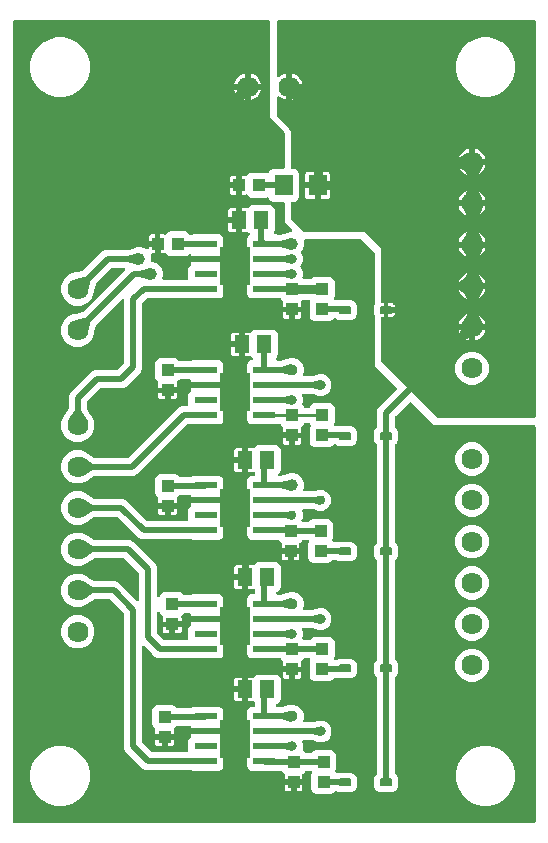
<source format=gbr>
G04 EAGLE Gerber RS-274X export*
G75*
%MOMM*%
%FSLAX34Y34*%
%LPD*%
%INTop Copper*%
%IPPOS*%
%AMOC8*
5,1,8,0,0,1.08239X$1,22.5*%
G01*
%ADD10R,1.000000X1.100000*%
%ADD11R,1.300000X1.500000*%
%ADD12R,1.968500X0.599100*%
%ADD13R,2.510000X3.200000*%
%ADD14R,1.100000X1.000000*%
%ADD15R,1.600000X1.803000*%
%ADD16C,1.790700*%
%ADD17C,0.130000*%
%ADD18C,0.762000*%
%ADD19C,0.508000*%
%ADD20C,0.254000*%
%ADD21C,1.006400*%
%ADD22C,0.806400*%
%ADD23C,0.756400*%
%ADD24C,0.956400*%

G36*
X451388Y10176D02*
X451388Y10176D01*
X451507Y10183D01*
X451545Y10196D01*
X451586Y10201D01*
X451696Y10244D01*
X451809Y10281D01*
X451844Y10303D01*
X451881Y10318D01*
X451977Y10387D01*
X452078Y10451D01*
X452106Y10481D01*
X452139Y10504D01*
X452215Y10596D01*
X452296Y10683D01*
X452316Y10718D01*
X452341Y10749D01*
X452392Y10857D01*
X452450Y10961D01*
X452460Y11001D01*
X452477Y11037D01*
X452499Y11154D01*
X452529Y11269D01*
X452533Y11329D01*
X452537Y11349D01*
X452535Y11370D01*
X452539Y11430D01*
X452539Y345440D01*
X452524Y345558D01*
X452517Y345677D01*
X452504Y345715D01*
X452499Y345756D01*
X452456Y345866D01*
X452419Y345979D01*
X452397Y346014D01*
X452382Y346051D01*
X452313Y346147D01*
X452249Y346248D01*
X452219Y346276D01*
X452196Y346309D01*
X452104Y346385D01*
X452017Y346466D01*
X451982Y346486D01*
X451951Y346511D01*
X451843Y346562D01*
X451739Y346620D01*
X451699Y346630D01*
X451663Y346647D01*
X451546Y346669D01*
X451431Y346699D01*
X451371Y346703D01*
X451351Y346707D01*
X451330Y346705D01*
X451270Y346709D01*
X366286Y346709D01*
X347163Y365832D01*
X347068Y365905D01*
X346979Y365984D01*
X346943Y366002D01*
X346911Y366027D01*
X346802Y366075D01*
X346696Y366129D01*
X346657Y366138D01*
X346620Y366154D01*
X346502Y366172D01*
X346386Y366198D01*
X346345Y366197D01*
X346305Y366203D01*
X346187Y366192D01*
X346068Y366189D01*
X346029Y366177D01*
X345989Y366174D01*
X345877Y366133D01*
X345762Y366100D01*
X345728Y366080D01*
X345690Y366066D01*
X345591Y365999D01*
X345489Y365939D01*
X345443Y365899D01*
X345426Y365887D01*
X345413Y365872D01*
X345368Y365832D01*
X334002Y354467D01*
X333942Y354389D01*
X333874Y354317D01*
X333845Y354264D01*
X333808Y354216D01*
X333768Y354125D01*
X333720Y354038D01*
X333705Y353980D01*
X333681Y353924D01*
X333666Y353826D01*
X333641Y353730D01*
X333635Y353630D01*
X333631Y353610D01*
X333633Y353598D01*
X333631Y353570D01*
X333631Y345629D01*
X333643Y345531D01*
X333646Y345432D01*
X333663Y345374D01*
X333671Y345314D01*
X333707Y345222D01*
X333735Y345127D01*
X333765Y345075D01*
X333788Y345018D01*
X333846Y344938D01*
X333896Y344853D01*
X333962Y344777D01*
X333974Y344761D01*
X333984Y344753D01*
X334002Y344732D01*
X335068Y343666D01*
X335941Y341560D01*
X335941Y334080D01*
X335068Y331974D01*
X334002Y330908D01*
X333942Y330830D01*
X333874Y330758D01*
X333854Y330721D01*
X333830Y330692D01*
X333822Y330675D01*
X333808Y330657D01*
X333768Y330566D01*
X333720Y330479D01*
X333710Y330437D01*
X333694Y330405D01*
X333691Y330388D01*
X333681Y330365D01*
X333666Y330267D01*
X333641Y330171D01*
X333637Y330103D01*
X333635Y330092D01*
X333635Y330081D01*
X333635Y330071D01*
X333631Y330051D01*
X333633Y330039D01*
X333631Y330011D01*
X333631Y247839D01*
X333643Y247741D01*
X333646Y247642D01*
X333663Y247584D01*
X333671Y247524D01*
X333707Y247432D01*
X333735Y247337D01*
X333765Y247285D01*
X333788Y247228D01*
X333846Y247148D01*
X333896Y247063D01*
X333962Y246987D01*
X333974Y246971D01*
X333984Y246963D01*
X334002Y246942D01*
X335068Y245876D01*
X335941Y243770D01*
X335941Y236290D01*
X335068Y234184D01*
X334002Y233118D01*
X333942Y233040D01*
X333874Y232968D01*
X333845Y232915D01*
X333808Y232867D01*
X333768Y232776D01*
X333720Y232689D01*
X333705Y232631D01*
X333681Y232575D01*
X333666Y232477D01*
X333641Y232381D01*
X333635Y232281D01*
X333631Y232261D01*
X333633Y232249D01*
X333631Y232221D01*
X333631Y148779D01*
X333643Y148681D01*
X333646Y148582D01*
X333663Y148524D01*
X333671Y148464D01*
X333707Y148372D01*
X333735Y148277D01*
X333765Y148225D01*
X333788Y148168D01*
X333846Y148088D01*
X333896Y148003D01*
X333962Y147927D01*
X333974Y147911D01*
X333984Y147903D01*
X334002Y147882D01*
X335068Y146816D01*
X335941Y144710D01*
X335941Y137230D01*
X335068Y135124D01*
X334002Y134058D01*
X333942Y133980D01*
X333874Y133908D01*
X333845Y133855D01*
X333808Y133807D01*
X333768Y133716D01*
X333720Y133629D01*
X333705Y133571D01*
X333681Y133515D01*
X333666Y133417D01*
X333641Y133321D01*
X333635Y133221D01*
X333631Y133201D01*
X333633Y133189D01*
X333631Y133161D01*
X333631Y52259D01*
X333643Y52161D01*
X333646Y52062D01*
X333663Y52004D01*
X333671Y51944D01*
X333707Y51852D01*
X333735Y51757D01*
X333765Y51705D01*
X333788Y51648D01*
X333846Y51568D01*
X333896Y51483D01*
X333962Y51407D01*
X333974Y51391D01*
X333984Y51383D01*
X334002Y51362D01*
X335068Y50296D01*
X335941Y48190D01*
X335941Y40710D01*
X335068Y38604D01*
X333456Y36992D01*
X331350Y36119D01*
X320670Y36119D01*
X318564Y36992D01*
X316952Y38604D01*
X316079Y40710D01*
X316079Y48190D01*
X316952Y50296D01*
X318018Y51362D01*
X318078Y51440D01*
X318146Y51512D01*
X318175Y51565D01*
X318212Y51613D01*
X318252Y51704D01*
X318300Y51791D01*
X318315Y51849D01*
X318339Y51905D01*
X318354Y52003D01*
X318379Y52099D01*
X318385Y52199D01*
X318389Y52219D01*
X318387Y52231D01*
X318389Y52259D01*
X318389Y133161D01*
X318377Y133259D01*
X318374Y133358D01*
X318357Y133416D01*
X318349Y133476D01*
X318313Y133568D01*
X318285Y133663D01*
X318255Y133715D01*
X318232Y133772D01*
X318174Y133852D01*
X318124Y133937D01*
X318058Y134013D01*
X318046Y134029D01*
X318036Y134037D01*
X318018Y134058D01*
X316952Y135124D01*
X316079Y137230D01*
X316079Y144710D01*
X316952Y146816D01*
X318018Y147882D01*
X318078Y147960D01*
X318146Y148032D01*
X318175Y148085D01*
X318212Y148133D01*
X318252Y148224D01*
X318300Y148311D01*
X318315Y148369D01*
X318339Y148425D01*
X318354Y148523D01*
X318379Y148619D01*
X318385Y148719D01*
X318389Y148739D01*
X318387Y148751D01*
X318389Y148779D01*
X318389Y232221D01*
X318377Y232319D01*
X318374Y232418D01*
X318357Y232476D01*
X318349Y232536D01*
X318313Y232628D01*
X318285Y232723D01*
X318255Y232775D01*
X318232Y232832D01*
X318174Y232912D01*
X318124Y232997D01*
X318058Y233073D01*
X318046Y233089D01*
X318036Y233097D01*
X318018Y233118D01*
X316952Y234184D01*
X316079Y236290D01*
X316079Y243770D01*
X316952Y245876D01*
X318018Y246942D01*
X318078Y247020D01*
X318146Y247092D01*
X318175Y247145D01*
X318212Y247193D01*
X318252Y247284D01*
X318300Y247371D01*
X318315Y247429D01*
X318339Y247485D01*
X318354Y247583D01*
X318379Y247679D01*
X318385Y247779D01*
X318389Y247799D01*
X318387Y247811D01*
X318389Y247839D01*
X318389Y330011D01*
X318377Y330109D01*
X318374Y330208D01*
X318367Y330232D01*
X318366Y330249D01*
X318355Y330282D01*
X318349Y330326D01*
X318313Y330418D01*
X318285Y330513D01*
X318273Y330534D01*
X318268Y330551D01*
X318248Y330582D01*
X318232Y330622D01*
X318174Y330702D01*
X318124Y330787D01*
X318104Y330810D01*
X318098Y330820D01*
X318084Y330833D01*
X318058Y330863D01*
X318046Y330879D01*
X318036Y330887D01*
X318018Y330908D01*
X316952Y331974D01*
X316079Y334080D01*
X316079Y341560D01*
X316952Y343666D01*
X318018Y344732D01*
X318078Y344810D01*
X318146Y344882D01*
X318175Y344935D01*
X318212Y344983D01*
X318252Y345074D01*
X318300Y345161D01*
X318315Y345219D01*
X318339Y345275D01*
X318354Y345373D01*
X318379Y345469D01*
X318385Y345569D01*
X318389Y345589D01*
X318387Y345601D01*
X318389Y345629D01*
X318389Y358768D01*
X319549Y361569D01*
X334590Y376610D01*
X334663Y376704D01*
X334742Y376793D01*
X334760Y376829D01*
X334785Y376861D01*
X334833Y376970D01*
X334887Y377076D01*
X334896Y377116D01*
X334912Y377153D01*
X334930Y377271D01*
X334956Y377387D01*
X334955Y377427D01*
X334961Y377467D01*
X334950Y377586D01*
X334947Y377704D01*
X334935Y377743D01*
X334932Y377784D01*
X334891Y377896D01*
X334858Y378010D01*
X334838Y378045D01*
X334824Y378083D01*
X334757Y378181D01*
X334697Y378284D01*
X334657Y378329D01*
X334645Y378346D01*
X334630Y378359D01*
X334590Y378405D01*
X316229Y396766D01*
X316229Y440146D01*
X316228Y440155D01*
X316229Y440164D01*
X316208Y440312D01*
X316189Y440461D01*
X316186Y440470D01*
X316185Y440479D01*
X316133Y440631D01*
X316079Y440760D01*
X316079Y448240D01*
X316133Y448369D01*
X316135Y448378D01*
X316140Y448386D01*
X316177Y448530D01*
X316217Y448675D01*
X316217Y448685D01*
X316219Y448694D01*
X316229Y448854D01*
X316229Y492760D01*
X316217Y492858D01*
X316214Y492957D01*
X316197Y493015D01*
X316189Y493076D01*
X316153Y493168D01*
X316125Y493263D01*
X316095Y493315D01*
X316072Y493371D01*
X316014Y493451D01*
X315964Y493537D01*
X315898Y493612D01*
X315886Y493629D01*
X315876Y493636D01*
X315858Y493658D01*
X305698Y503818D01*
X305619Y503878D01*
X305547Y503946D01*
X305494Y503975D01*
X305446Y504012D01*
X305355Y504052D01*
X305269Y504100D01*
X305210Y504115D01*
X305154Y504139D01*
X305056Y504154D01*
X304961Y504179D01*
X304861Y504185D01*
X304840Y504189D01*
X304828Y504187D01*
X304800Y504189D01*
X257648Y504189D01*
X257598Y504183D01*
X257549Y504185D01*
X257441Y504163D01*
X257332Y504149D01*
X257286Y504131D01*
X257237Y504121D01*
X257138Y504073D01*
X257036Y504032D01*
X256996Y504003D01*
X256952Y503981D01*
X256868Y503910D01*
X256779Y503846D01*
X256747Y503807D01*
X256710Y503775D01*
X256646Y503685D01*
X256576Y503601D01*
X256555Y503556D01*
X256526Y503515D01*
X256488Y503412D01*
X256441Y503313D01*
X256431Y503264D01*
X256414Y503218D01*
X256402Y503108D01*
X256381Y503001D01*
X256384Y502951D01*
X256379Y502901D01*
X256394Y502793D01*
X256401Y502683D01*
X256416Y502636D01*
X256423Y502587D01*
X256475Y502434D01*
X256493Y502392D01*
X256493Y498368D01*
X254953Y494652D01*
X254423Y494122D01*
X254405Y494098D01*
X254383Y494079D01*
X254308Y493973D01*
X254228Y493871D01*
X254217Y493843D01*
X254200Y493819D01*
X254154Y493698D01*
X254102Y493579D01*
X254097Y493549D01*
X254087Y493522D01*
X254073Y493393D01*
X254052Y493265D01*
X254055Y493235D01*
X254052Y493206D01*
X254070Y493077D01*
X254082Y492948D01*
X254092Y492920D01*
X254096Y492891D01*
X254148Y492739D01*
X255493Y489493D01*
X255493Y485867D01*
X254105Y482518D01*
X253815Y482228D01*
X253742Y482133D01*
X253663Y482044D01*
X253645Y482008D01*
X253620Y481976D01*
X253573Y481867D01*
X253518Y481761D01*
X253510Y481722D01*
X253494Y481684D01*
X253475Y481567D01*
X253449Y481451D01*
X253450Y481410D01*
X253444Y481370D01*
X253455Y481252D01*
X253458Y481133D01*
X253470Y481094D01*
X253474Y481054D01*
X253514Y480942D01*
X253547Y480827D01*
X253567Y480792D01*
X253581Y480754D01*
X253648Y480656D01*
X253708Y480553D01*
X253748Y480508D01*
X253760Y480491D01*
X253775Y480478D01*
X253815Y480433D01*
X254105Y480142D01*
X255493Y476793D01*
X255493Y473167D01*
X255231Y472536D01*
X255218Y472488D01*
X255197Y472443D01*
X255176Y472335D01*
X255147Y472229D01*
X255146Y472179D01*
X255137Y472130D01*
X255144Y472021D01*
X255142Y471911D01*
X255154Y471863D01*
X255157Y471813D01*
X255191Y471709D01*
X255216Y471602D01*
X255239Y471558D01*
X255255Y471511D01*
X255314Y471418D01*
X255365Y471321D01*
X255398Y471284D01*
X255425Y471242D01*
X255505Y471167D01*
X255579Y471085D01*
X255620Y471058D01*
X255657Y471024D01*
X255753Y470971D01*
X255845Y470911D01*
X255892Y470894D01*
X255935Y470870D01*
X256041Y470843D01*
X256145Y470807D01*
X256195Y470803D01*
X256243Y470791D01*
X256404Y470781D01*
X262460Y470781D01*
X262558Y470793D01*
X262657Y470796D01*
X262715Y470813D01*
X262775Y470821D01*
X262867Y470857D01*
X262962Y470885D01*
X263015Y470915D01*
X263071Y470938D01*
X263151Y470996D01*
X263236Y471046D01*
X263312Y471112D01*
X263328Y471124D01*
X263336Y471134D01*
X263357Y471152D01*
X263402Y471197D01*
X265269Y471971D01*
X278291Y471971D01*
X280158Y471197D01*
X281587Y469768D01*
X282361Y467901D01*
X282361Y455879D01*
X281692Y454266D01*
X281679Y454218D01*
X281658Y454173D01*
X281637Y454065D01*
X281608Y453959D01*
X281608Y453909D01*
X281598Y453860D01*
X281605Y453751D01*
X281603Y453641D01*
X281615Y453593D01*
X281618Y453543D01*
X281652Y453439D01*
X281677Y453332D01*
X281701Y453288D01*
X281716Y453241D01*
X281775Y453148D01*
X281826Y453051D01*
X281860Y453014D01*
X281886Y452972D01*
X281966Y452897D01*
X282040Y452815D01*
X282082Y452788D01*
X282118Y452754D01*
X282214Y452701D01*
X282306Y452641D01*
X282353Y452624D01*
X282396Y452600D01*
X282503Y452573D01*
X282607Y452537D01*
X282656Y452533D01*
X282704Y452521D01*
X282865Y452511D01*
X284845Y452511D01*
X284854Y452512D01*
X284864Y452511D01*
X285012Y452532D01*
X285161Y452551D01*
X285169Y452554D01*
X285178Y452555D01*
X285331Y452607D01*
X285870Y452831D01*
X296550Y452831D01*
X298656Y451958D01*
X300268Y450346D01*
X301141Y448240D01*
X301141Y440760D01*
X300268Y438654D01*
X298656Y437042D01*
X296550Y436169D01*
X285870Y436169D01*
X283674Y437079D01*
X283657Y437092D01*
X283566Y437132D01*
X283479Y437180D01*
X283421Y437195D01*
X283365Y437219D01*
X283267Y437234D01*
X283171Y437259D01*
X283071Y437265D01*
X283051Y437269D01*
X283039Y437267D01*
X283011Y437269D01*
X282370Y437269D01*
X282272Y437257D01*
X282173Y437254D01*
X282115Y437237D01*
X282055Y437229D01*
X281963Y437193D01*
X281868Y437165D01*
X281815Y437135D01*
X281759Y437112D01*
X281679Y437054D01*
X281594Y437004D01*
X281518Y436938D01*
X281502Y436926D01*
X281494Y436916D01*
X281473Y436898D01*
X280158Y435583D01*
X278291Y434809D01*
X265269Y434809D01*
X263402Y435583D01*
X261973Y437012D01*
X261199Y438879D01*
X261199Y450901D01*
X261342Y451244D01*
X261355Y451292D01*
X261376Y451337D01*
X261397Y451445D01*
X261426Y451551D01*
X261426Y451601D01*
X261436Y451650D01*
X261429Y451759D01*
X261431Y451869D01*
X261419Y451917D01*
X261416Y451967D01*
X261382Y452071D01*
X261356Y452178D01*
X261333Y452222D01*
X261318Y452269D01*
X261259Y452362D01*
X261208Y452459D01*
X261174Y452496D01*
X261148Y452538D01*
X261068Y452613D01*
X260994Y452695D01*
X260952Y452722D01*
X260916Y452756D01*
X260820Y452809D01*
X260728Y452869D01*
X260681Y452886D01*
X260638Y452910D01*
X260531Y452937D01*
X260427Y452973D01*
X260378Y452977D01*
X260330Y452989D01*
X260169Y452999D01*
X255700Y452999D01*
X255602Y452987D01*
X255503Y452984D01*
X255445Y452967D01*
X255385Y452959D01*
X255293Y452923D01*
X255198Y452895D01*
X255145Y452865D01*
X255089Y452842D01*
X255009Y452784D01*
X254924Y452734D01*
X254848Y452668D01*
X254832Y452656D01*
X254824Y452646D01*
X254803Y452628D01*
X254223Y452048D01*
X254158Y451964D01*
X254087Y451886D01*
X254061Y451839D01*
X254028Y451797D01*
X253986Y451700D01*
X253936Y451606D01*
X253923Y451554D01*
X253902Y451505D01*
X253885Y451400D01*
X253860Y451298D01*
X253860Y451244D01*
X253852Y451191D01*
X253862Y451085D01*
X253863Y450980D01*
X253880Y450896D01*
X253882Y450874D01*
X253887Y450859D01*
X253895Y450822D01*
X253921Y450724D01*
X253921Y447389D01*
X247610Y447389D01*
X247492Y447374D01*
X247373Y447367D01*
X247335Y447354D01*
X247295Y447349D01*
X247184Y447306D01*
X247071Y447269D01*
X247037Y447247D01*
X246999Y447232D01*
X246903Y447163D01*
X246802Y447099D01*
X246774Y447069D01*
X246742Y447046D01*
X246666Y446954D01*
X246584Y446867D01*
X246565Y446832D01*
X246539Y446801D01*
X246488Y446693D01*
X246431Y446589D01*
X246421Y446549D01*
X246403Y446513D01*
X246383Y446406D01*
X246379Y446436D01*
X246335Y446546D01*
X246299Y446659D01*
X246277Y446694D01*
X246262Y446731D01*
X246192Y446827D01*
X246129Y446928D01*
X246099Y446956D01*
X246075Y446989D01*
X245984Y447065D01*
X245897Y447146D01*
X245862Y447166D01*
X245830Y447191D01*
X245723Y447242D01*
X245618Y447300D01*
X245579Y447310D01*
X245543Y447327D01*
X245426Y447349D01*
X245310Y447379D01*
X245250Y447383D01*
X245230Y447387D01*
X245210Y447385D01*
X245150Y447389D01*
X238839Y447389D01*
X238839Y450724D01*
X238865Y450822D01*
X238880Y450927D01*
X238903Y451030D01*
X238901Y451083D01*
X238909Y451137D01*
X238896Y451242D01*
X238893Y451348D01*
X238878Y451399D01*
X238872Y451453D01*
X238834Y451552D01*
X238805Y451653D01*
X238778Y451699D01*
X238758Y451750D01*
X238697Y451836D01*
X238643Y451927D01*
X238587Y451991D01*
X238574Y452009D01*
X238562Y452019D01*
X238537Y452048D01*
X237073Y453512D01*
X236922Y453876D01*
X236907Y453901D01*
X236898Y453929D01*
X236829Y454039D01*
X236765Y454152D01*
X236744Y454173D01*
X236728Y454198D01*
X236634Y454287D01*
X236543Y454380D01*
X236518Y454396D01*
X236497Y454416D01*
X236383Y454479D01*
X236272Y454547D01*
X236244Y454555D01*
X236218Y454570D01*
X236092Y454602D01*
X235968Y454640D01*
X235939Y454642D01*
X235910Y454649D01*
X235749Y454659D01*
X235059Y454659D01*
X235050Y454658D01*
X235041Y454659D01*
X234892Y454638D01*
X234744Y454619D01*
X234735Y454616D01*
X234726Y454615D01*
X234574Y454563D01*
X233707Y454204D01*
X212001Y454204D01*
X210134Y454977D01*
X208704Y456407D01*
X207931Y458274D01*
X207931Y466286D01*
X208700Y468144D01*
X208727Y468240D01*
X208762Y468332D01*
X208768Y468393D01*
X208784Y468451D01*
X208786Y468550D01*
X208797Y468648D01*
X208788Y468708D01*
X208789Y468769D01*
X208766Y468865D01*
X208752Y468963D01*
X208720Y469058D01*
X208715Y469078D01*
X208709Y469089D01*
X208700Y469116D01*
X207931Y470974D01*
X207931Y478986D01*
X208700Y480844D01*
X208727Y480940D01*
X208762Y481032D01*
X208768Y481093D01*
X208784Y481151D01*
X208786Y481250D01*
X208797Y481348D01*
X208788Y481408D01*
X208789Y481469D01*
X208766Y481565D01*
X208752Y481663D01*
X208720Y481758D01*
X208715Y481778D01*
X208709Y481789D01*
X208700Y481816D01*
X207931Y483674D01*
X207931Y491686D01*
X208700Y493544D01*
X208727Y493640D01*
X208762Y493732D01*
X208768Y493793D01*
X208784Y493851D01*
X208786Y493950D01*
X208797Y494048D01*
X208788Y494108D01*
X208789Y494169D01*
X208766Y494265D01*
X208752Y494363D01*
X208720Y494458D01*
X208715Y494478D01*
X208709Y494489D01*
X208700Y494516D01*
X207931Y496374D01*
X207931Y504386D01*
X208704Y506253D01*
X210245Y507795D01*
X210318Y507889D01*
X210397Y507978D01*
X210415Y508014D01*
X210440Y508046D01*
X210488Y508155D01*
X210542Y508261D01*
X210550Y508300D01*
X210567Y508338D01*
X210585Y508455D01*
X210611Y508571D01*
X210610Y508612D01*
X210616Y508652D01*
X210605Y508770D01*
X210602Y508889D01*
X210590Y508928D01*
X210587Y508968D01*
X210546Y509081D01*
X210513Y509195D01*
X210493Y509230D01*
X210479Y509268D01*
X210412Y509366D01*
X210352Y509469D01*
X210312Y509514D01*
X210300Y509531D01*
X210285Y509544D01*
X210245Y509590D01*
X209478Y510357D01*
X209394Y510422D01*
X209316Y510493D01*
X209269Y510519D01*
X209227Y510552D01*
X209130Y510594D01*
X209036Y510644D01*
X208984Y510657D01*
X208935Y510678D01*
X208830Y510695D01*
X208728Y510720D01*
X208674Y510720D01*
X208621Y510728D01*
X208515Y510718D01*
X208410Y510717D01*
X208326Y510700D01*
X208304Y510698D01*
X208289Y510693D01*
X208252Y510685D01*
X208154Y510659D01*
X203859Y510659D01*
X203859Y519430D01*
X203844Y519548D01*
X203837Y519667D01*
X203824Y519705D01*
X203819Y519745D01*
X203775Y519856D01*
X203739Y519969D01*
X203717Y520004D01*
X203702Y520041D01*
X203632Y520137D01*
X203569Y520238D01*
X203539Y520266D01*
X203515Y520298D01*
X203424Y520374D01*
X203337Y520456D01*
X203302Y520475D01*
X203270Y520501D01*
X203163Y520552D01*
X203059Y520609D01*
X203019Y520620D01*
X202983Y520637D01*
X202866Y520659D01*
X202751Y520689D01*
X202690Y520693D01*
X202670Y520697D01*
X202650Y520695D01*
X202590Y520699D01*
X201319Y520699D01*
X201319Y520701D01*
X202590Y520701D01*
X202708Y520716D01*
X202827Y520723D01*
X202865Y520736D01*
X202905Y520741D01*
X203016Y520785D01*
X203129Y520821D01*
X203164Y520843D01*
X203201Y520858D01*
X203297Y520928D01*
X203398Y520991D01*
X203426Y521021D01*
X203458Y521045D01*
X203534Y521136D01*
X203616Y521223D01*
X203635Y521258D01*
X203661Y521290D01*
X203712Y521397D01*
X203769Y521501D01*
X203780Y521541D01*
X203797Y521577D01*
X203819Y521694D01*
X203849Y521809D01*
X203853Y521870D01*
X203857Y521890D01*
X203855Y521910D01*
X203859Y521970D01*
X203859Y530741D01*
X208154Y530741D01*
X208252Y530715D01*
X208357Y530700D01*
X208460Y530677D01*
X208513Y530679D01*
X208567Y530671D01*
X208672Y530684D01*
X208778Y530687D01*
X208829Y530702D01*
X208883Y530708D01*
X208982Y530746D01*
X209083Y530775D01*
X209129Y530802D01*
X209180Y530822D01*
X209266Y530883D01*
X209357Y530937D01*
X209421Y530993D01*
X209439Y531006D01*
X209449Y531018D01*
X209478Y531043D01*
X210942Y532507D01*
X212809Y533281D01*
X227831Y533281D01*
X229698Y532507D01*
X231127Y531078D01*
X231901Y529211D01*
X231901Y512189D01*
X231081Y510211D01*
X231068Y510163D01*
X231047Y510118D01*
X231026Y510011D01*
X230997Y509904D01*
X230997Y509855D01*
X230987Y509806D01*
X230994Y509696D01*
X230992Y509586D01*
X231004Y509538D01*
X231007Y509489D01*
X231041Y509384D01*
X231067Y509277D01*
X231090Y509233D01*
X231105Y509186D01*
X231164Y509093D01*
X231215Y508996D01*
X231249Y508959D01*
X231275Y508917D01*
X231355Y508842D01*
X231429Y508761D01*
X231471Y508733D01*
X231507Y508699D01*
X231603Y508646D01*
X231695Y508586D01*
X231742Y508570D01*
X231785Y508546D01*
X231892Y508518D01*
X231996Y508483D01*
X232045Y508479D01*
X232093Y508466D01*
X232254Y508456D01*
X233707Y508456D01*
X234574Y508097D01*
X234582Y508095D01*
X234591Y508090D01*
X234736Y508053D01*
X234880Y508013D01*
X234890Y508013D01*
X234899Y508011D01*
X235059Y508001D01*
X236125Y508001D01*
X236221Y508013D01*
X236319Y508016D01*
X236421Y508038D01*
X236440Y508041D01*
X236451Y508045D01*
X236476Y508050D01*
X242966Y509921D01*
X242979Y509926D01*
X243100Y509968D01*
X244368Y510493D01*
X244773Y510493D01*
X244870Y510505D01*
X244967Y510508D01*
X245033Y510522D01*
X245046Y510522D01*
X245097Y510514D01*
X245205Y510525D01*
X245313Y510526D01*
X245362Y510539D01*
X245413Y510544D01*
X245515Y510581D01*
X245620Y510609D01*
X245664Y510634D01*
X245713Y510652D01*
X245802Y510713D01*
X245896Y510766D01*
X245933Y510802D01*
X245976Y510830D01*
X246048Y510912D01*
X246125Y510987D01*
X246152Y511030D01*
X246186Y511069D01*
X246236Y511165D01*
X246292Y511257D01*
X246308Y511306D01*
X246331Y511352D01*
X246355Y511458D01*
X246387Y511561D01*
X246389Y511612D01*
X246400Y511662D01*
X246397Y511771D01*
X246403Y511879D01*
X246392Y511929D01*
X246391Y511980D01*
X246361Y512084D01*
X246339Y512190D01*
X246317Y512237D01*
X246302Y512286D01*
X246247Y512379D01*
X246200Y512476D01*
X246167Y512516D01*
X246141Y512560D01*
X246034Y512681D01*
X240029Y518686D01*
X240029Y534545D01*
X240014Y534663D01*
X240007Y534782D01*
X239994Y534820D01*
X239989Y534861D01*
X239946Y534971D01*
X239909Y535084D01*
X239887Y535119D01*
X239872Y535156D01*
X239803Y535252D01*
X239739Y535353D01*
X239709Y535381D01*
X239686Y535414D01*
X239594Y535490D01*
X239507Y535571D01*
X239472Y535591D01*
X239441Y535616D01*
X239333Y535667D01*
X239229Y535725D01*
X239189Y535735D01*
X239153Y535752D01*
X239036Y535774D01*
X238921Y535804D01*
X238861Y535808D01*
X238841Y535812D01*
X238820Y535810D01*
X238760Y535814D01*
X230479Y535814D01*
X228612Y536588D01*
X227183Y538017D01*
X226645Y539316D01*
X226586Y539419D01*
X226534Y539526D01*
X226507Y539557D01*
X226487Y539592D01*
X226404Y539678D01*
X226327Y539768D01*
X226294Y539791D01*
X226266Y539820D01*
X226164Y539883D01*
X226067Y539951D01*
X226029Y539966D01*
X225995Y539987D01*
X225881Y540022D01*
X225770Y540064D01*
X225729Y540068D01*
X225691Y540080D01*
X225572Y540086D01*
X225454Y540099D01*
X225414Y540094D01*
X225373Y540096D01*
X225257Y540071D01*
X225139Y540055D01*
X225082Y540035D01*
X225062Y540031D01*
X225043Y540022D01*
X224986Y540003D01*
X224061Y539619D01*
X212039Y539619D01*
X210172Y540393D01*
X208697Y541868D01*
X208696Y541869D01*
X208638Y541971D01*
X208608Y542002D01*
X208584Y542037D01*
X208498Y542115D01*
X208417Y542199D01*
X208380Y542222D01*
X208348Y542250D01*
X208245Y542305D01*
X208146Y542365D01*
X208105Y542378D01*
X208066Y542398D01*
X207953Y542425D01*
X207842Y542459D01*
X207799Y542461D01*
X207757Y542471D01*
X207641Y542469D01*
X207524Y542474D01*
X207482Y542465D01*
X207439Y542465D01*
X207327Y542433D01*
X207213Y542410D01*
X207174Y542391D01*
X207133Y542379D01*
X207046Y542336D01*
X206384Y542159D01*
X203549Y542159D01*
X203549Y548970D01*
X203534Y549088D01*
X203527Y549207D01*
X203514Y549245D01*
X203509Y549285D01*
X203466Y549396D01*
X203429Y549509D01*
X203407Y549543D01*
X203392Y549581D01*
X203323Y549677D01*
X203259Y549778D01*
X203229Y549806D01*
X203206Y549838D01*
X203114Y549914D01*
X203027Y549996D01*
X202992Y550015D01*
X202961Y550041D01*
X202853Y550092D01*
X202749Y550149D01*
X202709Y550159D01*
X202673Y550177D01*
X202566Y550197D01*
X202596Y550201D01*
X202706Y550245D01*
X202819Y550281D01*
X202854Y550303D01*
X202891Y550318D01*
X202987Y550388D01*
X203088Y550451D01*
X203116Y550481D01*
X203149Y550505D01*
X203225Y550596D01*
X203306Y550683D01*
X203326Y550718D01*
X203351Y550750D01*
X203402Y550857D01*
X203460Y550962D01*
X203470Y551001D01*
X203487Y551037D01*
X203509Y551154D01*
X203539Y551270D01*
X203543Y551330D01*
X203547Y551350D01*
X203545Y551370D01*
X203549Y551430D01*
X203549Y558241D01*
X206384Y558241D01*
X207046Y558063D01*
X207064Y558052D01*
X207174Y558014D01*
X207281Y557969D01*
X207324Y557962D01*
X207365Y557949D01*
X207481Y557939D01*
X207596Y557922D01*
X207639Y557927D01*
X207682Y557923D01*
X207797Y557943D01*
X207912Y557955D01*
X207953Y557970D01*
X207995Y557978D01*
X208101Y558026D01*
X208210Y558066D01*
X208246Y558091D01*
X208285Y558108D01*
X208376Y558181D01*
X208472Y558248D01*
X208500Y558280D01*
X208534Y558307D01*
X208603Y558400D01*
X208680Y558488D01*
X208699Y558527D01*
X208721Y558557D01*
X210172Y560007D01*
X212039Y560781D01*
X224061Y560781D01*
X225191Y560312D01*
X225306Y560281D01*
X225419Y560242D01*
X225459Y560239D01*
X225498Y560228D01*
X225617Y560226D01*
X225736Y560217D01*
X225776Y560224D01*
X225816Y560223D01*
X225932Y560251D01*
X226049Y560271D01*
X226086Y560288D01*
X226125Y560297D01*
X226231Y560353D01*
X226339Y560402D01*
X226371Y560427D01*
X226407Y560446D01*
X226495Y560526D01*
X226588Y560601D01*
X226612Y560633D01*
X226642Y560660D01*
X226707Y560760D01*
X226779Y560855D01*
X226805Y560909D01*
X226817Y560926D01*
X226823Y560945D01*
X226850Y560999D01*
X227183Y561803D01*
X228612Y563232D01*
X230479Y564006D01*
X238760Y564006D01*
X238878Y564021D01*
X238997Y564028D01*
X239035Y564041D01*
X239076Y564046D01*
X239186Y564089D01*
X239299Y564126D01*
X239334Y564148D01*
X239371Y564163D01*
X239467Y564232D01*
X239568Y564296D01*
X239596Y564326D01*
X239629Y564349D01*
X239705Y564441D01*
X239786Y564528D01*
X239806Y564563D01*
X239831Y564594D01*
X239882Y564702D01*
X239940Y564806D01*
X239950Y564846D01*
X239967Y564882D01*
X239989Y564999D01*
X240019Y565114D01*
X240023Y565174D01*
X240027Y565194D01*
X240025Y565215D01*
X240029Y565275D01*
X240029Y594360D01*
X240017Y594458D01*
X240014Y594557D01*
X239997Y594615D01*
X239989Y594676D01*
X239953Y594768D01*
X239925Y594863D01*
X239895Y594915D01*
X239872Y594971D01*
X239814Y595051D01*
X239764Y595137D01*
X239698Y595212D01*
X239686Y595229D01*
X239676Y595236D01*
X239658Y595258D01*
X227329Y607586D01*
X227329Y688570D01*
X227314Y688688D01*
X227307Y688807D01*
X227294Y688845D01*
X227289Y688886D01*
X227246Y688996D01*
X227209Y689109D01*
X227187Y689144D01*
X227172Y689181D01*
X227103Y689277D01*
X227039Y689378D01*
X227009Y689406D01*
X226986Y689439D01*
X226894Y689515D01*
X226807Y689596D01*
X226772Y689616D01*
X226741Y689641D01*
X226633Y689692D01*
X226529Y689750D01*
X226489Y689760D01*
X226453Y689777D01*
X226336Y689799D01*
X226221Y689829D01*
X226161Y689833D01*
X226141Y689837D01*
X226120Y689835D01*
X226060Y689839D01*
X11430Y689839D01*
X11312Y689824D01*
X11193Y689817D01*
X11155Y689804D01*
X11114Y689799D01*
X11004Y689756D01*
X10891Y689719D01*
X10856Y689697D01*
X10819Y689682D01*
X10723Y689613D01*
X10622Y689549D01*
X10594Y689519D01*
X10561Y689496D01*
X10485Y689404D01*
X10404Y689317D01*
X10384Y689282D01*
X10359Y689251D01*
X10308Y689143D01*
X10250Y689039D01*
X10240Y688999D01*
X10223Y688963D01*
X10201Y688846D01*
X10171Y688731D01*
X10167Y688671D01*
X10163Y688651D01*
X10165Y688630D01*
X10161Y688570D01*
X10161Y11430D01*
X10176Y11312D01*
X10183Y11193D01*
X10196Y11155D01*
X10201Y11114D01*
X10244Y11004D01*
X10281Y10891D01*
X10303Y10856D01*
X10318Y10819D01*
X10387Y10723D01*
X10451Y10622D01*
X10481Y10594D01*
X10504Y10561D01*
X10596Y10485D01*
X10683Y10404D01*
X10718Y10384D01*
X10749Y10359D01*
X10857Y10308D01*
X10961Y10250D01*
X11001Y10240D01*
X11037Y10223D01*
X11154Y10201D01*
X11269Y10171D01*
X11329Y10167D01*
X11349Y10163D01*
X11370Y10165D01*
X11430Y10161D01*
X451270Y10161D01*
X451388Y10176D01*
G37*
G36*
X451388Y353076D02*
X451388Y353076D01*
X451507Y353083D01*
X451545Y353096D01*
X451586Y353101D01*
X451696Y353144D01*
X451809Y353181D01*
X451844Y353203D01*
X451881Y353218D01*
X451977Y353288D01*
X452078Y353351D01*
X452106Y353381D01*
X452139Y353404D01*
X452215Y353496D01*
X452296Y353583D01*
X452316Y353618D01*
X452341Y353649D01*
X452392Y353757D01*
X452450Y353861D01*
X452460Y353901D01*
X452477Y353937D01*
X452499Y354054D01*
X452529Y354169D01*
X452533Y354230D01*
X452537Y354250D01*
X452535Y354270D01*
X452539Y354330D01*
X452539Y688570D01*
X452524Y688688D01*
X452517Y688807D01*
X452504Y688845D01*
X452499Y688886D01*
X452456Y688996D01*
X452419Y689109D01*
X452397Y689144D01*
X452382Y689181D01*
X452313Y689277D01*
X452249Y689378D01*
X452219Y689406D01*
X452196Y689439D01*
X452104Y689515D01*
X452017Y689596D01*
X451982Y689616D01*
X451951Y689641D01*
X451843Y689692D01*
X451739Y689750D01*
X451699Y689760D01*
X451663Y689777D01*
X451546Y689799D01*
X451431Y689829D01*
X451371Y689833D01*
X451351Y689837D01*
X451330Y689835D01*
X451270Y689839D01*
X234950Y689839D01*
X234832Y689824D01*
X234713Y689817D01*
X234675Y689804D01*
X234634Y689799D01*
X234524Y689756D01*
X234411Y689719D01*
X234376Y689697D01*
X234339Y689682D01*
X234243Y689613D01*
X234142Y689549D01*
X234114Y689519D01*
X234081Y689496D01*
X234006Y689404D01*
X233924Y689317D01*
X233904Y689282D01*
X233879Y689251D01*
X233828Y689143D01*
X233770Y689039D01*
X233760Y688999D01*
X233743Y688963D01*
X233721Y688846D01*
X233691Y688731D01*
X233687Y688671D01*
X233683Y688651D01*
X233685Y688630D01*
X233681Y688570D01*
X233681Y642600D01*
X233698Y642462D01*
X233711Y642324D01*
X233718Y642305D01*
X233721Y642285D01*
X233772Y642155D01*
X233819Y642025D01*
X233830Y642008D01*
X233838Y641989D01*
X233919Y641877D01*
X233997Y641762D01*
X234013Y641748D01*
X234024Y641732D01*
X234132Y641643D01*
X234236Y641551D01*
X234254Y641542D01*
X234269Y641529D01*
X234395Y641470D01*
X234519Y641406D01*
X234539Y641402D01*
X234557Y641393D01*
X234693Y641367D01*
X234829Y641337D01*
X234850Y641337D01*
X234870Y641334D01*
X235008Y641342D01*
X235147Y641346D01*
X235167Y641352D01*
X235187Y641353D01*
X235319Y641396D01*
X235453Y641435D01*
X235470Y641445D01*
X235489Y641451D01*
X235607Y641526D01*
X235727Y641596D01*
X235748Y641615D01*
X235758Y641622D01*
X235772Y641636D01*
X235848Y641703D01*
X236352Y642207D01*
X237816Y643271D01*
X239428Y644092D01*
X241148Y644651D01*
X241301Y644675D01*
X241301Y634710D01*
X241316Y634592D01*
X241323Y634473D01*
X241336Y634435D01*
X241341Y634395D01*
X241384Y634284D01*
X241421Y634171D01*
X241443Y634137D01*
X241458Y634099D01*
X241528Y634003D01*
X241591Y633902D01*
X241621Y633874D01*
X241644Y633842D01*
X241736Y633766D01*
X241823Y633684D01*
X241858Y633665D01*
X241889Y633639D01*
X241997Y633588D01*
X242101Y633531D01*
X242141Y633520D01*
X242177Y633503D01*
X242294Y633481D01*
X242409Y633451D01*
X242470Y633447D01*
X242490Y633443D01*
X242510Y633445D01*
X242570Y633441D01*
X243841Y633441D01*
X243841Y633439D01*
X242570Y633439D01*
X242452Y633424D01*
X242333Y633417D01*
X242295Y633404D01*
X242254Y633399D01*
X242144Y633355D01*
X242031Y633319D01*
X241996Y633297D01*
X241959Y633282D01*
X241863Y633212D01*
X241762Y633149D01*
X241734Y633119D01*
X241701Y633095D01*
X241626Y633004D01*
X241544Y632917D01*
X241524Y632882D01*
X241499Y632850D01*
X241448Y632743D01*
X241390Y632638D01*
X241380Y632599D01*
X241363Y632563D01*
X241341Y632446D01*
X241311Y632331D01*
X241307Y632270D01*
X241303Y632250D01*
X241305Y632230D01*
X241301Y632170D01*
X241301Y622205D01*
X241148Y622229D01*
X239428Y622788D01*
X237816Y623609D01*
X236352Y624673D01*
X235848Y625177D01*
X235738Y625262D01*
X235631Y625351D01*
X235612Y625360D01*
X235596Y625372D01*
X235468Y625428D01*
X235343Y625487D01*
X235323Y625490D01*
X235304Y625498D01*
X235166Y625520D01*
X235031Y625546D01*
X235010Y625545D01*
X234990Y625548D01*
X234851Y625535D01*
X234713Y625527D01*
X234694Y625520D01*
X234674Y625519D01*
X234543Y625471D01*
X234411Y625429D01*
X234393Y625418D01*
X234374Y625411D01*
X234260Y625333D01*
X234142Y625258D01*
X234128Y625244D01*
X234111Y625232D01*
X234019Y625128D01*
X233924Y625027D01*
X233914Y625009D01*
X233901Y624994D01*
X233838Y624870D01*
X233770Y624748D01*
X233765Y624729D01*
X233756Y624711D01*
X233726Y624575D01*
X233691Y624440D01*
X233689Y624412D01*
X233687Y624400D01*
X233687Y624380D01*
X233681Y624280D01*
X233681Y608946D01*
X233693Y608848D01*
X233696Y608749D01*
X233713Y608691D01*
X233721Y608631D01*
X233757Y608539D01*
X233785Y608444D01*
X233815Y608391D01*
X233838Y608335D01*
X233896Y608255D01*
X233946Y608170D01*
X234012Y608094D01*
X234024Y608078D01*
X234034Y608070D01*
X234053Y608049D01*
X244144Y597957D01*
X245111Y595623D01*
X245111Y565275D01*
X245126Y565157D01*
X245133Y565038D01*
X245146Y565000D01*
X245151Y564959D01*
X245194Y564849D01*
X245231Y564736D01*
X245253Y564701D01*
X245268Y564664D01*
X245337Y564568D01*
X245401Y564467D01*
X245431Y564439D01*
X245454Y564406D01*
X245546Y564330D01*
X245633Y564249D01*
X245668Y564229D01*
X245699Y564204D01*
X245807Y564153D01*
X245911Y564095D01*
X245951Y564085D01*
X245987Y564068D01*
X246104Y564046D01*
X246219Y564016D01*
X246279Y564012D01*
X246299Y564008D01*
X246320Y564010D01*
X246380Y564006D01*
X248501Y564006D01*
X250368Y563232D01*
X251797Y561803D01*
X252571Y559936D01*
X252571Y539884D01*
X251797Y538017D01*
X250368Y536588D01*
X248501Y535814D01*
X246380Y535814D01*
X246262Y535799D01*
X246143Y535792D01*
X246105Y535779D01*
X246064Y535774D01*
X245954Y535731D01*
X245841Y535694D01*
X245806Y535672D01*
X245769Y535657D01*
X245673Y535588D01*
X245572Y535524D01*
X245544Y535494D01*
X245511Y535471D01*
X245435Y535379D01*
X245354Y535292D01*
X245334Y535257D01*
X245309Y535226D01*
X245258Y535118D01*
X245200Y535014D01*
X245190Y534974D01*
X245173Y534938D01*
X245151Y534821D01*
X245121Y534706D01*
X245117Y534646D01*
X245113Y534626D01*
X245115Y534605D01*
X245111Y534545D01*
X245111Y521970D01*
X245123Y521872D01*
X245126Y521773D01*
X245143Y521715D01*
X245151Y521654D01*
X245187Y521562D01*
X245215Y521467D01*
X245245Y521415D01*
X245268Y521359D01*
X245326Y521279D01*
X245376Y521193D01*
X245442Y521118D01*
X245454Y521101D01*
X245464Y521094D01*
X245482Y521073D01*
X255643Y510913D01*
X255721Y510852D01*
X255793Y510784D01*
X255846Y510755D01*
X255894Y510718D01*
X255985Y510678D01*
X256071Y510630D01*
X256130Y510615D01*
X256186Y510591D01*
X256284Y510576D01*
X256379Y510551D01*
X256479Y510545D01*
X256500Y510541D01*
X256512Y510543D01*
X256540Y510541D01*
X308084Y510541D01*
X321311Y497314D01*
X321311Y451560D01*
X321326Y451442D01*
X321333Y451323D01*
X321346Y451285D01*
X321351Y451244D01*
X321394Y451134D01*
X321431Y451021D01*
X321453Y450986D01*
X321468Y450949D01*
X321538Y450853D01*
X321601Y450752D01*
X321631Y450724D01*
X321654Y450691D01*
X321746Y450615D01*
X321833Y450534D01*
X321868Y450514D01*
X321899Y450489D01*
X322007Y450438D01*
X322111Y450380D01*
X322151Y450370D01*
X322187Y450353D01*
X322304Y450331D01*
X322419Y450301D01*
X322480Y450297D01*
X322500Y450293D01*
X322520Y450295D01*
X322580Y450291D01*
X324386Y450291D01*
X324386Y444855D01*
X324401Y444737D01*
X324408Y444618D01*
X324420Y444580D01*
X324426Y444540D01*
X324441Y444501D01*
X324426Y444421D01*
X324396Y444305D01*
X324392Y444245D01*
X324388Y444225D01*
X324390Y444205D01*
X324386Y444145D01*
X324386Y438709D01*
X322580Y438709D01*
X322462Y438694D01*
X322343Y438687D01*
X322305Y438674D01*
X322264Y438669D01*
X322154Y438626D01*
X322041Y438589D01*
X322006Y438567D01*
X321969Y438552D01*
X321873Y438483D01*
X321772Y438419D01*
X321744Y438389D01*
X321711Y438366D01*
X321636Y438274D01*
X321554Y438187D01*
X321534Y438152D01*
X321509Y438121D01*
X321458Y438013D01*
X321400Y437909D01*
X321390Y437869D01*
X321373Y437833D01*
X321351Y437716D01*
X321321Y437601D01*
X321317Y437541D01*
X321313Y437521D01*
X321315Y437500D01*
X321311Y437440D01*
X321311Y401320D01*
X321323Y401222D01*
X321326Y401123D01*
X321343Y401065D01*
X321351Y401004D01*
X321387Y400912D01*
X321415Y400817D01*
X321445Y400765D01*
X321468Y400709D01*
X321526Y400629D01*
X321576Y400543D01*
X321642Y400468D01*
X321654Y400451D01*
X321664Y400444D01*
X321683Y400423D01*
X368673Y353433D01*
X368751Y353372D01*
X368823Y353304D01*
X368876Y353275D01*
X368924Y353238D01*
X369015Y353198D01*
X369101Y353150D01*
X369160Y353135D01*
X369216Y353111D01*
X369314Y353096D01*
X369409Y353071D01*
X369509Y353065D01*
X369530Y353061D01*
X369542Y353063D01*
X369570Y353061D01*
X451270Y353061D01*
X451388Y353076D01*
G37*
%LPC*%
G36*
X162533Y54154D02*
X162533Y54154D01*
X161666Y54513D01*
X161658Y54515D01*
X161649Y54520D01*
X161504Y54557D01*
X161360Y54597D01*
X161350Y54597D01*
X161341Y54599D01*
X161181Y54609D01*
X122944Y54609D01*
X120143Y55769D01*
X105299Y70613D01*
X104139Y73414D01*
X104139Y186818D01*
X104127Y186916D01*
X104124Y187015D01*
X104107Y187073D01*
X104099Y187133D01*
X104063Y187225D01*
X104035Y187320D01*
X104005Y187373D01*
X103982Y187429D01*
X103924Y187509D01*
X103874Y187594D01*
X103808Y187670D01*
X103796Y187686D01*
X103786Y187694D01*
X103768Y187715D01*
X92465Y199018D01*
X92387Y199078D01*
X92315Y199146D01*
X92262Y199175D01*
X92214Y199212D01*
X92123Y199252D01*
X92036Y199300D01*
X91978Y199315D01*
X91922Y199339D01*
X91824Y199354D01*
X91728Y199379D01*
X91628Y199385D01*
X91608Y199389D01*
X91596Y199387D01*
X91568Y199389D01*
X79299Y199389D01*
X79180Y199374D01*
X79060Y199367D01*
X79023Y199354D01*
X78983Y199349D01*
X78872Y199305D01*
X78758Y199268D01*
X78706Y199240D01*
X78688Y199232D01*
X78671Y199220D01*
X78617Y199191D01*
X73724Y196074D01*
X73679Y196037D01*
X73629Y196007D01*
X73508Y195901D01*
X72720Y195112D01*
X71377Y194556D01*
X71351Y194541D01*
X71322Y194532D01*
X71181Y194454D01*
X71031Y194359D01*
X70940Y194343D01*
X70885Y194325D01*
X70827Y194317D01*
X70675Y194265D01*
X67562Y192976D01*
X61978Y192976D01*
X56820Y195112D01*
X52872Y199060D01*
X50736Y204218D01*
X50736Y209802D01*
X52872Y214960D01*
X56820Y218908D01*
X61978Y221044D01*
X67562Y221044D01*
X70675Y219755D01*
X70731Y219739D01*
X70784Y219715D01*
X70940Y219677D01*
X71031Y219661D01*
X71181Y219566D01*
X71208Y219553D01*
X71233Y219535D01*
X71377Y219464D01*
X72720Y218908D01*
X73508Y218119D01*
X73554Y218084D01*
X73594Y218041D01*
X73724Y217946D01*
X78617Y214829D01*
X78725Y214778D01*
X78830Y214720D01*
X78869Y214711D01*
X78904Y214694D01*
X79022Y214671D01*
X79138Y214641D01*
X79197Y214637D01*
X79217Y214633D01*
X79237Y214635D01*
X79299Y214631D01*
X96766Y214631D01*
X99567Y213471D01*
X114673Y198365D01*
X114757Y198299D01*
X114806Y198253D01*
X114831Y198239D01*
X114889Y198191D01*
X114908Y198182D01*
X114924Y198170D01*
X115052Y198114D01*
X115177Y198055D01*
X115197Y198052D01*
X115216Y198044D01*
X115354Y198022D01*
X115490Y197996D01*
X115510Y197997D01*
X115530Y197994D01*
X115669Y198007D01*
X115807Y198015D01*
X115826Y198022D01*
X115846Y198023D01*
X115978Y198071D01*
X116109Y198113D01*
X116127Y198124D01*
X116146Y198131D01*
X116261Y198209D01*
X116378Y198284D01*
X116392Y198298D01*
X116409Y198310D01*
X116501Y198414D01*
X116596Y198515D01*
X116606Y198533D01*
X116619Y198548D01*
X116683Y198672D01*
X116750Y198794D01*
X116755Y198813D01*
X116764Y198831D01*
X116775Y198883D01*
X116777Y198886D01*
X116781Y198909D01*
X116794Y198967D01*
X116829Y199102D01*
X116831Y199130D01*
X116834Y199142D01*
X116833Y199162D01*
X116834Y199187D01*
X116837Y199198D01*
X116836Y199210D01*
X116839Y199262D01*
X116839Y221108D01*
X116827Y221206D01*
X116824Y221305D01*
X116807Y221363D01*
X116799Y221423D01*
X116763Y221515D01*
X116735Y221610D01*
X116705Y221663D01*
X116682Y221719D01*
X116624Y221799D01*
X116574Y221884D01*
X116508Y221960D01*
X116496Y221976D01*
X116486Y221984D01*
X116468Y222005D01*
X104657Y233816D01*
X104579Y233876D01*
X104507Y233944D01*
X104454Y233973D01*
X104406Y234010D01*
X104315Y234050D01*
X104228Y234098D01*
X104170Y234113D01*
X104114Y234137D01*
X104016Y234152D01*
X103920Y234177D01*
X103820Y234183D01*
X103800Y234187D01*
X103788Y234185D01*
X103760Y234187D01*
X79299Y234187D01*
X79180Y234172D01*
X79060Y234165D01*
X79023Y234152D01*
X78983Y234147D01*
X78872Y234103D01*
X78758Y234066D01*
X78706Y234038D01*
X78688Y234030D01*
X78671Y234018D01*
X78617Y233989D01*
X73801Y230921D01*
X73724Y230872D01*
X73679Y230835D01*
X73629Y230805D01*
X73508Y230699D01*
X72720Y229910D01*
X71377Y229354D01*
X71351Y229339D01*
X71322Y229330D01*
X71181Y229252D01*
X71031Y229157D01*
X70940Y229141D01*
X70885Y229123D01*
X70827Y229115D01*
X70675Y229063D01*
X67562Y227774D01*
X61978Y227774D01*
X56820Y229910D01*
X52872Y233858D01*
X50736Y239016D01*
X50736Y244600D01*
X52872Y249758D01*
X56820Y253706D01*
X61978Y255842D01*
X67562Y255842D01*
X70675Y254553D01*
X70731Y254537D01*
X70784Y254513D01*
X70940Y254475D01*
X71031Y254459D01*
X71181Y254364D01*
X71208Y254351D01*
X71233Y254333D01*
X71377Y254262D01*
X72720Y253706D01*
X73508Y252917D01*
X73554Y252882D01*
X73594Y252839D01*
X73724Y252744D01*
X78617Y249627D01*
X78725Y249576D01*
X78830Y249518D01*
X78869Y249509D01*
X78904Y249492D01*
X79022Y249469D01*
X79138Y249439D01*
X79197Y249435D01*
X79217Y249431D01*
X79237Y249433D01*
X79299Y249429D01*
X108958Y249429D01*
X111759Y248269D01*
X130921Y229107D01*
X132081Y226306D01*
X132081Y202467D01*
X132089Y202398D01*
X132088Y202328D01*
X132109Y202241D01*
X132121Y202151D01*
X132146Y202086D01*
X132163Y202019D01*
X132205Y201939D01*
X132238Y201856D01*
X132279Y201799D01*
X132311Y201738D01*
X132372Y201671D01*
X132424Y201598D01*
X132478Y201554D01*
X132525Y201502D01*
X132600Y201453D01*
X132669Y201396D01*
X132733Y201366D01*
X132791Y201327D01*
X132876Y201298D01*
X132957Y201260D01*
X133026Y201247D01*
X133092Y201224D01*
X133181Y201217D01*
X133269Y201200D01*
X133339Y201205D01*
X133409Y201199D01*
X133497Y201214D01*
X133587Y201220D01*
X133653Y201242D01*
X133722Y201253D01*
X133804Y201290D01*
X133889Y201318D01*
X133948Y201355D01*
X134012Y201384D01*
X134082Y201440D01*
X134158Y201488D01*
X134206Y201539D01*
X134260Y201583D01*
X134315Y201654D01*
X134376Y201720D01*
X134410Y201781D01*
X134452Y201837D01*
X134523Y201981D01*
X134973Y203068D01*
X136402Y204497D01*
X138269Y205271D01*
X151291Y205271D01*
X153158Y204497D01*
X154473Y203182D01*
X154551Y203122D01*
X154623Y203054D01*
X154676Y203025D01*
X154724Y202988D01*
X154815Y202948D01*
X154902Y202900D01*
X154960Y202885D01*
X155016Y202861D01*
X155114Y202846D01*
X155210Y202821D01*
X155310Y202815D01*
X155330Y202811D01*
X155342Y202813D01*
X155370Y202811D01*
X160239Y202811D01*
X160248Y202812D01*
X160258Y202811D01*
X160406Y202832D01*
X160555Y202851D01*
X160563Y202854D01*
X160572Y202855D01*
X160725Y202907D01*
X162533Y203656D01*
X184239Y203656D01*
X186106Y202883D01*
X187536Y201453D01*
X188309Y199586D01*
X188309Y191574D01*
X187536Y189707D01*
X185928Y188099D01*
X185898Y188060D01*
X185830Y187994D01*
X185810Y187962D01*
X185785Y187935D01*
X185748Y187867D01*
X185733Y187847D01*
X185718Y187813D01*
X185663Y187724D01*
X185652Y187688D01*
X185634Y187654D01*
X185613Y187571D01*
X185607Y187556D01*
X185602Y187529D01*
X185569Y187420D01*
X185567Y187382D01*
X185558Y187346D01*
X185559Y187253D01*
X185557Y187242D01*
X185559Y187221D01*
X185553Y187102D01*
X185560Y187065D01*
X185561Y187028D01*
X185592Y186870D01*
X185769Y186210D01*
X185769Y184377D01*
X173614Y184377D01*
X173496Y184362D01*
X173377Y184355D01*
X173372Y184353D01*
X173319Y184367D01*
X173259Y184371D01*
X173239Y184374D01*
X173218Y184373D01*
X173158Y184377D01*
X161003Y184377D01*
X161003Y186300D01*
X160988Y186418D01*
X160980Y186537D01*
X160968Y186575D01*
X160963Y186616D01*
X160919Y186726D01*
X160882Y186839D01*
X160861Y186874D01*
X160846Y186911D01*
X160776Y187007D01*
X160712Y187108D01*
X160683Y187136D01*
X160659Y187169D01*
X160567Y187245D01*
X160481Y187326D01*
X160445Y187346D01*
X160414Y187371D01*
X160306Y187422D01*
X160202Y187480D01*
X160163Y187490D01*
X160126Y187507D01*
X160010Y187529D01*
X159894Y187559D01*
X159834Y187563D01*
X159814Y187567D01*
X159794Y187565D01*
X159734Y187569D01*
X155370Y187569D01*
X155272Y187557D01*
X155173Y187554D01*
X155115Y187537D01*
X155055Y187529D01*
X154963Y187493D01*
X154868Y187465D01*
X154815Y187435D01*
X154759Y187412D01*
X154679Y187354D01*
X154594Y187304D01*
X154518Y187238D01*
X154502Y187226D01*
X154494Y187216D01*
X154473Y187198D01*
X153112Y185837D01*
X153111Y185836D01*
X153009Y185778D01*
X152978Y185748D01*
X152943Y185724D01*
X152865Y185638D01*
X152781Y185557D01*
X152758Y185520D01*
X152730Y185488D01*
X152675Y185385D01*
X152615Y185286D01*
X152602Y185245D01*
X152582Y185206D01*
X152555Y185093D01*
X152521Y184982D01*
X152519Y184939D01*
X152509Y184897D01*
X152511Y184781D01*
X152506Y184664D01*
X152515Y184622D01*
X152515Y184579D01*
X152547Y184467D01*
X152570Y184353D01*
X152589Y184314D01*
X152601Y184273D01*
X152644Y184186D01*
X152821Y183524D01*
X152821Y180689D01*
X146010Y180689D01*
X145892Y180674D01*
X145773Y180667D01*
X145735Y180654D01*
X145695Y180649D01*
X145584Y180606D01*
X145471Y180569D01*
X145437Y180547D01*
X145399Y180532D01*
X145303Y180463D01*
X145202Y180399D01*
X145174Y180369D01*
X145142Y180346D01*
X145066Y180254D01*
X144984Y180167D01*
X144965Y180132D01*
X144939Y180101D01*
X144888Y179993D01*
X144831Y179889D01*
X144821Y179849D01*
X144803Y179813D01*
X144783Y179706D01*
X144779Y179736D01*
X144735Y179846D01*
X144699Y179959D01*
X144677Y179994D01*
X144662Y180031D01*
X144592Y180127D01*
X144529Y180228D01*
X144499Y180256D01*
X144475Y180289D01*
X144384Y180365D01*
X144297Y180446D01*
X144262Y180466D01*
X144230Y180491D01*
X144123Y180542D01*
X144018Y180600D01*
X143979Y180610D01*
X143943Y180627D01*
X143826Y180649D01*
X143710Y180679D01*
X143650Y180683D01*
X143630Y180687D01*
X143610Y180685D01*
X143550Y180689D01*
X136739Y180689D01*
X136739Y183524D01*
X136917Y184186D01*
X136928Y184204D01*
X136966Y184314D01*
X137011Y184421D01*
X137018Y184464D01*
X137031Y184505D01*
X137041Y184621D01*
X137058Y184736D01*
X137053Y184779D01*
X137057Y184822D01*
X137037Y184937D01*
X137025Y185052D01*
X137010Y185093D01*
X137002Y185135D01*
X136954Y185241D01*
X136914Y185350D01*
X136889Y185386D01*
X136872Y185425D01*
X136799Y185516D01*
X136732Y185612D01*
X136700Y185640D01*
X136673Y185674D01*
X136580Y185743D01*
X136492Y185820D01*
X136453Y185839D01*
X136423Y185861D01*
X134973Y187312D01*
X134523Y188399D01*
X134488Y188459D01*
X134462Y188524D01*
X134410Y188597D01*
X134365Y188675D01*
X134317Y188725D01*
X134276Y188782D01*
X134206Y188839D01*
X134144Y188903D01*
X134084Y188940D01*
X134031Y188984D01*
X133949Y189023D01*
X133873Y189070D01*
X133806Y189090D01*
X133743Y189120D01*
X133655Y189137D01*
X133569Y189163D01*
X133499Y189167D01*
X133430Y189180D01*
X133341Y189174D01*
X133251Y189178D01*
X133183Y189164D01*
X133113Y189160D01*
X133028Y189132D01*
X132940Y189114D01*
X132877Y189083D01*
X132811Y189062D01*
X132735Y189014D01*
X132654Y188974D01*
X132601Y188929D01*
X132542Y188892D01*
X132480Y188826D01*
X132412Y188768D01*
X132372Y188711D01*
X132324Y188660D01*
X132281Y188582D01*
X132229Y188508D01*
X132204Y188443D01*
X132170Y188382D01*
X132148Y188295D01*
X132116Y188211D01*
X132108Y188141D01*
X132091Y188074D01*
X132081Y187913D01*
X132081Y171322D01*
X132093Y171224D01*
X132096Y171125D01*
X132113Y171067D01*
X132121Y171007D01*
X132157Y170915D01*
X132185Y170820D01*
X132215Y170767D01*
X132238Y170711D01*
X132296Y170631D01*
X132346Y170546D01*
X132412Y170470D01*
X132424Y170454D01*
X132434Y170446D01*
X132452Y170425D01*
X137405Y165472D01*
X137483Y165412D01*
X137555Y165344D01*
X137608Y165315D01*
X137656Y165278D01*
X137747Y165238D01*
X137834Y165190D01*
X137892Y165175D01*
X137948Y165151D01*
X138046Y165136D01*
X138142Y165111D01*
X138242Y165105D01*
X138262Y165101D01*
X138274Y165103D01*
X138302Y165101D01*
X157194Y165101D01*
X157312Y165116D01*
X157430Y165123D01*
X157469Y165136D01*
X157509Y165141D01*
X157620Y165184D01*
X157733Y165221D01*
X157767Y165243D01*
X157805Y165258D01*
X157901Y165327D01*
X158002Y165391D01*
X158029Y165421D01*
X158062Y165444D01*
X158138Y165536D01*
X158220Y165623D01*
X158239Y165658D01*
X158265Y165689D01*
X158316Y165797D01*
X158373Y165901D01*
X158383Y165941D01*
X158400Y165977D01*
X158423Y166094D01*
X158453Y166209D01*
X158456Y166269D01*
X158460Y166289D01*
X158459Y166310D01*
X158463Y166370D01*
X158463Y174186D01*
X159236Y176053D01*
X160844Y177661D01*
X160874Y177700D01*
X160942Y177766D01*
X160962Y177798D01*
X160987Y177825D01*
X161024Y177893D01*
X161039Y177913D01*
X161054Y177947D01*
X161109Y178036D01*
X161120Y178072D01*
X161138Y178106D01*
X161159Y178189D01*
X161165Y178204D01*
X161170Y178231D01*
X161203Y178340D01*
X161205Y178378D01*
X161214Y178414D01*
X161213Y178507D01*
X161215Y178518D01*
X161213Y178539D01*
X161219Y178658D01*
X161212Y178695D01*
X161211Y178732D01*
X161180Y178890D01*
X161003Y179550D01*
X161003Y181383D01*
X173158Y181383D01*
X173276Y181398D01*
X173395Y181405D01*
X173400Y181407D01*
X173453Y181393D01*
X173513Y181389D01*
X173533Y181386D01*
X173554Y181387D01*
X173614Y181383D01*
X185769Y181383D01*
X185769Y179550D01*
X185592Y178890D01*
X185587Y178853D01*
X185575Y178817D01*
X185566Y178697D01*
X185562Y178679D01*
X185562Y178670D01*
X185549Y178575D01*
X185554Y178538D01*
X185551Y178500D01*
X185571Y178385D01*
X185572Y178362D01*
X185575Y178348D01*
X185586Y178259D01*
X185599Y178224D01*
X185606Y178187D01*
X185651Y178087D01*
X185660Y178056D01*
X185670Y178038D01*
X185700Y177962D01*
X185721Y177932D01*
X185737Y177897D01*
X185800Y177819D01*
X185822Y177782D01*
X185852Y177747D01*
X185884Y177703D01*
X185913Y177679D01*
X185936Y177649D01*
X185952Y177638D01*
X187536Y176053D01*
X188309Y174186D01*
X188309Y166174D01*
X187540Y164316D01*
X187513Y164220D01*
X187478Y164128D01*
X187472Y164067D01*
X187456Y164009D01*
X187454Y163910D01*
X187443Y163812D01*
X187452Y163752D01*
X187451Y163691D01*
X187474Y163595D01*
X187487Y163497D01*
X187520Y163402D01*
X187525Y163382D01*
X187530Y163371D01*
X187540Y163344D01*
X188309Y161486D01*
X188309Y153474D01*
X187536Y151607D01*
X186106Y150177D01*
X184239Y149404D01*
X162533Y149404D01*
X161666Y149763D01*
X161658Y149765D01*
X161649Y149770D01*
X161504Y149807D01*
X161360Y149847D01*
X161350Y149847D01*
X161341Y149849D01*
X161181Y149859D01*
X133104Y149859D01*
X130303Y151019D01*
X127981Y153342D01*
X121547Y159775D01*
X121438Y159860D01*
X121331Y159949D01*
X121312Y159958D01*
X121296Y159970D01*
X121168Y160026D01*
X121043Y160085D01*
X121023Y160088D01*
X121004Y160096D01*
X120866Y160118D01*
X120730Y160144D01*
X120710Y160143D01*
X120690Y160146D01*
X120551Y160133D01*
X120413Y160125D01*
X120394Y160118D01*
X120374Y160117D01*
X120242Y160069D01*
X120111Y160027D01*
X120093Y160016D01*
X120074Y160009D01*
X119959Y159931D01*
X119842Y159856D01*
X119828Y159842D01*
X119811Y159830D01*
X119719Y159726D01*
X119624Y159625D01*
X119614Y159607D01*
X119601Y159592D01*
X119537Y159468D01*
X119470Y159346D01*
X119465Y159327D01*
X119456Y159309D01*
X119426Y159173D01*
X119391Y159038D01*
X119389Y159010D01*
X119386Y158998D01*
X119387Y158978D01*
X119381Y158878D01*
X119381Y78612D01*
X119393Y78514D01*
X119396Y78415D01*
X119413Y78357D01*
X119421Y78297D01*
X119457Y78205D01*
X119485Y78110D01*
X119515Y78057D01*
X119538Y78001D01*
X119596Y77921D01*
X119646Y77836D01*
X119712Y77760D01*
X119724Y77744D01*
X119734Y77736D01*
X119752Y77715D01*
X127245Y70222D01*
X127323Y70162D01*
X127395Y70094D01*
X127448Y70065D01*
X127496Y70028D01*
X127587Y69988D01*
X127674Y69940D01*
X127732Y69925D01*
X127788Y69901D01*
X127886Y69886D01*
X127982Y69861D01*
X128082Y69855D01*
X128102Y69851D01*
X128114Y69853D01*
X128142Y69851D01*
X157194Y69851D01*
X157312Y69866D01*
X157430Y69873D01*
X157469Y69886D01*
X157509Y69891D01*
X157620Y69934D01*
X157733Y69971D01*
X157767Y69993D01*
X157805Y70008D01*
X157901Y70077D01*
X158002Y70141D01*
X158029Y70171D01*
X158062Y70194D01*
X158138Y70286D01*
X158220Y70373D01*
X158239Y70408D01*
X158265Y70439D01*
X158316Y70547D01*
X158373Y70651D01*
X158383Y70691D01*
X158400Y70727D01*
X158423Y70844D01*
X158453Y70959D01*
X158456Y71019D01*
X158460Y71039D01*
X158459Y71060D01*
X158463Y71120D01*
X158463Y78936D01*
X159236Y80803D01*
X160844Y82411D01*
X160874Y82450D01*
X160942Y82516D01*
X160962Y82548D01*
X160987Y82575D01*
X161024Y82643D01*
X161039Y82663D01*
X161054Y82697D01*
X161109Y82786D01*
X161120Y82822D01*
X161138Y82856D01*
X161159Y82939D01*
X161165Y82954D01*
X161170Y82981D01*
X161203Y83090D01*
X161205Y83128D01*
X161214Y83164D01*
X161213Y83257D01*
X161215Y83268D01*
X161213Y83289D01*
X161219Y83408D01*
X161212Y83445D01*
X161211Y83482D01*
X161180Y83640D01*
X161003Y84300D01*
X161003Y86133D01*
X173158Y86133D01*
X173276Y86148D01*
X173395Y86155D01*
X173400Y86157D01*
X173453Y86143D01*
X173513Y86139D01*
X173533Y86136D01*
X173554Y86137D01*
X173614Y86133D01*
X185769Y86133D01*
X185769Y84300D01*
X185592Y83640D01*
X185587Y83603D01*
X185575Y83567D01*
X185566Y83447D01*
X185562Y83429D01*
X185562Y83420D01*
X185549Y83325D01*
X185554Y83288D01*
X185551Y83250D01*
X185571Y83135D01*
X185572Y83112D01*
X185575Y83098D01*
X185586Y83009D01*
X185599Y82974D01*
X185606Y82937D01*
X185651Y82837D01*
X185660Y82806D01*
X185670Y82788D01*
X185700Y82712D01*
X185721Y82682D01*
X185737Y82647D01*
X185800Y82569D01*
X185822Y82532D01*
X185852Y82497D01*
X185884Y82453D01*
X185913Y82429D01*
X185936Y82399D01*
X185952Y82388D01*
X187536Y80803D01*
X188309Y78936D01*
X188309Y70924D01*
X187540Y69066D01*
X187513Y68970D01*
X187478Y68878D01*
X187472Y68817D01*
X187456Y68759D01*
X187454Y68660D01*
X187443Y68562D01*
X187452Y68502D01*
X187451Y68441D01*
X187474Y68345D01*
X187488Y68247D01*
X187520Y68152D01*
X187525Y68132D01*
X187531Y68121D01*
X187540Y68094D01*
X188309Y66236D01*
X188309Y58224D01*
X187536Y56357D01*
X186106Y54927D01*
X184239Y54154D01*
X162533Y54154D01*
G37*
%LPD*%
%LPC*%
G36*
X61978Y332676D02*
X61978Y332676D01*
X56820Y334812D01*
X52872Y338760D01*
X50736Y343918D01*
X50736Y349502D01*
X52025Y352615D01*
X52041Y352671D01*
X52065Y352724D01*
X52103Y352880D01*
X52119Y352971D01*
X52214Y353121D01*
X52227Y353148D01*
X52245Y353173D01*
X52316Y353317D01*
X52872Y354660D01*
X53661Y355448D01*
X53696Y355494D01*
X53739Y355534D01*
X53834Y355664D01*
X53883Y355741D01*
X54039Y355985D01*
X54039Y355986D01*
X54847Y357255D01*
X55655Y358524D01*
X55656Y358524D01*
X56464Y359793D01*
X56951Y360557D01*
X57002Y360665D01*
X57060Y360770D01*
X57069Y360809D01*
X57086Y360845D01*
X57109Y360962D01*
X57139Y361078D01*
X57143Y361137D01*
X57147Y361157D01*
X57145Y361177D01*
X57149Y361239D01*
X57149Y371086D01*
X58309Y373887D01*
X76963Y392541D01*
X79764Y393701D01*
X97918Y393701D01*
X98016Y393713D01*
X98115Y393716D01*
X98173Y393733D01*
X98233Y393741D01*
X98325Y393777D01*
X98420Y393805D01*
X98473Y393835D01*
X98529Y393858D01*
X98609Y393916D01*
X98694Y393966D01*
X98770Y394032D01*
X98786Y394044D01*
X98794Y394054D01*
X98815Y394072D01*
X103768Y399025D01*
X103828Y399103D01*
X103896Y399175D01*
X103925Y399228D01*
X103962Y399276D01*
X104002Y399367D01*
X104050Y399454D01*
X104065Y399512D01*
X104089Y399568D01*
X104104Y399666D01*
X104129Y399762D01*
X104135Y399862D01*
X104139Y399882D01*
X104137Y399894D01*
X104139Y399922D01*
X104139Y452756D01*
X104122Y452893D01*
X104109Y453032D01*
X104102Y453051D01*
X104099Y453071D01*
X104048Y453200D01*
X104001Y453331D01*
X103990Y453348D01*
X103982Y453367D01*
X103901Y453479D01*
X103823Y453594D01*
X103807Y453608D01*
X103796Y453624D01*
X103688Y453713D01*
X103584Y453805D01*
X103566Y453814D01*
X103551Y453827D01*
X103425Y453886D01*
X103301Y453950D01*
X103281Y453954D01*
X103263Y453963D01*
X103127Y453989D01*
X102991Y454019D01*
X102970Y454019D01*
X102951Y454022D01*
X102812Y454014D01*
X102673Y454010D01*
X102653Y454004D01*
X102633Y454003D01*
X102501Y453960D01*
X102367Y453921D01*
X102350Y453911D01*
X102331Y453905D01*
X102213Y453830D01*
X102093Y453760D01*
X102072Y453741D01*
X102062Y453734D01*
X102048Y453720D01*
X101973Y453653D01*
X80432Y432113D01*
X80359Y432018D01*
X80279Y431928D01*
X80262Y431893D01*
X80237Y431862D01*
X80189Y431751D01*
X80135Y431645D01*
X80119Y431588D01*
X80111Y431570D01*
X80108Y431549D01*
X80090Y431490D01*
X78834Y425826D01*
X78829Y425768D01*
X78814Y425712D01*
X78804Y425551D01*
X78804Y424436D01*
X78248Y423094D01*
X78240Y423065D01*
X78226Y423038D01*
X78182Y422883D01*
X78143Y422709D01*
X78090Y422634D01*
X78063Y422582D01*
X78028Y422536D01*
X77957Y422391D01*
X76668Y419278D01*
X72720Y415330D01*
X67562Y413194D01*
X61978Y413194D01*
X56820Y415330D01*
X52872Y419278D01*
X50736Y424436D01*
X50736Y430020D01*
X52872Y435178D01*
X56820Y439126D01*
X59933Y440415D01*
X59984Y440444D01*
X60038Y440464D01*
X60176Y440548D01*
X60251Y440601D01*
X60425Y440640D01*
X60453Y440650D01*
X60483Y440654D01*
X60636Y440706D01*
X61978Y441262D01*
X63093Y441262D01*
X63151Y441270D01*
X63209Y441268D01*
X63368Y441292D01*
X63457Y441312D01*
X63458Y441312D01*
X69032Y442548D01*
X69145Y442589D01*
X69260Y442622D01*
X69294Y442642D01*
X69332Y442656D01*
X69431Y442723D01*
X69534Y442784D01*
X69578Y442823D01*
X69595Y442834D01*
X69609Y442849D01*
X69655Y442890D01*
X104657Y477893D01*
X104742Y478002D01*
X104831Y478109D01*
X104840Y478128D01*
X104852Y478144D01*
X104908Y478272D01*
X104967Y478397D01*
X104970Y478417D01*
X104978Y478436D01*
X105000Y478574D01*
X105026Y478710D01*
X105025Y478730D01*
X105028Y478750D01*
X105015Y478889D01*
X105007Y479027D01*
X105000Y479046D01*
X104999Y479066D01*
X104951Y479198D01*
X104909Y479329D01*
X104898Y479347D01*
X104891Y479366D01*
X104813Y479481D01*
X104738Y479598D01*
X104724Y479612D01*
X104712Y479629D01*
X104608Y479721D01*
X104507Y479816D01*
X104489Y479826D01*
X104474Y479839D01*
X104350Y479902D01*
X104228Y479970D01*
X104209Y479975D01*
X104191Y479984D01*
X104055Y480014D01*
X103920Y480049D01*
X103892Y480051D01*
X103880Y480054D01*
X103860Y480053D01*
X103760Y480059D01*
X93852Y480059D01*
X93754Y480047D01*
X93655Y480044D01*
X93597Y480027D01*
X93537Y480019D01*
X93445Y479983D01*
X93350Y479955D01*
X93297Y479925D01*
X93241Y479902D01*
X93161Y479844D01*
X93076Y479794D01*
X93000Y479728D01*
X92984Y479716D01*
X92976Y479706D01*
X92955Y479688D01*
X80432Y467165D01*
X80359Y467070D01*
X80279Y466980D01*
X80262Y466945D01*
X80237Y466914D01*
X80189Y466803D01*
X80135Y466697D01*
X80119Y466640D01*
X80111Y466622D01*
X80108Y466601D01*
X80090Y466542D01*
X78834Y460878D01*
X78829Y460820D01*
X78814Y460764D01*
X78804Y460603D01*
X78804Y459488D01*
X78248Y458146D01*
X78240Y458117D01*
X78226Y458089D01*
X78182Y457935D01*
X78143Y457761D01*
X78090Y457686D01*
X78063Y457635D01*
X78054Y457623D01*
X78050Y457617D01*
X78049Y457616D01*
X78028Y457588D01*
X77957Y457443D01*
X76668Y454330D01*
X72720Y450382D01*
X67562Y448246D01*
X61978Y448246D01*
X56820Y450382D01*
X52872Y454330D01*
X50736Y459488D01*
X50736Y465072D01*
X52872Y470230D01*
X56820Y474178D01*
X59933Y475467D01*
X59984Y475496D01*
X60038Y475516D01*
X60176Y475600D01*
X60251Y475653D01*
X60425Y475692D01*
X60453Y475702D01*
X60483Y475706D01*
X60636Y475758D01*
X61978Y476314D01*
X63093Y476314D01*
X63151Y476322D01*
X63209Y476320D01*
X63368Y476344D01*
X63457Y476364D01*
X63458Y476364D01*
X69032Y477600D01*
X69145Y477641D01*
X69260Y477674D01*
X69294Y477694D01*
X69332Y477708D01*
X69431Y477775D01*
X69534Y477836D01*
X69578Y477875D01*
X69595Y477886D01*
X69609Y477901D01*
X69655Y477942D01*
X83531Y491818D01*
X85853Y494141D01*
X88654Y495301D01*
X106585Y495301D01*
X106681Y495313D01*
X106779Y495316D01*
X106880Y495338D01*
X106900Y495341D01*
X106911Y495345D01*
X106936Y495350D01*
X107904Y495629D01*
X113426Y497221D01*
X113439Y497226D01*
X113561Y497268D01*
X114828Y497793D01*
X115233Y497793D01*
X115329Y497805D01*
X115427Y497808D01*
X115479Y497819D01*
X115642Y497801D01*
X115656Y497801D01*
X115784Y497793D01*
X118852Y497793D01*
X122568Y496253D01*
X122762Y496059D01*
X122872Y495974D01*
X122979Y495885D01*
X122998Y495877D01*
X123014Y495864D01*
X123141Y495809D01*
X123267Y495750D01*
X123287Y495746D01*
X123306Y495738D01*
X123443Y495716D01*
X123580Y495690D01*
X123600Y495691D01*
X123620Y495688D01*
X123758Y495701D01*
X123897Y495710D01*
X123916Y495716D01*
X123936Y495718D01*
X124068Y495765D01*
X124199Y495808D01*
X124216Y495818D01*
X124236Y495825D01*
X124351Y495904D01*
X124468Y495978D01*
X124482Y495993D01*
X124499Y496004D01*
X124591Y496108D01*
X124686Y496209D01*
X124696Y496227D01*
X124709Y496242D01*
X124773Y496366D01*
X124840Y496488D01*
X124845Y496507D01*
X124854Y496526D01*
X124884Y496662D01*
X124919Y496796D01*
X124921Y496824D01*
X124924Y496836D01*
X124923Y496856D01*
X124929Y496957D01*
X124929Y497881D01*
X129971Y497881D01*
X129971Y492339D01*
X127756Y492339D01*
X127706Y492333D01*
X127657Y492335D01*
X127549Y492313D01*
X127440Y492299D01*
X127394Y492281D01*
X127345Y492271D01*
X127246Y492223D01*
X127144Y492182D01*
X127104Y492153D01*
X127059Y492131D01*
X126976Y492060D01*
X126887Y491996D01*
X126855Y491957D01*
X126817Y491925D01*
X126754Y491835D01*
X126684Y491751D01*
X126663Y491706D01*
X126634Y491665D01*
X126595Y491562D01*
X126549Y491463D01*
X126539Y491414D01*
X126522Y491368D01*
X126509Y491258D01*
X126489Y491151D01*
X126492Y491101D01*
X126486Y491052D01*
X126502Y490943D01*
X126509Y490833D01*
X126524Y490786D01*
X126531Y490737D01*
X126583Y490584D01*
X126953Y489692D01*
X126953Y486362D01*
X126968Y486244D01*
X126975Y486125D01*
X126988Y486087D01*
X126993Y486046D01*
X127036Y485936D01*
X127073Y485823D01*
X127095Y485788D01*
X127110Y485751D01*
X127179Y485655D01*
X127243Y485554D01*
X127273Y485526D01*
X127296Y485493D01*
X127388Y485417D01*
X127475Y485336D01*
X127510Y485316D01*
X127541Y485291D01*
X127649Y485240D01*
X127753Y485182D01*
X127793Y485172D01*
X127829Y485155D01*
X127946Y485133D01*
X128061Y485103D01*
X128121Y485099D01*
X128141Y485095D01*
X128162Y485097D01*
X128222Y485093D01*
X129012Y485093D01*
X132728Y483553D01*
X135573Y480708D01*
X137113Y476992D01*
X137113Y472968D01*
X136569Y471656D01*
X136556Y471608D01*
X136535Y471563D01*
X136514Y471455D01*
X136485Y471349D01*
X136484Y471299D01*
X136475Y471250D01*
X136482Y471141D01*
X136480Y471031D01*
X136492Y470983D01*
X136495Y470933D01*
X136528Y470829D01*
X136554Y470722D01*
X136577Y470678D01*
X136593Y470631D01*
X136651Y470538D01*
X136703Y470441D01*
X136736Y470404D01*
X136763Y470362D01*
X136843Y470287D01*
X136917Y470205D01*
X136958Y470178D01*
X136994Y470144D01*
X137091Y470091D01*
X137182Y470031D01*
X137230Y470014D01*
X137273Y469990D01*
X137379Y469963D01*
X137483Y469927D01*
X137533Y469923D01*
X137581Y469911D01*
X137742Y469901D01*
X157194Y469901D01*
X157312Y469916D01*
X157430Y469923D01*
X157469Y469936D01*
X157509Y469941D01*
X157620Y469984D01*
X157733Y470021D01*
X157767Y470043D01*
X157805Y470058D01*
X157901Y470127D01*
X158002Y470191D01*
X158029Y470221D01*
X158062Y470244D01*
X158138Y470336D01*
X158220Y470423D01*
X158239Y470458D01*
X158265Y470489D01*
X158316Y470597D01*
X158373Y470701D01*
X158383Y470741D01*
X158400Y470777D01*
X158423Y470894D01*
X158453Y471009D01*
X158456Y471069D01*
X158460Y471089D01*
X158459Y471110D01*
X158463Y471170D01*
X158463Y478986D01*
X159236Y480853D01*
X160844Y482461D01*
X160874Y482500D01*
X160942Y482566D01*
X160962Y482598D01*
X160987Y482625D01*
X161024Y482693D01*
X161039Y482713D01*
X161054Y482747D01*
X161109Y482836D01*
X161120Y482872D01*
X161138Y482906D01*
X161159Y482989D01*
X161165Y483004D01*
X161170Y483031D01*
X161203Y483140D01*
X161205Y483178D01*
X161214Y483214D01*
X161213Y483307D01*
X161215Y483318D01*
X161213Y483339D01*
X161219Y483458D01*
X161212Y483495D01*
X161211Y483532D01*
X161180Y483690D01*
X161003Y484350D01*
X161003Y486183D01*
X173158Y486183D01*
X173276Y486198D01*
X173395Y486205D01*
X173400Y486207D01*
X173453Y486193D01*
X173513Y486189D01*
X173533Y486186D01*
X173554Y486187D01*
X173614Y486183D01*
X185769Y486183D01*
X185769Y484350D01*
X185592Y483690D01*
X185587Y483653D01*
X185575Y483617D01*
X185566Y483497D01*
X185562Y483479D01*
X185562Y483470D01*
X185549Y483375D01*
X185554Y483338D01*
X185551Y483300D01*
X185571Y483185D01*
X185572Y483162D01*
X185575Y483148D01*
X185586Y483059D01*
X185599Y483024D01*
X185606Y482987D01*
X185651Y482887D01*
X185660Y482856D01*
X185670Y482838D01*
X185700Y482762D01*
X185721Y482732D01*
X185737Y482697D01*
X185800Y482619D01*
X185822Y482582D01*
X185852Y482547D01*
X185884Y482503D01*
X185913Y482479D01*
X185936Y482449D01*
X185952Y482438D01*
X187536Y480853D01*
X188309Y478986D01*
X188309Y470974D01*
X187540Y469116D01*
X187513Y469020D01*
X187478Y468928D01*
X187472Y468867D01*
X187456Y468809D01*
X187454Y468710D01*
X187443Y468612D01*
X187452Y468552D01*
X187451Y468491D01*
X187474Y468395D01*
X187487Y468297D01*
X187520Y468202D01*
X187525Y468182D01*
X187530Y468171D01*
X187540Y468144D01*
X188309Y466286D01*
X188309Y458274D01*
X187536Y456407D01*
X186106Y454977D01*
X184239Y454204D01*
X162533Y454204D01*
X161666Y454563D01*
X161658Y454565D01*
X161649Y454570D01*
X161504Y454607D01*
X161360Y454647D01*
X161350Y454647D01*
X161341Y454649D01*
X161181Y454659D01*
X124332Y454659D01*
X124234Y454647D01*
X124135Y454644D01*
X124077Y454627D01*
X124017Y454619D01*
X123925Y454583D01*
X123830Y454555D01*
X123777Y454525D01*
X123721Y454502D01*
X123641Y454444D01*
X123556Y454394D01*
X123480Y454328D01*
X123464Y454316D01*
X123456Y454306D01*
X123435Y454288D01*
X119752Y450605D01*
X119692Y450527D01*
X119624Y450455D01*
X119595Y450402D01*
X119558Y450354D01*
X119518Y450263D01*
X119470Y450176D01*
X119455Y450118D01*
X119431Y450062D01*
X119416Y449964D01*
X119391Y449868D01*
X119385Y449768D01*
X119381Y449748D01*
X119383Y449736D01*
X119381Y449708D01*
X119381Y394724D01*
X118221Y391923D01*
X105917Y379619D01*
X103116Y378459D01*
X84962Y378459D01*
X84864Y378447D01*
X84765Y378444D01*
X84707Y378427D01*
X84647Y378419D01*
X84555Y378383D01*
X84460Y378355D01*
X84407Y378325D01*
X84351Y378302D01*
X84271Y378244D01*
X84186Y378194D01*
X84110Y378128D01*
X84094Y378116D01*
X84086Y378106D01*
X84065Y378088D01*
X72762Y366785D01*
X72702Y366707D01*
X72634Y366635D01*
X72605Y366582D01*
X72568Y366534D01*
X72528Y366443D01*
X72480Y366356D01*
X72465Y366298D01*
X72441Y366242D01*
X72426Y366144D01*
X72401Y366048D01*
X72395Y365948D01*
X72391Y365928D01*
X72393Y365916D01*
X72391Y365888D01*
X72391Y361239D01*
X72406Y361120D01*
X72413Y361000D01*
X72426Y360963D01*
X72431Y360923D01*
X72475Y360812D01*
X72512Y360698D01*
X72540Y360646D01*
X72548Y360628D01*
X72560Y360611D01*
X72589Y360557D01*
X75706Y355664D01*
X75743Y355619D01*
X75773Y355569D01*
X75879Y355448D01*
X76668Y354660D01*
X77224Y353317D01*
X77239Y353291D01*
X77248Y353262D01*
X77326Y353121D01*
X77421Y352971D01*
X77437Y352880D01*
X77454Y352825D01*
X77463Y352767D01*
X77515Y352615D01*
X78804Y349502D01*
X78804Y343918D01*
X76668Y338760D01*
X72720Y334812D01*
X67562Y332676D01*
X61978Y332676D01*
G37*
%LPD*%
%LPC*%
G36*
X266539Y34759D02*
X266539Y34759D01*
X264672Y35533D01*
X263243Y36962D01*
X262469Y38829D01*
X262469Y50851D01*
X263138Y52464D01*
X263151Y52512D01*
X263172Y52557D01*
X263193Y52665D01*
X263222Y52771D01*
X263222Y52821D01*
X263232Y52870D01*
X263225Y52979D01*
X263227Y53089D01*
X263215Y53137D01*
X263212Y53187D01*
X263178Y53291D01*
X263153Y53398D01*
X263129Y53442D01*
X263114Y53489D01*
X263055Y53582D01*
X263004Y53679D01*
X262970Y53716D01*
X262944Y53758D01*
X262864Y53833D01*
X262790Y53915D01*
X262748Y53942D01*
X262712Y53976D01*
X262616Y54029D01*
X262524Y54089D01*
X262477Y54106D01*
X262434Y54130D01*
X262327Y54157D01*
X262223Y54193D01*
X262174Y54197D01*
X262126Y54209D01*
X261965Y54219D01*
X258119Y54219D01*
X258090Y54216D01*
X258060Y54218D01*
X257932Y54196D01*
X257803Y54179D01*
X257776Y54169D01*
X257747Y54163D01*
X257628Y54110D01*
X257508Y54062D01*
X257484Y54045D01*
X257457Y54033D01*
X257356Y53952D01*
X257250Y53876D01*
X257231Y53853D01*
X257208Y53834D01*
X257131Y53731D01*
X257048Y53631D01*
X257035Y53604D01*
X257017Y53580D01*
X256961Y53466D01*
X255493Y51998D01*
X255428Y51914D01*
X255357Y51836D01*
X255331Y51789D01*
X255298Y51747D01*
X255256Y51650D01*
X255206Y51556D01*
X255193Y51504D01*
X255172Y51455D01*
X255155Y51350D01*
X255130Y51248D01*
X255130Y51194D01*
X255122Y51141D01*
X255132Y51035D01*
X255133Y50930D01*
X255150Y50846D01*
X255152Y50824D01*
X255157Y50809D01*
X255165Y50772D01*
X255191Y50674D01*
X255191Y47339D01*
X248880Y47339D01*
X248762Y47324D01*
X248643Y47317D01*
X248605Y47304D01*
X248565Y47299D01*
X248454Y47256D01*
X248341Y47219D01*
X248307Y47197D01*
X248269Y47182D01*
X248173Y47113D01*
X248072Y47049D01*
X248044Y47019D01*
X248012Y46996D01*
X247936Y46904D01*
X247854Y46817D01*
X247835Y46782D01*
X247809Y46751D01*
X247758Y46643D01*
X247701Y46539D01*
X247691Y46499D01*
X247673Y46463D01*
X247653Y46356D01*
X247649Y46386D01*
X247605Y46496D01*
X247569Y46609D01*
X247547Y46644D01*
X247532Y46681D01*
X247462Y46777D01*
X247399Y46878D01*
X247369Y46906D01*
X247345Y46939D01*
X247254Y47015D01*
X247167Y47096D01*
X247132Y47116D01*
X247100Y47141D01*
X246993Y47192D01*
X246888Y47250D01*
X246849Y47260D01*
X246813Y47277D01*
X246696Y47299D01*
X246580Y47329D01*
X246520Y47333D01*
X246500Y47337D01*
X246480Y47335D01*
X246420Y47339D01*
X240109Y47339D01*
X240109Y50674D01*
X240135Y50772D01*
X240150Y50877D01*
X240173Y50980D01*
X240171Y51033D01*
X240179Y51087D01*
X240166Y51192D01*
X240163Y51298D01*
X240148Y51349D01*
X240142Y51403D01*
X240104Y51502D01*
X240075Y51603D01*
X240048Y51649D01*
X240028Y51700D01*
X239967Y51786D01*
X239913Y51877D01*
X239857Y51941D01*
X239844Y51959D01*
X239832Y51969D01*
X239807Y51998D01*
X238337Y53468D01*
X238330Y53489D01*
X238260Y53599D01*
X238196Y53712D01*
X238176Y53733D01*
X238160Y53758D01*
X238065Y53847D01*
X237975Y53940D01*
X237950Y53956D01*
X237928Y53976D01*
X237815Y54039D01*
X237704Y54107D01*
X237675Y54115D01*
X237650Y54130D01*
X237524Y54162D01*
X237400Y54200D01*
X237370Y54202D01*
X237342Y54209D01*
X237181Y54219D01*
X234118Y54219D01*
X234108Y54218D01*
X234099Y54219D01*
X233951Y54198D01*
X233802Y54179D01*
X233793Y54176D01*
X233784Y54175D01*
X233723Y54154D01*
X212001Y54154D01*
X210134Y54927D01*
X208704Y56357D01*
X207931Y58224D01*
X207931Y66236D01*
X208700Y68094D01*
X208711Y68132D01*
X208721Y68153D01*
X208729Y68196D01*
X208762Y68282D01*
X208768Y68343D01*
X208784Y68401D01*
X208786Y68500D01*
X208797Y68598D01*
X208788Y68658D01*
X208789Y68719D01*
X208766Y68815D01*
X208753Y68913D01*
X208720Y69008D01*
X208715Y69028D01*
X208710Y69039D01*
X208700Y69066D01*
X207931Y70924D01*
X207931Y78936D01*
X208700Y80794D01*
X208710Y80830D01*
X208718Y80846D01*
X208725Y80883D01*
X208727Y80890D01*
X208762Y80982D01*
X208768Y81043D01*
X208784Y81101D01*
X208786Y81200D01*
X208797Y81298D01*
X208788Y81358D01*
X208789Y81419D01*
X208766Y81515D01*
X208753Y81613D01*
X208720Y81708D01*
X208715Y81728D01*
X208710Y81739D01*
X208700Y81766D01*
X207931Y83624D01*
X207931Y91636D01*
X208700Y93494D01*
X208710Y93528D01*
X208715Y93538D01*
X208719Y93563D01*
X208727Y93590D01*
X208762Y93682D01*
X208768Y93743D01*
X208784Y93801D01*
X208786Y93900D01*
X208797Y93998D01*
X208788Y94058D01*
X208789Y94119D01*
X208766Y94215D01*
X208753Y94313D01*
X208720Y94408D01*
X208715Y94428D01*
X208710Y94439D01*
X208700Y94466D01*
X207931Y96324D01*
X207931Y104336D01*
X208704Y106203D01*
X210134Y107633D01*
X212001Y108406D01*
X213964Y108406D01*
X214082Y108421D01*
X214201Y108429D01*
X214239Y108441D01*
X214280Y108446D01*
X214390Y108490D01*
X214503Y108527D01*
X214538Y108548D01*
X214575Y108563D01*
X214671Y108633D01*
X214772Y108697D01*
X214800Y108726D01*
X214833Y108750D01*
X214909Y108842D01*
X214990Y108928D01*
X215010Y108964D01*
X215035Y108995D01*
X215086Y109103D01*
X215144Y109207D01*
X215154Y109246D01*
X215171Y109283D01*
X215193Y109399D01*
X215223Y109515D01*
X215227Y109575D01*
X215231Y109595D01*
X215229Y109615D01*
X215233Y109675D01*
X215233Y111646D01*
X215221Y111744D01*
X215218Y111843D01*
X215201Y111901D01*
X215193Y111961D01*
X215157Y112053D01*
X215129Y112148D01*
X215099Y112201D01*
X215076Y112257D01*
X215018Y112337D01*
X214968Y112422D01*
X214902Y112498D01*
X214890Y112514D01*
X214880Y112522D01*
X214862Y112543D01*
X214558Y112847D01*
X214474Y112912D01*
X214396Y112983D01*
X214349Y113009D01*
X214307Y113042D01*
X214210Y113084D01*
X214116Y113134D01*
X214064Y113147D01*
X214015Y113168D01*
X213910Y113185D01*
X213808Y113210D01*
X213754Y113210D01*
X213701Y113218D01*
X213595Y113208D01*
X213490Y113207D01*
X213406Y113190D01*
X213384Y113188D01*
X213369Y113183D01*
X213332Y113175D01*
X213234Y113149D01*
X208939Y113149D01*
X208939Y121920D01*
X208924Y122038D01*
X208917Y122157D01*
X208904Y122195D01*
X208899Y122235D01*
X208855Y122346D01*
X208819Y122459D01*
X208797Y122494D01*
X208782Y122531D01*
X208712Y122627D01*
X208649Y122728D01*
X208619Y122756D01*
X208595Y122788D01*
X208504Y122864D01*
X208417Y122946D01*
X208382Y122965D01*
X208350Y122991D01*
X208243Y123042D01*
X208139Y123099D01*
X208099Y123110D01*
X208063Y123127D01*
X207946Y123149D01*
X207831Y123179D01*
X207770Y123183D01*
X207750Y123187D01*
X207730Y123185D01*
X207670Y123189D01*
X206399Y123189D01*
X206399Y123191D01*
X207670Y123191D01*
X207788Y123206D01*
X207907Y123213D01*
X207945Y123226D01*
X207985Y123231D01*
X208096Y123275D01*
X208209Y123311D01*
X208244Y123333D01*
X208281Y123348D01*
X208377Y123418D01*
X208478Y123481D01*
X208506Y123511D01*
X208538Y123535D01*
X208614Y123626D01*
X208696Y123713D01*
X208715Y123748D01*
X208741Y123780D01*
X208792Y123887D01*
X208849Y123991D01*
X208860Y124031D01*
X208877Y124067D01*
X208899Y124184D01*
X208929Y124299D01*
X208933Y124360D01*
X208937Y124380D01*
X208935Y124400D01*
X208939Y124460D01*
X208939Y133231D01*
X213234Y133231D01*
X213332Y133205D01*
X213437Y133190D01*
X213540Y133167D01*
X213594Y133169D01*
X213647Y133161D01*
X213752Y133174D01*
X213858Y133177D01*
X213909Y133192D01*
X213963Y133198D01*
X214062Y133236D01*
X214163Y133265D01*
X214210Y133293D01*
X214260Y133312D01*
X214346Y133373D01*
X214437Y133427D01*
X214501Y133483D01*
X214519Y133496D01*
X214529Y133508D01*
X214558Y133533D01*
X216022Y134997D01*
X217889Y135771D01*
X232911Y135771D01*
X234778Y134997D01*
X236207Y133568D01*
X236981Y131701D01*
X236981Y114679D01*
X236207Y112812D01*
X234778Y111383D01*
X233481Y110845D01*
X233360Y110777D01*
X233237Y110711D01*
X233222Y110698D01*
X233204Y110688D01*
X233105Y110591D01*
X233002Y110498D01*
X232990Y110481D01*
X232976Y110467D01*
X232903Y110348D01*
X232827Y110232D01*
X232820Y110213D01*
X232810Y110195D01*
X232769Y110062D01*
X232724Y109931D01*
X232722Y109911D01*
X232716Y109891D01*
X232709Y109753D01*
X232698Y109614D01*
X232702Y109594D01*
X232701Y109574D01*
X232729Y109438D01*
X232753Y109301D01*
X232761Y109282D01*
X232765Y109262D01*
X232826Y109137D01*
X232883Y109011D01*
X232896Y108995D01*
X232905Y108977D01*
X232995Y108871D01*
X233082Y108762D01*
X233098Y108750D01*
X233111Y108735D01*
X233225Y108654D01*
X233336Y108571D01*
X233361Y108559D01*
X233371Y108552D01*
X233390Y108544D01*
X233481Y108500D01*
X234574Y108047D01*
X234582Y108045D01*
X234591Y108040D01*
X234736Y108003D01*
X234880Y107963D01*
X234890Y107963D01*
X234899Y107961D01*
X235059Y107951D01*
X236899Y107951D01*
X236992Y107963D01*
X237086Y107965D01*
X237196Y107988D01*
X237214Y107991D01*
X237223Y107994D01*
X237244Y107999D01*
X241657Y109245D01*
X243070Y109644D01*
X243079Y109648D01*
X243211Y109693D01*
X244418Y110193D01*
X244838Y110193D01*
X244932Y110205D01*
X245026Y110207D01*
X245136Y110230D01*
X245154Y110233D01*
X245157Y110234D01*
X245430Y110201D01*
X245440Y110202D01*
X245578Y110193D01*
X248342Y110193D01*
X251967Y108691D01*
X254741Y105917D01*
X256243Y102292D01*
X256243Y98368D01*
X255678Y97006D01*
X255665Y96958D01*
X255644Y96913D01*
X255623Y96805D01*
X255594Y96699D01*
X255594Y96649D01*
X255584Y96600D01*
X255591Y96491D01*
X255589Y96381D01*
X255601Y96333D01*
X255604Y96283D01*
X255638Y96179D01*
X255664Y96072D01*
X255687Y96028D01*
X255702Y95981D01*
X255761Y95888D01*
X255812Y95791D01*
X255846Y95754D01*
X255872Y95712D01*
X255952Y95637D01*
X256026Y95555D01*
X256068Y95528D01*
X256104Y95494D01*
X256200Y95441D01*
X256292Y95381D01*
X256339Y95364D01*
X256382Y95340D01*
X256489Y95313D01*
X256593Y95277D01*
X256642Y95273D01*
X256690Y95261D01*
X256851Y95251D01*
X263387Y95251D01*
X263466Y95261D01*
X263545Y95261D01*
X263702Y95291D01*
X263703Y95291D01*
X266145Y95918D01*
X267532Y96274D01*
X267540Y96277D01*
X267550Y96278D01*
X267702Y96330D01*
X268697Y96743D01*
X269198Y96743D01*
X269277Y96753D01*
X269356Y96753D01*
X269514Y96783D01*
X269712Y96833D01*
X269966Y96797D01*
X270260Y96755D01*
X270270Y96755D01*
X270278Y96753D01*
X270439Y96743D01*
X272323Y96743D01*
X275672Y95355D01*
X278235Y92792D01*
X279623Y89443D01*
X279623Y85817D01*
X278235Y82468D01*
X275672Y79905D01*
X272323Y78517D01*
X270439Y78517D01*
X270430Y78516D01*
X270421Y78517D01*
X270261Y78505D01*
X269712Y78427D01*
X269514Y78477D01*
X269435Y78487D01*
X269359Y78507D01*
X269199Y78517D01*
X269198Y78517D01*
X268697Y78517D01*
X267702Y78929D01*
X267693Y78932D01*
X267685Y78936D01*
X267532Y78986D01*
X263703Y79969D01*
X263624Y79979D01*
X263548Y79999D01*
X263387Y80009D01*
X262742Y80009D01*
X256039Y80009D01*
X255990Y80003D01*
X255940Y80005D01*
X255833Y79983D01*
X255724Y79969D01*
X255677Y79951D01*
X255629Y79941D01*
X255530Y79893D01*
X255428Y79852D01*
X255388Y79823D01*
X255343Y79801D01*
X255260Y79730D01*
X255171Y79666D01*
X255139Y79627D01*
X255101Y79595D01*
X255038Y79505D01*
X254968Y79421D01*
X254947Y79376D01*
X254918Y79335D01*
X254879Y79232D01*
X254832Y79133D01*
X254823Y79084D01*
X254805Y79038D01*
X254793Y78928D01*
X254773Y78821D01*
X254776Y78771D01*
X254770Y78722D01*
X254785Y78613D01*
X254792Y78503D01*
X254808Y78456D01*
X254815Y78407D01*
X254867Y78254D01*
X255493Y76743D01*
X255493Y73117D01*
X255397Y72886D01*
X255389Y72858D01*
X255376Y72832D01*
X255347Y72705D01*
X255313Y72580D01*
X255313Y72550D01*
X255306Y72521D01*
X255310Y72391D01*
X255308Y72262D01*
X255315Y72233D01*
X255316Y72203D01*
X255352Y72078D01*
X255382Y71952D01*
X255396Y71926D01*
X255404Y71898D01*
X255470Y71786D01*
X255531Y71671D01*
X255551Y71649D01*
X255566Y71624D01*
X255672Y71503D01*
X256963Y70212D01*
X256970Y70191D01*
X257040Y70081D01*
X257104Y69968D01*
X257124Y69947D01*
X257140Y69922D01*
X257235Y69833D01*
X257325Y69740D01*
X257350Y69724D01*
X257372Y69704D01*
X257485Y69641D01*
X257596Y69573D01*
X257625Y69565D01*
X257650Y69550D01*
X257776Y69518D01*
X257900Y69480D01*
X257930Y69478D01*
X257958Y69471D01*
X258119Y69461D01*
X262460Y69461D01*
X262558Y69473D01*
X262657Y69476D01*
X262715Y69493D01*
X262775Y69501D01*
X262867Y69537D01*
X262962Y69565D01*
X263015Y69595D01*
X263071Y69618D01*
X263151Y69676D01*
X263236Y69726D01*
X263312Y69792D01*
X263328Y69804D01*
X263336Y69814D01*
X263357Y69832D01*
X264672Y71147D01*
X266539Y71921D01*
X279561Y71921D01*
X281428Y71147D01*
X282857Y69718D01*
X283631Y67851D01*
X283631Y55829D01*
X282962Y54216D01*
X282949Y54168D01*
X282928Y54123D01*
X282907Y54015D01*
X282878Y53909D01*
X282878Y53859D01*
X282868Y53810D01*
X282875Y53701D01*
X282873Y53591D01*
X282885Y53543D01*
X282888Y53493D01*
X282922Y53389D01*
X282947Y53282D01*
X282971Y53238D01*
X282986Y53191D01*
X283045Y53098D01*
X283096Y53001D01*
X283130Y52964D01*
X283156Y52922D01*
X283236Y52847D01*
X283310Y52765D01*
X283352Y52738D01*
X283388Y52704D01*
X283484Y52651D01*
X283576Y52591D01*
X283623Y52574D01*
X283666Y52550D01*
X283773Y52523D01*
X283877Y52487D01*
X283926Y52483D01*
X283974Y52471D01*
X284135Y52461D01*
X284845Y52461D01*
X284854Y52462D01*
X284864Y52461D01*
X285012Y52482D01*
X285161Y52501D01*
X285169Y52504D01*
X285178Y52505D01*
X285331Y52557D01*
X285870Y52781D01*
X296550Y52781D01*
X298656Y51908D01*
X300268Y50296D01*
X301141Y48190D01*
X301141Y40710D01*
X300268Y38604D01*
X298656Y36992D01*
X296550Y36119D01*
X285870Y36119D01*
X283927Y36924D01*
X283899Y36932D01*
X283873Y36945D01*
X283746Y36974D01*
X283621Y37008D01*
X283591Y37008D01*
X283562Y37015D01*
X283432Y37011D01*
X283303Y37013D01*
X283274Y37006D01*
X283244Y37005D01*
X283120Y36969D01*
X282993Y36939D01*
X282967Y36925D01*
X282939Y36917D01*
X282827Y36851D01*
X282712Y36790D01*
X282690Y36770D01*
X282665Y36755D01*
X282544Y36649D01*
X281428Y35533D01*
X279561Y34759D01*
X266539Y34759D01*
G37*
%LPD*%
%LPC*%
G36*
X265269Y130009D02*
X265269Y130009D01*
X263402Y130783D01*
X261973Y132212D01*
X261199Y134079D01*
X261199Y146101D01*
X261868Y147714D01*
X261881Y147762D01*
X261902Y147807D01*
X261923Y147915D01*
X261952Y148021D01*
X261952Y148071D01*
X261962Y148120D01*
X261955Y148229D01*
X261957Y148339D01*
X261945Y148387D01*
X261942Y148437D01*
X261908Y148541D01*
X261883Y148648D01*
X261859Y148692D01*
X261844Y148739D01*
X261785Y148832D01*
X261734Y148929D01*
X261700Y148966D01*
X261674Y149008D01*
X261594Y149083D01*
X261520Y149165D01*
X261478Y149192D01*
X261442Y149226D01*
X261346Y149279D01*
X261254Y149339D01*
X261207Y149356D01*
X261164Y149380D01*
X261057Y149407D01*
X260953Y149443D01*
X260904Y149447D01*
X260856Y149459D01*
X260695Y149469D01*
X256849Y149469D01*
X256820Y149466D01*
X256790Y149468D01*
X256662Y149446D01*
X256533Y149429D01*
X256506Y149419D01*
X256477Y149414D01*
X256358Y149360D01*
X256238Y149312D01*
X256214Y149295D01*
X256187Y149283D01*
X256085Y149202D01*
X255980Y149126D01*
X255962Y149103D01*
X255939Y149084D01*
X255861Y148981D01*
X255778Y148881D01*
X255765Y148854D01*
X255747Y148830D01*
X255691Y148716D01*
X254223Y147248D01*
X254158Y147164D01*
X254087Y147087D01*
X254061Y147039D01*
X254028Y146997D01*
X253986Y146899D01*
X253936Y146806D01*
X253923Y146754D01*
X253902Y146705D01*
X253885Y146600D01*
X253860Y146498D01*
X253860Y146444D01*
X253852Y146391D01*
X253862Y146285D01*
X253863Y146180D01*
X253880Y146096D01*
X253882Y146074D01*
X253887Y146059D01*
X253895Y146022D01*
X253921Y145924D01*
X253921Y142589D01*
X247610Y142589D01*
X247492Y142574D01*
X247373Y142567D01*
X247335Y142554D01*
X247295Y142549D01*
X247184Y142506D01*
X247071Y142469D01*
X247037Y142447D01*
X246999Y142432D01*
X246903Y142363D01*
X246802Y142299D01*
X246774Y142269D01*
X246742Y142246D01*
X246666Y142154D01*
X246584Y142067D01*
X246565Y142032D01*
X246539Y142001D01*
X246488Y141893D01*
X246431Y141789D01*
X246421Y141749D01*
X246403Y141713D01*
X246383Y141606D01*
X246379Y141636D01*
X246335Y141746D01*
X246299Y141859D01*
X246277Y141894D01*
X246262Y141931D01*
X246192Y142027D01*
X246129Y142128D01*
X246099Y142156D01*
X246075Y142189D01*
X245984Y142265D01*
X245897Y142346D01*
X245862Y142366D01*
X245830Y142391D01*
X245723Y142442D01*
X245618Y142500D01*
X245579Y142510D01*
X245543Y142527D01*
X245426Y142549D01*
X245310Y142579D01*
X245250Y142583D01*
X245230Y142587D01*
X245210Y142585D01*
X245150Y142589D01*
X238839Y142589D01*
X238839Y145924D01*
X238865Y146022D01*
X238880Y146127D01*
X238903Y146230D01*
X238901Y146284D01*
X238909Y146337D01*
X238896Y146442D01*
X238893Y146548D01*
X238878Y146599D01*
X238872Y146653D01*
X238834Y146752D01*
X238805Y146853D01*
X238777Y146900D01*
X238758Y146950D01*
X238697Y147036D01*
X238643Y147127D01*
X238587Y147191D01*
X238574Y147209D01*
X238562Y147219D01*
X238537Y147248D01*
X237073Y148712D01*
X236922Y149076D01*
X236907Y149101D01*
X236898Y149129D01*
X236829Y149239D01*
X236765Y149352D01*
X236744Y149373D01*
X236728Y149398D01*
X236634Y149487D01*
X236543Y149580D01*
X236518Y149596D01*
X236497Y149616D01*
X236383Y149679D01*
X236272Y149747D01*
X236244Y149755D01*
X236218Y149770D01*
X236092Y149802D01*
X235968Y149840D01*
X235939Y149842D01*
X235910Y149849D01*
X235749Y149859D01*
X235059Y149859D01*
X235050Y149858D01*
X235041Y149859D01*
X234892Y149838D01*
X234744Y149819D01*
X234735Y149816D01*
X234726Y149815D01*
X234574Y149763D01*
X233707Y149404D01*
X212001Y149404D01*
X210134Y150177D01*
X208704Y151607D01*
X207931Y153474D01*
X207931Y161486D01*
X208700Y163344D01*
X208727Y163440D01*
X208762Y163532D01*
X208768Y163593D01*
X208784Y163651D01*
X208786Y163750D01*
X208797Y163848D01*
X208788Y163908D01*
X208789Y163969D01*
X208766Y164065D01*
X208752Y164163D01*
X208720Y164258D01*
X208715Y164278D01*
X208709Y164289D01*
X208700Y164316D01*
X207931Y166174D01*
X207931Y174186D01*
X208700Y176044D01*
X208727Y176140D01*
X208762Y176232D01*
X208768Y176293D01*
X208784Y176351D01*
X208786Y176450D01*
X208797Y176548D01*
X208788Y176608D01*
X208789Y176669D01*
X208766Y176765D01*
X208752Y176863D01*
X208720Y176958D01*
X208715Y176978D01*
X208709Y176989D01*
X208700Y177016D01*
X207931Y178874D01*
X207931Y186886D01*
X208700Y188744D01*
X208727Y188840D01*
X208762Y188932D01*
X208768Y188993D01*
X208784Y189051D01*
X208786Y189150D01*
X208797Y189248D01*
X208788Y189308D01*
X208789Y189369D01*
X208766Y189465D01*
X208752Y189563D01*
X208720Y189658D01*
X208715Y189678D01*
X208709Y189689D01*
X208700Y189716D01*
X207931Y191574D01*
X207931Y199586D01*
X208704Y201453D01*
X210134Y202883D01*
X212001Y203656D01*
X213964Y203656D01*
X214082Y203671D01*
X214201Y203679D01*
X214239Y203691D01*
X214280Y203696D01*
X214390Y203740D01*
X214503Y203777D01*
X214538Y203798D01*
X214575Y203813D01*
X214671Y203883D01*
X214772Y203947D01*
X214800Y203976D01*
X214833Y204000D01*
X214909Y204092D01*
X214990Y204178D01*
X215010Y204214D01*
X215035Y204245D01*
X215086Y204353D01*
X215144Y204457D01*
X215154Y204496D01*
X215171Y204533D01*
X215193Y204649D01*
X215223Y204765D01*
X215227Y204825D01*
X215231Y204845D01*
X215229Y204865D01*
X215233Y204925D01*
X215233Y206896D01*
X215221Y206994D01*
X215218Y207093D01*
X215212Y207113D01*
X215211Y207131D01*
X215199Y207169D01*
X215193Y207211D01*
X215157Y207303D01*
X215129Y207398D01*
X215118Y207417D01*
X215113Y207434D01*
X215093Y207466D01*
X215076Y207507D01*
X215018Y207587D01*
X214968Y207672D01*
X214946Y207697D01*
X214943Y207703D01*
X214934Y207711D01*
X214902Y207748D01*
X214890Y207764D01*
X214880Y207772D01*
X214862Y207793D01*
X214558Y208097D01*
X214474Y208162D01*
X214397Y208233D01*
X214349Y208259D01*
X214307Y208292D01*
X214209Y208334D01*
X214116Y208384D01*
X214064Y208397D01*
X214015Y208418D01*
X213910Y208435D01*
X213808Y208460D01*
X213754Y208460D01*
X213701Y208468D01*
X213595Y208458D01*
X213490Y208457D01*
X213406Y208440D01*
X213384Y208438D01*
X213369Y208433D01*
X213332Y208425D01*
X213234Y208399D01*
X208939Y208399D01*
X208939Y217170D01*
X208924Y217288D01*
X208917Y217407D01*
X208904Y217445D01*
X208899Y217485D01*
X208855Y217596D01*
X208819Y217709D01*
X208797Y217744D01*
X208782Y217781D01*
X208712Y217877D01*
X208649Y217978D01*
X208619Y218006D01*
X208595Y218038D01*
X208504Y218114D01*
X208417Y218196D01*
X208382Y218215D01*
X208350Y218241D01*
X208243Y218292D01*
X208139Y218349D01*
X208099Y218360D01*
X208063Y218377D01*
X207946Y218399D01*
X207831Y218429D01*
X207770Y218433D01*
X207750Y218437D01*
X207730Y218435D01*
X207670Y218439D01*
X206399Y218439D01*
X206399Y218441D01*
X207670Y218441D01*
X207788Y218456D01*
X207907Y218463D01*
X207945Y218476D01*
X207985Y218481D01*
X208096Y218525D01*
X208209Y218561D01*
X208244Y218583D01*
X208281Y218598D01*
X208377Y218668D01*
X208478Y218731D01*
X208506Y218761D01*
X208538Y218785D01*
X208614Y218876D01*
X208696Y218963D01*
X208715Y218998D01*
X208741Y219030D01*
X208792Y219137D01*
X208849Y219241D01*
X208860Y219281D01*
X208877Y219317D01*
X208899Y219434D01*
X208929Y219549D01*
X208933Y219610D01*
X208937Y219630D01*
X208935Y219650D01*
X208939Y219710D01*
X208939Y228481D01*
X213234Y228481D01*
X213332Y228455D01*
X213437Y228440D01*
X213540Y228417D01*
X213594Y228419D01*
X213647Y228411D01*
X213752Y228424D01*
X213858Y228427D01*
X213909Y228442D01*
X213963Y228448D01*
X214062Y228486D01*
X214163Y228515D01*
X214210Y228543D01*
X214260Y228562D01*
X214346Y228623D01*
X214437Y228677D01*
X214501Y228733D01*
X214519Y228746D01*
X214529Y228758D01*
X214558Y228783D01*
X216022Y230247D01*
X217889Y231021D01*
X232911Y231021D01*
X234778Y230247D01*
X236207Y228818D01*
X236981Y226951D01*
X236981Y209929D01*
X236207Y208062D01*
X234778Y206633D01*
X233481Y206095D01*
X233360Y206027D01*
X233237Y205961D01*
X233222Y205948D01*
X233204Y205938D01*
X233104Y205841D01*
X233002Y205748D01*
X232990Y205731D01*
X232976Y205717D01*
X232903Y205598D01*
X232827Y205482D01*
X232820Y205463D01*
X232810Y205445D01*
X232769Y205312D01*
X232724Y205181D01*
X232722Y205161D01*
X232716Y205141D01*
X232709Y205003D01*
X232698Y204864D01*
X232702Y204844D01*
X232701Y204824D01*
X232729Y204688D01*
X232753Y204551D01*
X232761Y204532D01*
X232765Y204512D01*
X232826Y204387D01*
X232883Y204261D01*
X232896Y204245D01*
X232905Y204227D01*
X232995Y204121D01*
X233082Y204012D01*
X233098Y204000D01*
X233111Y203985D01*
X233225Y203904D01*
X233336Y203821D01*
X233361Y203809D01*
X233371Y203802D01*
X233391Y203794D01*
X233481Y203750D01*
X234574Y203297D01*
X234583Y203295D01*
X234591Y203290D01*
X234736Y203253D01*
X234880Y203213D01*
X234890Y203213D01*
X234899Y203211D01*
X235059Y203201D01*
X236899Y203201D01*
X236992Y203213D01*
X237086Y203215D01*
X237196Y203238D01*
X237214Y203241D01*
X237223Y203244D01*
X237244Y203249D01*
X241657Y204495D01*
X243070Y204894D01*
X243079Y204898D01*
X243211Y204943D01*
X244418Y205443D01*
X244838Y205443D01*
X244932Y205455D01*
X245026Y205457D01*
X245136Y205480D01*
X245154Y205483D01*
X245157Y205484D01*
X245430Y205451D01*
X245440Y205452D01*
X245578Y205443D01*
X248342Y205443D01*
X251967Y203941D01*
X254741Y201167D01*
X256243Y197542D01*
X256243Y193618D01*
X255678Y192256D01*
X255665Y192208D01*
X255644Y192163D01*
X255623Y192055D01*
X255594Y191949D01*
X255594Y191899D01*
X255584Y191850D01*
X255591Y191741D01*
X255589Y191631D01*
X255601Y191583D01*
X255604Y191533D01*
X255638Y191429D01*
X255664Y191322D01*
X255687Y191278D01*
X255702Y191231D01*
X255761Y191138D01*
X255812Y191041D01*
X255846Y191004D01*
X255872Y190962D01*
X255952Y190887D01*
X256026Y190805D01*
X256068Y190778D01*
X256104Y190744D01*
X256200Y190691D01*
X256292Y190631D01*
X256339Y190614D01*
X256382Y190590D01*
X256489Y190563D01*
X256593Y190527D01*
X256642Y190523D01*
X256690Y190511D01*
X256851Y190501D01*
X263387Y190501D01*
X263465Y190511D01*
X263544Y190511D01*
X263702Y190541D01*
X263703Y190541D01*
X265002Y190874D01*
X267532Y191524D01*
X267540Y191527D01*
X267550Y191528D01*
X267702Y191580D01*
X268697Y191993D01*
X269198Y191993D01*
X269277Y192003D01*
X269356Y192003D01*
X269514Y192033D01*
X269712Y192083D01*
X270234Y192009D01*
X270261Y192005D01*
X270270Y192005D01*
X270278Y192003D01*
X270439Y191993D01*
X272323Y191993D01*
X275672Y190605D01*
X278235Y188042D01*
X279623Y184693D01*
X279623Y181067D01*
X278235Y177718D01*
X275672Y175155D01*
X272323Y173767D01*
X270439Y173767D01*
X270430Y173766D01*
X270421Y173767D01*
X270261Y173755D01*
X270169Y173742D01*
X270168Y173742D01*
X269712Y173677D01*
X269514Y173727D01*
X269435Y173737D01*
X269359Y173757D01*
X269199Y173767D01*
X269198Y173767D01*
X268697Y173767D01*
X267702Y174179D01*
X267693Y174182D01*
X267685Y174186D01*
X267532Y174236D01*
X266007Y174628D01*
X264076Y175123D01*
X263703Y175219D01*
X263624Y175229D01*
X263548Y175249D01*
X263387Y175259D01*
X262742Y175259D01*
X256039Y175259D01*
X255990Y175253D01*
X255940Y175255D01*
X255833Y175233D01*
X255724Y175219D01*
X255677Y175201D01*
X255629Y175191D01*
X255530Y175143D01*
X255428Y175102D01*
X255388Y175073D01*
X255343Y175051D01*
X255260Y174980D01*
X255171Y174916D01*
X255139Y174877D01*
X255101Y174845D01*
X255038Y174755D01*
X254968Y174671D01*
X254947Y174626D01*
X254918Y174585D01*
X254879Y174482D01*
X254832Y174383D01*
X254823Y174334D01*
X254805Y174288D01*
X254793Y174178D01*
X254773Y174071D01*
X254776Y174021D01*
X254770Y173972D01*
X254785Y173863D01*
X254792Y173753D01*
X254808Y173706D01*
X254815Y173657D01*
X254867Y173504D01*
X255493Y171993D01*
X255493Y168367D01*
X255025Y167238D01*
X255017Y167210D01*
X255004Y167183D01*
X254975Y167056D01*
X254941Y166932D01*
X254941Y166902D01*
X254934Y166873D01*
X254938Y166744D01*
X254936Y166614D01*
X254943Y166585D01*
X254944Y166555D01*
X254980Y166431D01*
X255010Y166304D01*
X255024Y166278D01*
X255032Y166250D01*
X255098Y166138D01*
X255159Y166023D01*
X255179Y166001D01*
X255194Y165976D01*
X255300Y165855D01*
X255693Y165462D01*
X255700Y165441D01*
X255770Y165331D01*
X255834Y165218D01*
X255854Y165197D01*
X255870Y165172D01*
X255965Y165083D01*
X256055Y164990D01*
X256080Y164974D01*
X256102Y164954D01*
X256216Y164891D01*
X256326Y164823D01*
X256355Y164815D01*
X256380Y164800D01*
X256506Y164768D01*
X256630Y164730D01*
X256660Y164728D01*
X256688Y164721D01*
X256849Y164711D01*
X261190Y164711D01*
X261288Y164723D01*
X261387Y164726D01*
X261445Y164743D01*
X261505Y164751D01*
X261597Y164787D01*
X261692Y164815D01*
X261745Y164845D01*
X261801Y164868D01*
X261881Y164926D01*
X261966Y164976D01*
X262042Y165042D01*
X262058Y165054D01*
X262066Y165064D01*
X262087Y165082D01*
X263402Y166397D01*
X265269Y167171D01*
X278291Y167171D01*
X280158Y166397D01*
X281587Y164968D01*
X282361Y163101D01*
X282361Y151079D01*
X281917Y150009D01*
X281881Y149875D01*
X281840Y149742D01*
X281839Y149722D01*
X281833Y149702D01*
X281831Y149563D01*
X281824Y149424D01*
X281829Y149404D01*
X281828Y149384D01*
X281861Y149249D01*
X281889Y149113D01*
X281898Y149094D01*
X281902Y149075D01*
X281967Y148952D01*
X282028Y148827D01*
X282042Y148811D01*
X282051Y148794D01*
X282145Y148691D01*
X282235Y148585D01*
X282251Y148573D01*
X282265Y148558D01*
X282381Y148482D01*
X282495Y148402D01*
X282514Y148395D01*
X282531Y148383D01*
X282662Y148338D01*
X282792Y148289D01*
X282812Y148287D01*
X282832Y148280D01*
X282970Y148269D01*
X283108Y148254D01*
X283128Y148257D01*
X283149Y148255D01*
X283286Y148279D01*
X283423Y148298D01*
X283450Y148307D01*
X283462Y148309D01*
X283481Y148318D01*
X283576Y148350D01*
X285870Y149301D01*
X296550Y149301D01*
X298656Y148428D01*
X300268Y146816D01*
X301141Y144710D01*
X301141Y137230D01*
X300268Y135124D01*
X298656Y133512D01*
X296550Y132639D01*
X292509Y132639D01*
X292500Y132638D01*
X292490Y132639D01*
X292342Y132618D01*
X292193Y132599D01*
X292185Y132596D01*
X292175Y132595D01*
X292023Y132543D01*
X291846Y132469D01*
X282370Y132469D01*
X282272Y132457D01*
X282173Y132454D01*
X282115Y132437D01*
X282055Y132429D01*
X281963Y132393D01*
X281868Y132365D01*
X281815Y132335D01*
X281759Y132312D01*
X281679Y132254D01*
X281594Y132204D01*
X281518Y132138D01*
X281502Y132126D01*
X281494Y132116D01*
X281473Y132098D01*
X280158Y130783D01*
X278291Y130009D01*
X265269Y130009D01*
G37*
%LPD*%
%LPC*%
G36*
X263999Y230339D02*
X263999Y230339D01*
X262132Y231113D01*
X260703Y232542D01*
X259929Y234409D01*
X259929Y246431D01*
X260598Y248044D01*
X260611Y248092D01*
X260632Y248137D01*
X260653Y248245D01*
X260682Y248351D01*
X260682Y248401D01*
X260692Y248450D01*
X260685Y248559D01*
X260687Y248669D01*
X260675Y248717D01*
X260672Y248767D01*
X260638Y248871D01*
X260613Y248978D01*
X260589Y249022D01*
X260574Y249069D01*
X260515Y249162D01*
X260464Y249259D01*
X260430Y249296D01*
X260404Y249338D01*
X260324Y249413D01*
X260250Y249495D01*
X260208Y249522D01*
X260172Y249556D01*
X260076Y249609D01*
X259984Y249669D01*
X259937Y249686D01*
X259894Y249710D01*
X259787Y249737D01*
X259683Y249773D01*
X259634Y249777D01*
X259586Y249789D01*
X259425Y249799D01*
X255579Y249799D01*
X255550Y249796D01*
X255520Y249798D01*
X255392Y249776D01*
X255263Y249759D01*
X255236Y249749D01*
X255207Y249743D01*
X255088Y249690D01*
X254968Y249642D01*
X254944Y249625D01*
X254917Y249613D01*
X254816Y249532D01*
X254710Y249456D01*
X254691Y249433D01*
X254668Y249414D01*
X254591Y249311D01*
X254508Y249211D01*
X254495Y249184D01*
X254477Y249160D01*
X254421Y249046D01*
X252953Y247578D01*
X252888Y247494D01*
X252817Y247417D01*
X252791Y247369D01*
X252758Y247327D01*
X252716Y247229D01*
X252666Y247136D01*
X252653Y247084D01*
X252632Y247035D01*
X252615Y246930D01*
X252590Y246828D01*
X252590Y246774D01*
X252582Y246721D01*
X252592Y246615D01*
X252593Y246510D01*
X252610Y246426D01*
X252612Y246404D01*
X252617Y246389D01*
X252625Y246352D01*
X252651Y246254D01*
X252651Y242919D01*
X246340Y242919D01*
X246222Y242904D01*
X246103Y242897D01*
X246065Y242884D01*
X246025Y242879D01*
X245914Y242836D01*
X245801Y242799D01*
X245767Y242777D01*
X245729Y242762D01*
X245633Y242693D01*
X245532Y242629D01*
X245504Y242599D01*
X245472Y242576D01*
X245396Y242484D01*
X245314Y242397D01*
X245295Y242362D01*
X245269Y242331D01*
X245218Y242223D01*
X245161Y242119D01*
X245151Y242079D01*
X245133Y242043D01*
X245113Y241936D01*
X245109Y241966D01*
X245065Y242076D01*
X245029Y242189D01*
X245007Y242224D01*
X244992Y242261D01*
X244922Y242357D01*
X244859Y242458D01*
X244829Y242486D01*
X244805Y242519D01*
X244714Y242595D01*
X244627Y242676D01*
X244592Y242696D01*
X244560Y242721D01*
X244453Y242772D01*
X244348Y242830D01*
X244309Y242840D01*
X244273Y242857D01*
X244156Y242879D01*
X244040Y242909D01*
X243980Y242913D01*
X243960Y242917D01*
X243940Y242915D01*
X243880Y242919D01*
X237569Y242919D01*
X237569Y246254D01*
X237595Y246352D01*
X237610Y246457D01*
X237633Y246560D01*
X237631Y246614D01*
X237639Y246667D01*
X237626Y246772D01*
X237623Y246878D01*
X237608Y246929D01*
X237602Y246983D01*
X237564Y247082D01*
X237535Y247183D01*
X237507Y247230D01*
X237488Y247280D01*
X237427Y247366D01*
X237373Y247457D01*
X237317Y247521D01*
X237304Y247539D01*
X237292Y247549D01*
X237267Y247578D01*
X235803Y249042D01*
X235737Y249201D01*
X235678Y249304D01*
X235626Y249411D01*
X235599Y249442D01*
X235579Y249477D01*
X235497Y249562D01*
X235419Y249653D01*
X235386Y249676D01*
X235358Y249705D01*
X235257Y249768D01*
X235159Y249836D01*
X235122Y249851D01*
X235087Y249872D01*
X234973Y249907D01*
X234862Y249949D01*
X234822Y249953D01*
X234783Y249965D01*
X234664Y249971D01*
X234546Y249984D01*
X234506Y249978D01*
X234465Y249980D01*
X234349Y249956D01*
X234231Y249940D01*
X234174Y249920D01*
X234154Y249916D01*
X234136Y249907D01*
X234079Y249888D01*
X233707Y249734D01*
X212001Y249734D01*
X210134Y250507D01*
X208704Y251937D01*
X207931Y253804D01*
X207931Y261816D01*
X208700Y263674D01*
X208727Y263770D01*
X208762Y263862D01*
X208768Y263923D01*
X208784Y263981D01*
X208786Y264080D01*
X208797Y264178D01*
X208788Y264238D01*
X208789Y264299D01*
X208766Y264395D01*
X208752Y264493D01*
X208720Y264588D01*
X208715Y264608D01*
X208709Y264619D01*
X208700Y264646D01*
X207931Y266504D01*
X207931Y274516D01*
X208700Y276374D01*
X208727Y276470D01*
X208762Y276562D01*
X208768Y276623D01*
X208784Y276681D01*
X208786Y276780D01*
X208797Y276878D01*
X208788Y276938D01*
X208789Y276999D01*
X208766Y277095D01*
X208752Y277193D01*
X208720Y277288D01*
X208715Y277308D01*
X208709Y277319D01*
X208700Y277346D01*
X207931Y279204D01*
X207931Y287216D01*
X208700Y289074D01*
X208727Y289170D01*
X208762Y289262D01*
X208768Y289323D01*
X208784Y289381D01*
X208786Y289480D01*
X208797Y289578D01*
X208788Y289638D01*
X208789Y289699D01*
X208766Y289795D01*
X208752Y289893D01*
X208720Y289988D01*
X208715Y290008D01*
X208709Y290019D01*
X208700Y290046D01*
X207931Y291904D01*
X207931Y299916D01*
X208704Y301783D01*
X210134Y303213D01*
X212001Y303986D01*
X213964Y303986D01*
X214082Y304001D01*
X214201Y304009D01*
X214239Y304021D01*
X214280Y304026D01*
X214390Y304070D01*
X214503Y304107D01*
X214538Y304128D01*
X214575Y304143D01*
X214671Y304213D01*
X214772Y304277D01*
X214800Y304306D01*
X214833Y304330D01*
X214909Y304422D01*
X214990Y304508D01*
X215010Y304544D01*
X215035Y304575D01*
X215086Y304683D01*
X215144Y304787D01*
X215154Y304826D01*
X215171Y304863D01*
X215193Y304979D01*
X215223Y305095D01*
X215227Y305155D01*
X215231Y305175D01*
X215229Y305195D01*
X215233Y305255D01*
X215233Y305956D01*
X215221Y306054D01*
X215218Y306153D01*
X215201Y306211D01*
X215193Y306271D01*
X215157Y306363D01*
X215129Y306458D01*
X215099Y306511D01*
X215076Y306567D01*
X215018Y306647D01*
X214968Y306732D01*
X214902Y306808D01*
X214890Y306824D01*
X214880Y306832D01*
X214862Y306853D01*
X214558Y307157D01*
X214474Y307222D01*
X214397Y307293D01*
X214349Y307319D01*
X214307Y307352D01*
X214209Y307394D01*
X214116Y307444D01*
X214064Y307457D01*
X214015Y307478D01*
X213910Y307495D01*
X213808Y307520D01*
X213754Y307520D01*
X213701Y307528D01*
X213595Y307518D01*
X213490Y307517D01*
X213406Y307500D01*
X213384Y307498D01*
X213369Y307493D01*
X213332Y307485D01*
X213234Y307459D01*
X208939Y307459D01*
X208939Y316230D01*
X208924Y316348D01*
X208917Y316467D01*
X208904Y316505D01*
X208899Y316545D01*
X208855Y316656D01*
X208819Y316769D01*
X208797Y316804D01*
X208782Y316841D01*
X208712Y316937D01*
X208649Y317038D01*
X208619Y317066D01*
X208595Y317098D01*
X208504Y317174D01*
X208417Y317256D01*
X208382Y317275D01*
X208350Y317301D01*
X208243Y317352D01*
X208139Y317409D01*
X208099Y317420D01*
X208063Y317437D01*
X207946Y317459D01*
X207831Y317489D01*
X207770Y317493D01*
X207750Y317497D01*
X207730Y317495D01*
X207670Y317499D01*
X206399Y317499D01*
X206399Y317501D01*
X207670Y317501D01*
X207788Y317516D01*
X207907Y317523D01*
X207945Y317536D01*
X207985Y317541D01*
X208096Y317585D01*
X208209Y317621D01*
X208244Y317643D01*
X208281Y317658D01*
X208377Y317728D01*
X208478Y317791D01*
X208506Y317821D01*
X208538Y317845D01*
X208614Y317936D01*
X208696Y318023D01*
X208715Y318058D01*
X208741Y318090D01*
X208792Y318197D01*
X208849Y318301D01*
X208860Y318341D01*
X208877Y318377D01*
X208899Y318494D01*
X208929Y318609D01*
X208933Y318670D01*
X208937Y318690D01*
X208935Y318710D01*
X208939Y318770D01*
X208939Y327541D01*
X213234Y327541D01*
X213332Y327515D01*
X213417Y327503D01*
X213493Y327483D01*
X213519Y327482D01*
X213540Y327477D01*
X213575Y327478D01*
X213617Y327476D01*
X213647Y327471D01*
X213752Y327484D01*
X213858Y327487D01*
X213909Y327502D01*
X213963Y327508D01*
X213975Y327513D01*
X213978Y327513D01*
X214026Y327532D01*
X214062Y327546D01*
X214163Y327575D01*
X214210Y327603D01*
X214260Y327622D01*
X214269Y327628D01*
X214273Y327630D01*
X214348Y327684D01*
X214437Y327737D01*
X214501Y327793D01*
X214519Y327806D01*
X214525Y327812D01*
X214531Y327817D01*
X214538Y327826D01*
X214558Y327843D01*
X216022Y329307D01*
X217889Y330081D01*
X232911Y330081D01*
X234778Y329307D01*
X236207Y327878D01*
X236981Y326011D01*
X236981Y308989D01*
X236207Y307122D01*
X234783Y305697D01*
X234697Y305588D01*
X234609Y305481D01*
X234600Y305462D01*
X234588Y305446D01*
X234532Y305318D01*
X234473Y305193D01*
X234470Y305173D01*
X234461Y305154D01*
X234440Y305016D01*
X234414Y304880D01*
X234415Y304860D01*
X234412Y304840D01*
X234425Y304701D01*
X234433Y304563D01*
X234439Y304544D01*
X234441Y304524D01*
X234489Y304392D01*
X234531Y304261D01*
X234542Y304243D01*
X234549Y304224D01*
X234627Y304109D01*
X234701Y303992D01*
X234716Y303978D01*
X234728Y303961D01*
X234832Y303869D01*
X234933Y303774D01*
X234951Y303764D01*
X234966Y303751D01*
X235090Y303687D01*
X235212Y303620D01*
X235231Y303615D01*
X235249Y303606D01*
X235385Y303576D01*
X235520Y303541D01*
X235548Y303539D01*
X235560Y303536D01*
X235580Y303537D01*
X235680Y303531D01*
X236125Y303531D01*
X236221Y303543D01*
X236319Y303546D01*
X236420Y303568D01*
X236440Y303571D01*
X236451Y303575D01*
X236476Y303580D01*
X242966Y305451D01*
X242979Y305456D01*
X243101Y305498D01*
X244368Y306023D01*
X244773Y306023D01*
X244869Y306035D01*
X244967Y306038D01*
X245019Y306049D01*
X245182Y306031D01*
X245196Y306031D01*
X245324Y306023D01*
X248392Y306023D01*
X252108Y304483D01*
X254953Y301638D01*
X256493Y297922D01*
X256493Y293898D01*
X255949Y292586D01*
X255936Y292538D01*
X255915Y292493D01*
X255894Y292385D01*
X255865Y292279D01*
X255864Y292229D01*
X255855Y292180D01*
X255862Y292071D01*
X255860Y291961D01*
X255872Y291913D01*
X255875Y291863D01*
X255908Y291759D01*
X255934Y291652D01*
X255957Y291608D01*
X255973Y291561D01*
X256031Y291468D01*
X256083Y291371D01*
X256116Y291334D01*
X256143Y291292D01*
X256223Y291217D01*
X256297Y291135D01*
X256338Y291108D01*
X256374Y291074D01*
X256471Y291021D01*
X256562Y290961D01*
X256610Y290944D01*
X256653Y290920D01*
X256759Y290893D01*
X256863Y290857D01*
X256913Y290853D01*
X256961Y290841D01*
X257122Y290831D01*
X264193Y290831D01*
X264264Y290840D01*
X264335Y290839D01*
X264493Y290867D01*
X267491Y291597D01*
X267654Y291636D01*
X267671Y291643D01*
X267688Y291645D01*
X267840Y291697D01*
X268747Y292073D01*
X269294Y292073D01*
X269365Y292082D01*
X269436Y292081D01*
X269594Y292109D01*
X269886Y292180D01*
X270480Y292088D01*
X270497Y292087D01*
X270513Y292083D01*
X270674Y292073D01*
X272273Y292073D01*
X275530Y290723D01*
X278023Y288230D01*
X279373Y284973D01*
X279373Y281447D01*
X278023Y278190D01*
X275530Y275697D01*
X272273Y274347D01*
X270674Y274347D01*
X270657Y274345D01*
X270640Y274347D01*
X270480Y274332D01*
X269886Y274240D01*
X269594Y274311D01*
X269523Y274319D01*
X269455Y274337D01*
X269294Y274347D01*
X268747Y274347D01*
X267840Y274723D01*
X267824Y274728D01*
X267808Y274736D01*
X267655Y274784D01*
X264493Y275553D01*
X264423Y275561D01*
X264354Y275579D01*
X264193Y275589D01*
X263492Y275589D01*
X255769Y275589D01*
X255719Y275583D01*
X255670Y275585D01*
X255562Y275563D01*
X255453Y275549D01*
X255407Y275531D01*
X255358Y275521D01*
X255260Y275473D01*
X255157Y275432D01*
X255117Y275403D01*
X255073Y275381D01*
X254989Y275310D01*
X254900Y275246D01*
X254868Y275207D01*
X254831Y275175D01*
X254767Y275085D01*
X254697Y275001D01*
X254676Y274956D01*
X254647Y274915D01*
X254608Y274812D01*
X254562Y274713D01*
X254552Y274664D01*
X254535Y274618D01*
X254523Y274508D01*
X254502Y274401D01*
X254505Y274351D01*
X254499Y274302D01*
X254515Y274193D01*
X254522Y274083D01*
X254537Y274036D01*
X254544Y273987D01*
X254596Y273834D01*
X255243Y272273D01*
X255243Y268747D01*
X254434Y266796D01*
X254421Y266748D01*
X254400Y266703D01*
X254380Y266595D01*
X254351Y266489D01*
X254350Y266439D01*
X254340Y266390D01*
X254347Y266281D01*
X254345Y266171D01*
X254357Y266123D01*
X254360Y266073D01*
X254394Y265969D01*
X254420Y265862D01*
X254443Y265818D01*
X254458Y265771D01*
X254517Y265678D01*
X254568Y265581D01*
X254602Y265544D01*
X254628Y265502D01*
X254708Y265427D01*
X254782Y265345D01*
X254824Y265318D01*
X254860Y265284D01*
X254956Y265231D01*
X255048Y265171D01*
X255095Y265154D01*
X255138Y265130D01*
X255245Y265103D01*
X255349Y265067D01*
X255398Y265063D01*
X255446Y265051D01*
X255607Y265041D01*
X259920Y265041D01*
X260018Y265053D01*
X260117Y265056D01*
X260175Y265073D01*
X260235Y265081D01*
X260327Y265117D01*
X260422Y265145D01*
X260475Y265175D01*
X260531Y265198D01*
X260611Y265256D01*
X260696Y265306D01*
X260772Y265372D01*
X260788Y265384D01*
X260796Y265394D01*
X260817Y265412D01*
X262132Y266727D01*
X263999Y267501D01*
X277021Y267501D01*
X278888Y266727D01*
X280317Y265298D01*
X281091Y263431D01*
X281091Y251409D01*
X280422Y249796D01*
X280409Y249748D01*
X280388Y249703D01*
X280367Y249595D01*
X280338Y249489D01*
X280338Y249439D01*
X280328Y249390D01*
X280335Y249281D01*
X280333Y249171D01*
X280345Y249123D01*
X280348Y249073D01*
X280382Y248969D01*
X280407Y248862D01*
X280431Y248818D01*
X280446Y248771D01*
X280505Y248678D01*
X280556Y248581D01*
X280590Y248544D01*
X280616Y248502D01*
X280696Y248427D01*
X280770Y248345D01*
X280812Y248318D01*
X280848Y248284D01*
X280944Y248231D01*
X281036Y248171D01*
X281083Y248154D01*
X281126Y248130D01*
X281233Y248103D01*
X281337Y248067D01*
X281386Y248063D01*
X281434Y248051D01*
X281595Y248041D01*
X284845Y248041D01*
X284854Y248042D01*
X284864Y248041D01*
X285012Y248062D01*
X285161Y248081D01*
X285169Y248084D01*
X285178Y248085D01*
X285331Y248137D01*
X285870Y248361D01*
X296550Y248361D01*
X298656Y247488D01*
X300268Y245876D01*
X301141Y243770D01*
X301141Y236290D01*
X300268Y234184D01*
X298656Y232572D01*
X296550Y231699D01*
X285870Y231699D01*
X283674Y232609D01*
X283657Y232622D01*
X283566Y232662D01*
X283479Y232710D01*
X283421Y232725D01*
X283365Y232749D01*
X283267Y232764D01*
X283171Y232789D01*
X283071Y232795D01*
X283051Y232799D01*
X283039Y232797D01*
X283011Y232799D01*
X281100Y232799D01*
X281002Y232787D01*
X280903Y232784D01*
X280845Y232767D01*
X280785Y232759D01*
X280693Y232723D01*
X280598Y232695D01*
X280545Y232665D01*
X280489Y232642D01*
X280409Y232584D01*
X280324Y232534D01*
X280248Y232468D01*
X280232Y232456D01*
X280224Y232446D01*
X280203Y232428D01*
X278888Y231113D01*
X277021Y230339D01*
X263999Y230339D01*
G37*
%LPD*%
%LPC*%
G36*
X265269Y328129D02*
X265269Y328129D01*
X263402Y328903D01*
X261973Y330332D01*
X261199Y332199D01*
X261199Y344221D01*
X262029Y346224D01*
X262055Y346320D01*
X262090Y346412D01*
X262097Y346473D01*
X262113Y346531D01*
X262115Y346630D01*
X262126Y346729D01*
X262117Y346788D01*
X262118Y346849D01*
X262095Y346945D01*
X262081Y347043D01*
X262049Y347138D01*
X262044Y347158D01*
X262038Y347169D01*
X262029Y347196D01*
X261665Y348076D01*
X261650Y348101D01*
X261641Y348129D01*
X261571Y348239D01*
X261507Y348352D01*
X261487Y348373D01*
X261471Y348398D01*
X261376Y348487D01*
X261286Y348580D01*
X261261Y348596D01*
X261239Y348616D01*
X261126Y348679D01*
X261015Y348747D01*
X260986Y348755D01*
X260961Y348770D01*
X260835Y348802D01*
X260711Y348840D01*
X260681Y348842D01*
X260653Y348849D01*
X260492Y348859D01*
X257375Y348859D01*
X257346Y348856D01*
X257316Y348858D01*
X257188Y348836D01*
X257060Y348819D01*
X257032Y348809D01*
X257003Y348804D01*
X256884Y348750D01*
X256764Y348702D01*
X256740Y348685D01*
X256713Y348673D01*
X256612Y348592D01*
X256506Y348516D01*
X256488Y348493D01*
X256465Y348474D01*
X256386Y348371D01*
X256304Y348271D01*
X256291Y348244D01*
X256273Y348220D01*
X256202Y348076D01*
X255687Y346832D01*
X254223Y345368D01*
X254158Y345284D01*
X254087Y345207D01*
X254061Y345159D01*
X254028Y345117D01*
X253986Y345019D01*
X253936Y344926D01*
X253923Y344874D01*
X253902Y344825D01*
X253885Y344720D01*
X253860Y344618D01*
X253860Y344564D01*
X253852Y344511D01*
X253862Y344405D01*
X253863Y344300D01*
X253880Y344216D01*
X253882Y344194D01*
X253887Y344179D01*
X253895Y344142D01*
X253921Y344044D01*
X253921Y340709D01*
X247610Y340709D01*
X247492Y340694D01*
X247373Y340687D01*
X247335Y340674D01*
X247295Y340669D01*
X247184Y340626D01*
X247071Y340589D01*
X247037Y340567D01*
X246999Y340552D01*
X246903Y340483D01*
X246802Y340419D01*
X246774Y340389D01*
X246742Y340366D01*
X246666Y340274D01*
X246584Y340187D01*
X246565Y340152D01*
X246539Y340121D01*
X246488Y340013D01*
X246431Y339909D01*
X246421Y339869D01*
X246403Y339833D01*
X246383Y339726D01*
X246379Y339756D01*
X246335Y339866D01*
X246299Y339979D01*
X246277Y340014D01*
X246262Y340051D01*
X246192Y340147D01*
X246129Y340248D01*
X246099Y340276D01*
X246075Y340309D01*
X245984Y340385D01*
X245897Y340466D01*
X245862Y340486D01*
X245830Y340511D01*
X245723Y340562D01*
X245618Y340620D01*
X245579Y340630D01*
X245543Y340647D01*
X245426Y340669D01*
X245310Y340699D01*
X245250Y340703D01*
X245230Y340707D01*
X245210Y340705D01*
X245150Y340709D01*
X238839Y340709D01*
X238839Y344044D01*
X238865Y344142D01*
X238880Y344247D01*
X238903Y344350D01*
X238901Y344404D01*
X238909Y344457D01*
X238896Y344562D01*
X238893Y344668D01*
X238878Y344719D01*
X238872Y344773D01*
X238834Y344872D01*
X238805Y344973D01*
X238777Y345020D01*
X238758Y345070D01*
X238697Y345156D01*
X238643Y345247D01*
X238587Y345311D01*
X238574Y345329D01*
X238562Y345339D01*
X238537Y345368D01*
X237073Y346832D01*
X236821Y347440D01*
X236762Y347543D01*
X236710Y347650D01*
X236684Y347681D01*
X236663Y347716D01*
X236581Y347801D01*
X236503Y347892D01*
X236470Y347915D01*
X236442Y347944D01*
X236341Y348007D01*
X236243Y348075D01*
X236206Y348090D01*
X236171Y348111D01*
X236057Y348146D01*
X235946Y348188D01*
X235906Y348192D01*
X235867Y348204D01*
X235748Y348210D01*
X235630Y348223D01*
X235590Y348218D01*
X235550Y348219D01*
X235433Y348195D01*
X235315Y348179D01*
X235258Y348159D01*
X235238Y348155D01*
X235220Y348146D01*
X235163Y348127D01*
X233707Y347524D01*
X212001Y347524D01*
X210134Y348297D01*
X208704Y349727D01*
X207931Y351594D01*
X207931Y359606D01*
X208700Y361464D01*
X208727Y361560D01*
X208762Y361652D01*
X208768Y361713D01*
X208784Y361771D01*
X208786Y361870D01*
X208797Y361968D01*
X208788Y362028D01*
X208789Y362089D01*
X208766Y362185D01*
X208753Y362283D01*
X208720Y362378D01*
X208715Y362398D01*
X208710Y362409D01*
X208700Y362436D01*
X207931Y364294D01*
X207931Y372306D01*
X208700Y374164D01*
X208727Y374260D01*
X208762Y374352D01*
X208768Y374413D01*
X208784Y374471D01*
X208786Y374570D01*
X208797Y374668D01*
X208788Y374728D01*
X208789Y374789D01*
X208766Y374885D01*
X208753Y374983D01*
X208720Y375078D01*
X208715Y375098D01*
X208710Y375109D01*
X208700Y375136D01*
X207931Y376994D01*
X207931Y385006D01*
X208700Y386864D01*
X208727Y386960D01*
X208762Y387052D01*
X208768Y387113D01*
X208784Y387171D01*
X208786Y387270D01*
X208797Y387368D01*
X208788Y387428D01*
X208789Y387489D01*
X208766Y387585D01*
X208753Y387683D01*
X208720Y387778D01*
X208715Y387798D01*
X208710Y387809D01*
X208700Y387836D01*
X207931Y389694D01*
X207931Y397706D01*
X208704Y399573D01*
X210134Y401003D01*
X212001Y401776D01*
X212124Y401776D01*
X212262Y401794D01*
X212401Y401807D01*
X212420Y401814D01*
X212440Y401816D01*
X212569Y401867D01*
X212700Y401914D01*
X212717Y401926D01*
X212736Y401933D01*
X212848Y402015D01*
X212963Y402093D01*
X212976Y402108D01*
X212993Y402120D01*
X213082Y402227D01*
X213174Y402331D01*
X213183Y402349D01*
X213196Y402365D01*
X213255Y402491D01*
X213318Y402615D01*
X213323Y402634D01*
X213331Y402653D01*
X213357Y402789D01*
X213388Y402925D01*
X213387Y402945D01*
X213391Y402965D01*
X213382Y403103D01*
X213378Y403243D01*
X213372Y403262D01*
X213371Y403282D01*
X213328Y403415D01*
X213290Y403548D01*
X213279Y403566D01*
X213273Y403585D01*
X213199Y403702D01*
X213128Y403822D01*
X213110Y403843D01*
X213103Y403854D01*
X213088Y403868D01*
X213022Y403943D01*
X212018Y404947D01*
X211934Y405012D01*
X211856Y405083D01*
X211809Y405109D01*
X211767Y405142D01*
X211670Y405184D01*
X211576Y405234D01*
X211524Y405247D01*
X211475Y405268D01*
X211370Y405285D01*
X211268Y405310D01*
X211214Y405310D01*
X211161Y405318D01*
X211055Y405308D01*
X210950Y405307D01*
X210866Y405290D01*
X210844Y405288D01*
X210829Y405283D01*
X210792Y405275D01*
X210694Y405249D01*
X206399Y405249D01*
X206399Y414020D01*
X206384Y414138D01*
X206377Y414257D01*
X206364Y414295D01*
X206359Y414335D01*
X206315Y414446D01*
X206279Y414559D01*
X206257Y414594D01*
X206242Y414631D01*
X206172Y414727D01*
X206109Y414828D01*
X206079Y414856D01*
X206055Y414888D01*
X205964Y414964D01*
X205877Y415046D01*
X205842Y415065D01*
X205810Y415091D01*
X205703Y415142D01*
X205599Y415199D01*
X205559Y415210D01*
X205523Y415227D01*
X205406Y415249D01*
X205291Y415279D01*
X205230Y415283D01*
X205210Y415287D01*
X205190Y415285D01*
X205130Y415289D01*
X203859Y415289D01*
X203859Y415291D01*
X205130Y415291D01*
X205248Y415306D01*
X205367Y415313D01*
X205405Y415326D01*
X205445Y415331D01*
X205556Y415375D01*
X205669Y415411D01*
X205704Y415433D01*
X205741Y415448D01*
X205837Y415518D01*
X205938Y415581D01*
X205966Y415611D01*
X205998Y415635D01*
X206074Y415726D01*
X206156Y415813D01*
X206175Y415848D01*
X206201Y415880D01*
X206252Y415987D01*
X206309Y416091D01*
X206320Y416131D01*
X206337Y416167D01*
X206359Y416284D01*
X206389Y416399D01*
X206393Y416460D01*
X206397Y416480D01*
X206395Y416500D01*
X206399Y416560D01*
X206399Y425331D01*
X210694Y425331D01*
X210792Y425305D01*
X210897Y425290D01*
X211000Y425267D01*
X211054Y425269D01*
X211107Y425261D01*
X211212Y425274D01*
X211318Y425277D01*
X211369Y425292D01*
X211423Y425298D01*
X211522Y425336D01*
X211623Y425365D01*
X211670Y425393D01*
X211720Y425412D01*
X211806Y425473D01*
X211897Y425527D01*
X211961Y425583D01*
X211979Y425596D01*
X211989Y425608D01*
X212018Y425633D01*
X213482Y427097D01*
X215349Y427871D01*
X230371Y427871D01*
X232238Y427097D01*
X233667Y425668D01*
X234441Y423801D01*
X234441Y406779D01*
X233667Y404912D01*
X232698Y403943D01*
X232613Y403834D01*
X232524Y403726D01*
X232516Y403708D01*
X232503Y403692D01*
X232448Y403564D01*
X232389Y403438D01*
X232385Y403419D01*
X232377Y403400D01*
X232355Y403262D01*
X232329Y403126D01*
X232330Y403106D01*
X232327Y403086D01*
X232340Y402947D01*
X232349Y402809D01*
X232355Y402789D01*
X232357Y402769D01*
X232404Y402638D01*
X232447Y402506D01*
X232458Y402489D01*
X232464Y402470D01*
X232543Y402355D01*
X232617Y402237D01*
X232632Y402223D01*
X232643Y402207D01*
X232747Y402115D01*
X232849Y402019D01*
X232866Y402010D01*
X232881Y401996D01*
X233005Y401933D01*
X233127Y401866D01*
X233147Y401861D01*
X233165Y401852D01*
X233301Y401821D01*
X233435Y401786D01*
X233463Y401785D01*
X233475Y401782D01*
X233496Y401783D01*
X233596Y401776D01*
X233707Y401776D01*
X234574Y401417D01*
X234582Y401415D01*
X234591Y401410D01*
X234736Y401373D01*
X234880Y401333D01*
X234890Y401333D01*
X234899Y401331D01*
X235059Y401321D01*
X236899Y401321D01*
X236992Y401333D01*
X237086Y401335D01*
X237196Y401358D01*
X237214Y401361D01*
X237223Y401364D01*
X237244Y401369D01*
X241657Y402615D01*
X243070Y403014D01*
X243079Y403017D01*
X243211Y403063D01*
X244418Y403563D01*
X244838Y403563D01*
X244932Y403575D01*
X245026Y403577D01*
X245136Y403600D01*
X245154Y403603D01*
X245157Y403604D01*
X245430Y403571D01*
X245440Y403572D01*
X245578Y403563D01*
X248342Y403563D01*
X251967Y402061D01*
X254741Y399287D01*
X256243Y395662D01*
X256243Y391738D01*
X255678Y390376D01*
X255665Y390328D01*
X255644Y390283D01*
X255623Y390175D01*
X255594Y390069D01*
X255594Y390019D01*
X255584Y389970D01*
X255591Y389861D01*
X255589Y389751D01*
X255601Y389703D01*
X255604Y389653D01*
X255638Y389549D01*
X255664Y389442D01*
X255687Y389398D01*
X255702Y389351D01*
X255761Y389258D01*
X255812Y389161D01*
X255846Y389124D01*
X255872Y389082D01*
X255952Y389007D01*
X256026Y388925D01*
X256068Y388898D01*
X256104Y388864D01*
X256200Y388811D01*
X256292Y388751D01*
X256339Y388734D01*
X256382Y388710D01*
X256489Y388683D01*
X256593Y388647D01*
X256642Y388643D01*
X256690Y388631D01*
X256851Y388621D01*
X263387Y388621D01*
X263465Y388631D01*
X263544Y388631D01*
X263702Y388661D01*
X263703Y388661D01*
X267532Y389644D01*
X267540Y389647D01*
X267550Y389648D01*
X267702Y389700D01*
X268697Y390113D01*
X269198Y390113D01*
X269277Y390123D01*
X269356Y390123D01*
X269514Y390153D01*
X269712Y390203D01*
X270260Y390125D01*
X270270Y390125D01*
X270278Y390123D01*
X270439Y390113D01*
X272323Y390113D01*
X275672Y388725D01*
X278235Y386162D01*
X279623Y382813D01*
X279623Y379187D01*
X278235Y375838D01*
X275672Y373275D01*
X272323Y371887D01*
X270439Y371887D01*
X270430Y371886D01*
X270421Y371887D01*
X270261Y371875D01*
X269712Y371797D01*
X269514Y371847D01*
X269435Y371857D01*
X269359Y371877D01*
X269199Y371887D01*
X269198Y371887D01*
X268697Y371887D01*
X267702Y372299D01*
X267693Y372302D01*
X267685Y372306D01*
X267532Y372356D01*
X263703Y373339D01*
X263624Y373349D01*
X263548Y373369D01*
X263387Y373379D01*
X262742Y373379D01*
X256039Y373379D01*
X255990Y373373D01*
X255940Y373375D01*
X255833Y373353D01*
X255724Y373339D01*
X255677Y373321D01*
X255629Y373311D01*
X255530Y373263D01*
X255428Y373222D01*
X255388Y373193D01*
X255343Y373171D01*
X255260Y373100D01*
X255171Y373036D01*
X255139Y372997D01*
X255101Y372965D01*
X255038Y372875D01*
X254968Y372791D01*
X254947Y372746D01*
X254918Y372705D01*
X254879Y372602D01*
X254832Y372503D01*
X254823Y372454D01*
X254805Y372408D01*
X254793Y372298D01*
X254773Y372191D01*
X254776Y372141D01*
X254770Y372092D01*
X254785Y371983D01*
X254792Y371873D01*
X254808Y371826D01*
X254815Y371777D01*
X254867Y371624D01*
X255493Y370113D01*
X255493Y366487D01*
X255025Y365358D01*
X255017Y365330D01*
X255004Y365303D01*
X254975Y365176D01*
X254941Y365052D01*
X254941Y365022D01*
X254934Y364993D01*
X254938Y364864D01*
X254936Y364734D01*
X254943Y364705D01*
X254944Y364675D01*
X254980Y364551D01*
X255010Y364424D01*
X255024Y364398D01*
X255032Y364370D01*
X255098Y364258D01*
X255159Y364143D01*
X255179Y364121D01*
X255194Y364096D01*
X255300Y363975D01*
X255687Y363588D01*
X256202Y362344D01*
X256217Y362319D01*
X256226Y362291D01*
X256296Y362181D01*
X256360Y362068D01*
X256380Y362047D01*
X256396Y362022D01*
X256491Y361933D01*
X256581Y361840D01*
X256606Y361824D01*
X256628Y361804D01*
X256742Y361741D01*
X256852Y361673D01*
X256881Y361665D01*
X256906Y361650D01*
X257032Y361618D01*
X257156Y361580D01*
X257186Y361578D01*
X257214Y361571D01*
X257375Y361561D01*
X260492Y361561D01*
X260521Y361564D01*
X260551Y361562D01*
X260679Y361584D01*
X260808Y361601D01*
X260835Y361611D01*
X260864Y361616D01*
X260983Y361670D01*
X261103Y361718D01*
X261127Y361735D01*
X261154Y361747D01*
X261255Y361828D01*
X261361Y361904D01*
X261379Y361927D01*
X261402Y361946D01*
X261480Y362049D01*
X261563Y362149D01*
X261576Y362176D01*
X261594Y362200D01*
X261665Y362344D01*
X261973Y363088D01*
X263402Y364517D01*
X265269Y365291D01*
X278291Y365291D01*
X280158Y364517D01*
X281587Y363088D01*
X282361Y361221D01*
X282361Y349199D01*
X281692Y347586D01*
X281679Y347538D01*
X281658Y347493D01*
X281637Y347385D01*
X281608Y347279D01*
X281608Y347229D01*
X281598Y347180D01*
X281605Y347071D01*
X281603Y346961D01*
X281615Y346913D01*
X281618Y346863D01*
X281652Y346759D01*
X281677Y346652D01*
X281701Y346608D01*
X281716Y346561D01*
X281775Y346468D01*
X281826Y346371D01*
X281860Y346334D01*
X281886Y346292D01*
X281966Y346217D01*
X282040Y346135D01*
X282082Y346108D01*
X282118Y346074D01*
X282214Y346021D01*
X282306Y345961D01*
X282353Y345944D01*
X282396Y345920D01*
X282503Y345893D01*
X282607Y345857D01*
X282656Y345853D01*
X282704Y345841D01*
X282865Y345831D01*
X284845Y345831D01*
X284854Y345832D01*
X284864Y345831D01*
X285012Y345852D01*
X285161Y345871D01*
X285169Y345874D01*
X285178Y345875D01*
X285331Y345927D01*
X285870Y346151D01*
X296550Y346151D01*
X298656Y345278D01*
X300268Y343666D01*
X301141Y341560D01*
X301141Y334080D01*
X300268Y331974D01*
X298656Y330362D01*
X296550Y329489D01*
X285870Y329489D01*
X283674Y330399D01*
X283657Y330412D01*
X283566Y330452D01*
X283479Y330500D01*
X283421Y330515D01*
X283365Y330539D01*
X283267Y330554D01*
X283171Y330579D01*
X283071Y330585D01*
X283051Y330589D01*
X283039Y330587D01*
X283011Y330589D01*
X282370Y330589D01*
X282272Y330577D01*
X282173Y330574D01*
X282115Y330557D01*
X282055Y330549D01*
X281963Y330513D01*
X281868Y330485D01*
X281815Y330455D01*
X281759Y330432D01*
X281679Y330374D01*
X281594Y330324D01*
X281518Y330258D01*
X281502Y330246D01*
X281494Y330236D01*
X281473Y330218D01*
X280158Y328903D01*
X278291Y328129D01*
X265269Y328129D01*
G37*
%LPD*%
%LPC*%
G36*
X61978Y297624D02*
X61978Y297624D01*
X56820Y299760D01*
X52872Y303708D01*
X50736Y308866D01*
X50736Y314450D01*
X52872Y319608D01*
X56820Y323556D01*
X61978Y325692D01*
X67562Y325692D01*
X70675Y324403D01*
X70731Y324387D01*
X70784Y324363D01*
X70940Y324325D01*
X71031Y324309D01*
X71181Y324214D01*
X71208Y324201D01*
X71232Y324183D01*
X71377Y324112D01*
X72720Y323556D01*
X73508Y322767D01*
X73554Y322731D01*
X73594Y322689D01*
X73644Y322653D01*
X73658Y322639D01*
X73674Y322630D01*
X73724Y322594D01*
X78617Y319477D01*
X78725Y319426D01*
X78830Y319368D01*
X78869Y319359D01*
X78904Y319342D01*
X79022Y319319D01*
X79138Y319289D01*
X79197Y319285D01*
X79217Y319281D01*
X79237Y319283D01*
X79299Y319279D01*
X107316Y319279D01*
X107414Y319291D01*
X107513Y319294D01*
X107571Y319311D01*
X107631Y319319D01*
X107723Y319355D01*
X107818Y319383D01*
X107871Y319413D01*
X107927Y319436D01*
X108007Y319494D01*
X108092Y319544D01*
X108168Y319610D01*
X108184Y319622D01*
X108192Y319632D01*
X108213Y319650D01*
X150623Y362061D01*
X153424Y363221D01*
X157194Y363221D01*
X157312Y363236D01*
X157430Y363243D01*
X157469Y363256D01*
X157509Y363261D01*
X157620Y363304D01*
X157733Y363341D01*
X157767Y363363D01*
X157805Y363378D01*
X157901Y363447D01*
X158002Y363511D01*
X158029Y363541D01*
X158062Y363564D01*
X158138Y363656D01*
X158220Y363743D01*
X158239Y363778D01*
X158265Y363809D01*
X158316Y363917D01*
X158373Y364021D01*
X158383Y364061D01*
X158400Y364097D01*
X158423Y364214D01*
X158453Y364329D01*
X158456Y364389D01*
X158460Y364409D01*
X158459Y364430D01*
X158463Y364490D01*
X158463Y372306D01*
X159236Y374173D01*
X160844Y375781D01*
X160874Y375820D01*
X160942Y375886D01*
X160962Y375918D01*
X160987Y375945D01*
X161024Y376013D01*
X161039Y376033D01*
X161054Y376067D01*
X161109Y376156D01*
X161120Y376192D01*
X161138Y376226D01*
X161159Y376309D01*
X161165Y376324D01*
X161170Y376351D01*
X161203Y376460D01*
X161205Y376498D01*
X161214Y376534D01*
X161213Y376627D01*
X161215Y376638D01*
X161213Y376659D01*
X161219Y376778D01*
X161212Y376815D01*
X161211Y376852D01*
X161180Y377010D01*
X161003Y377670D01*
X161003Y379503D01*
X173158Y379503D01*
X173276Y379518D01*
X173395Y379525D01*
X173400Y379527D01*
X173453Y379513D01*
X173513Y379509D01*
X173533Y379506D01*
X173554Y379507D01*
X173614Y379503D01*
X185769Y379503D01*
X185769Y377670D01*
X185592Y377010D01*
X185587Y376973D01*
X185575Y376937D01*
X185566Y376817D01*
X185562Y376799D01*
X185562Y376790D01*
X185549Y376695D01*
X185554Y376658D01*
X185551Y376620D01*
X185571Y376505D01*
X185572Y376482D01*
X185575Y376468D01*
X185586Y376379D01*
X185599Y376344D01*
X185606Y376307D01*
X185651Y376207D01*
X185660Y376176D01*
X185670Y376158D01*
X185700Y376082D01*
X185721Y376052D01*
X185737Y376017D01*
X185800Y375939D01*
X185822Y375902D01*
X185852Y375867D01*
X185884Y375823D01*
X185913Y375799D01*
X185936Y375769D01*
X185952Y375758D01*
X187536Y374173D01*
X188309Y372306D01*
X188309Y364294D01*
X187540Y362436D01*
X187513Y362340D01*
X187478Y362248D01*
X187472Y362187D01*
X187456Y362129D01*
X187454Y362030D01*
X187443Y361932D01*
X187452Y361872D01*
X187451Y361811D01*
X187474Y361715D01*
X187488Y361617D01*
X187520Y361522D01*
X187525Y361502D01*
X187531Y361491D01*
X187540Y361464D01*
X188309Y359606D01*
X188309Y351594D01*
X187536Y349727D01*
X186106Y348297D01*
X184239Y347524D01*
X162533Y347524D01*
X161666Y347883D01*
X161658Y347885D01*
X161649Y347890D01*
X161504Y347927D01*
X161360Y347967D01*
X161350Y347967D01*
X161341Y347969D01*
X161181Y347979D01*
X158622Y347979D01*
X158524Y347967D01*
X158425Y347964D01*
X158367Y347947D01*
X158307Y347939D01*
X158215Y347903D01*
X158120Y347875D01*
X158067Y347845D01*
X158011Y347822D01*
X157931Y347764D01*
X157846Y347714D01*
X157770Y347648D01*
X157754Y347636D01*
X157746Y347626D01*
X157725Y347608D01*
X115315Y305197D01*
X112514Y304037D01*
X79299Y304037D01*
X79180Y304022D01*
X79060Y304015D01*
X79023Y304002D01*
X78983Y303997D01*
X78872Y303953D01*
X78758Y303916D01*
X78706Y303888D01*
X78688Y303880D01*
X78671Y303868D01*
X78617Y303839D01*
X73801Y300771D01*
X73724Y300722D01*
X73679Y300685D01*
X73629Y300655D01*
X73508Y300549D01*
X72720Y299760D01*
X71377Y299204D01*
X71351Y299189D01*
X71322Y299180D01*
X71181Y299102D01*
X71031Y299007D01*
X70940Y298991D01*
X70885Y298974D01*
X70827Y298965D01*
X70675Y298913D01*
X67562Y297624D01*
X61978Y297624D01*
G37*
%LPD*%
%LPC*%
G36*
X162533Y249734D02*
X162533Y249734D01*
X161666Y250093D01*
X161657Y250095D01*
X161649Y250100D01*
X161504Y250137D01*
X161360Y250177D01*
X161350Y250177D01*
X161341Y250179D01*
X161181Y250189D01*
X119134Y250189D01*
X116333Y251349D01*
X98815Y268868D01*
X98737Y268928D01*
X98665Y268996D01*
X98612Y269025D01*
X98564Y269062D01*
X98473Y269102D01*
X98386Y269150D01*
X98328Y269165D01*
X98272Y269189D01*
X98174Y269204D01*
X98078Y269229D01*
X97978Y269235D01*
X97958Y269239D01*
X97946Y269237D01*
X97918Y269239D01*
X79299Y269239D01*
X79180Y269224D01*
X79060Y269217D01*
X79023Y269204D01*
X78983Y269199D01*
X78872Y269155D01*
X78758Y269118D01*
X78706Y269090D01*
X78688Y269082D01*
X78671Y269070D01*
X78617Y269041D01*
X73801Y265973D01*
X73724Y265924D01*
X73679Y265887D01*
X73629Y265857D01*
X73508Y265751D01*
X72720Y264962D01*
X71377Y264406D01*
X71351Y264391D01*
X71322Y264382D01*
X71181Y264304D01*
X71031Y264209D01*
X70940Y264193D01*
X70885Y264175D01*
X70827Y264167D01*
X70675Y264115D01*
X67562Y262826D01*
X61978Y262826D01*
X56820Y264962D01*
X52872Y268910D01*
X50736Y274068D01*
X50736Y279652D01*
X52872Y284810D01*
X56820Y288758D01*
X61978Y290894D01*
X67562Y290894D01*
X70675Y289605D01*
X70731Y289589D01*
X70784Y289565D01*
X70940Y289527D01*
X71031Y289511D01*
X71181Y289416D01*
X71208Y289403D01*
X71233Y289385D01*
X71377Y289314D01*
X72720Y288758D01*
X73508Y287969D01*
X73554Y287933D01*
X73594Y287891D01*
X73724Y287796D01*
X78617Y284679D01*
X78725Y284628D01*
X78830Y284570D01*
X78869Y284561D01*
X78904Y284544D01*
X79022Y284521D01*
X79138Y284491D01*
X79197Y284487D01*
X79217Y284483D01*
X79237Y284485D01*
X79299Y284481D01*
X103116Y284481D01*
X105917Y283321D01*
X123435Y265802D01*
X123513Y265742D01*
X123585Y265674D01*
X123638Y265645D01*
X123686Y265608D01*
X123777Y265568D01*
X123864Y265520D01*
X123922Y265505D01*
X123978Y265481D01*
X124076Y265466D01*
X124172Y265441D01*
X124272Y265435D01*
X124292Y265431D01*
X124304Y265433D01*
X124332Y265431D01*
X157194Y265431D01*
X157312Y265446D01*
X157430Y265453D01*
X157469Y265466D01*
X157509Y265471D01*
X157620Y265514D01*
X157733Y265551D01*
X157767Y265573D01*
X157805Y265588D01*
X157901Y265657D01*
X158002Y265721D01*
X158029Y265751D01*
X158062Y265774D01*
X158138Y265866D01*
X158220Y265953D01*
X158239Y265988D01*
X158265Y266019D01*
X158316Y266127D01*
X158373Y266231D01*
X158383Y266271D01*
X158400Y266307D01*
X158423Y266424D01*
X158453Y266539D01*
X158456Y266599D01*
X158460Y266619D01*
X158459Y266640D01*
X158463Y266700D01*
X158463Y274516D01*
X159236Y276383D01*
X160844Y277991D01*
X160874Y278030D01*
X160942Y278096D01*
X160962Y278128D01*
X160987Y278155D01*
X161024Y278223D01*
X161039Y278243D01*
X161054Y278277D01*
X161109Y278366D01*
X161120Y278402D01*
X161138Y278436D01*
X161159Y278519D01*
X161165Y278534D01*
X161170Y278561D01*
X161203Y278670D01*
X161205Y278708D01*
X161214Y278744D01*
X161213Y278837D01*
X161215Y278848D01*
X161213Y278869D01*
X161219Y278988D01*
X161212Y279025D01*
X161211Y279062D01*
X161180Y279220D01*
X161003Y279880D01*
X161003Y281713D01*
X173158Y281713D01*
X173276Y281728D01*
X173395Y281735D01*
X173400Y281737D01*
X173453Y281723D01*
X173513Y281719D01*
X173533Y281716D01*
X173554Y281717D01*
X173614Y281713D01*
X185769Y281713D01*
X185769Y279880D01*
X185592Y279220D01*
X185587Y279183D01*
X185575Y279147D01*
X185566Y279027D01*
X185562Y279009D01*
X185562Y279000D01*
X185549Y278905D01*
X185554Y278868D01*
X185551Y278830D01*
X185571Y278715D01*
X185572Y278692D01*
X185575Y278678D01*
X185586Y278589D01*
X185599Y278554D01*
X185606Y278517D01*
X185651Y278417D01*
X185660Y278386D01*
X185670Y278368D01*
X185700Y278292D01*
X185721Y278262D01*
X185737Y278227D01*
X185800Y278149D01*
X185822Y278112D01*
X185852Y278077D01*
X185884Y278033D01*
X185913Y278009D01*
X185936Y277979D01*
X185952Y277968D01*
X187536Y276383D01*
X188309Y274516D01*
X188309Y266504D01*
X187540Y264646D01*
X187513Y264550D01*
X187478Y264458D01*
X187472Y264397D01*
X187456Y264339D01*
X187454Y264240D01*
X187443Y264142D01*
X187452Y264082D01*
X187451Y264021D01*
X187474Y263925D01*
X187488Y263827D01*
X187520Y263732D01*
X187525Y263712D01*
X187531Y263701D01*
X187540Y263674D01*
X188309Y261816D01*
X188309Y253804D01*
X187536Y251937D01*
X186106Y250507D01*
X184239Y249734D01*
X162533Y249734D01*
G37*
%LPD*%
%LPC*%
G36*
X46688Y624839D02*
X46688Y624839D01*
X40288Y626554D01*
X34551Y629866D01*
X29866Y634551D01*
X26554Y640288D01*
X24839Y646688D01*
X24839Y653312D01*
X26554Y659712D01*
X29866Y665449D01*
X34551Y670134D01*
X40288Y673446D01*
X46688Y675161D01*
X53312Y675161D01*
X59712Y673446D01*
X65449Y670134D01*
X70134Y665449D01*
X73446Y659712D01*
X75161Y653312D01*
X75161Y646688D01*
X73446Y640288D01*
X70134Y634551D01*
X65449Y629866D01*
X59712Y626554D01*
X53312Y624839D01*
X46688Y624839D01*
G37*
%LPD*%
%LPC*%
G36*
X406848Y624839D02*
X406848Y624839D01*
X400448Y626554D01*
X394711Y629866D01*
X390026Y634551D01*
X386714Y640288D01*
X384999Y646688D01*
X384999Y653312D01*
X386714Y659712D01*
X390026Y665449D01*
X394711Y670134D01*
X400448Y673446D01*
X406848Y675161D01*
X413472Y675161D01*
X419872Y673446D01*
X425609Y670134D01*
X430294Y665449D01*
X433606Y659712D01*
X435321Y653312D01*
X435321Y646688D01*
X433606Y640288D01*
X430294Y634551D01*
X425609Y629866D01*
X419872Y626554D01*
X413472Y624839D01*
X406848Y624839D01*
G37*
%LPD*%
%LPC*%
G36*
X406848Y24839D02*
X406848Y24839D01*
X400448Y26554D01*
X394711Y29866D01*
X390026Y34551D01*
X386714Y40288D01*
X384999Y46688D01*
X384999Y53312D01*
X386714Y59712D01*
X390026Y65449D01*
X394711Y70134D01*
X400448Y73446D01*
X406848Y75161D01*
X413472Y75161D01*
X419872Y73446D01*
X425609Y70134D01*
X430294Y65449D01*
X433606Y59712D01*
X435321Y53312D01*
X435321Y46688D01*
X433606Y40288D01*
X430294Y34551D01*
X425609Y29866D01*
X419872Y26554D01*
X413472Y24839D01*
X406848Y24839D01*
G37*
%LPD*%
%LPC*%
G36*
X46688Y24839D02*
X46688Y24839D01*
X40288Y26554D01*
X34551Y29866D01*
X29866Y34551D01*
X26554Y40288D01*
X24839Y46688D01*
X24839Y53312D01*
X26554Y59712D01*
X29866Y65449D01*
X34551Y70134D01*
X40288Y73446D01*
X46688Y75161D01*
X53312Y75161D01*
X59712Y73446D01*
X65449Y70134D01*
X70134Y65449D01*
X73446Y59712D01*
X75161Y53312D01*
X75161Y46688D01*
X73446Y40288D01*
X70134Y34551D01*
X65449Y29866D01*
X59712Y26554D01*
X53312Y24839D01*
X46688Y24839D01*
G37*
%LPD*%
%LPC*%
G36*
X138429Y84486D02*
X138429Y84486D01*
X138385Y84596D01*
X138349Y84709D01*
X138327Y84744D01*
X138312Y84781D01*
X138242Y84877D01*
X138179Y84978D01*
X138149Y85006D01*
X138125Y85039D01*
X138034Y85115D01*
X137947Y85196D01*
X137912Y85216D01*
X137880Y85241D01*
X137773Y85292D01*
X137668Y85350D01*
X137629Y85360D01*
X137593Y85377D01*
X137476Y85399D01*
X137360Y85429D01*
X137300Y85433D01*
X137280Y85437D01*
X137260Y85435D01*
X137200Y85439D01*
X130389Y85439D01*
X130389Y88274D01*
X130567Y88936D01*
X130578Y88954D01*
X130616Y89064D01*
X130661Y89171D01*
X130668Y89214D01*
X130681Y89255D01*
X130691Y89371D01*
X130708Y89486D01*
X130703Y89529D01*
X130707Y89572D01*
X130687Y89687D01*
X130675Y89802D01*
X130660Y89843D01*
X130652Y89885D01*
X130604Y89991D01*
X130564Y90100D01*
X130539Y90136D01*
X130522Y90175D01*
X130449Y90266D01*
X130382Y90362D01*
X130350Y90390D01*
X130323Y90424D01*
X130230Y90493D01*
X130142Y90570D01*
X130103Y90589D01*
X130073Y90611D01*
X128623Y92062D01*
X127849Y93929D01*
X127849Y105951D01*
X128623Y107818D01*
X130052Y109247D01*
X131919Y110021D01*
X144941Y110021D01*
X146808Y109247D01*
X148123Y107932D01*
X148201Y107872D01*
X148273Y107804D01*
X148326Y107775D01*
X148374Y107738D01*
X148465Y107698D01*
X148552Y107650D01*
X148610Y107635D01*
X148666Y107611D01*
X148764Y107596D01*
X148860Y107571D01*
X148960Y107565D01*
X148980Y107561D01*
X148992Y107563D01*
X149020Y107561D01*
X160239Y107561D01*
X160248Y107562D01*
X160258Y107561D01*
X160406Y107582D01*
X160555Y107601D01*
X160563Y107604D01*
X160573Y107605D01*
X160725Y107657D01*
X162533Y108406D01*
X184239Y108406D01*
X186106Y107633D01*
X187536Y106203D01*
X188309Y104336D01*
X188309Y96324D01*
X187536Y94457D01*
X185928Y92849D01*
X185898Y92810D01*
X185830Y92744D01*
X185810Y92712D01*
X185785Y92685D01*
X185748Y92617D01*
X185733Y92597D01*
X185718Y92563D01*
X185663Y92474D01*
X185652Y92438D01*
X185634Y92404D01*
X185613Y92321D01*
X185607Y92306D01*
X185602Y92279D01*
X185569Y92170D01*
X185567Y92132D01*
X185558Y92096D01*
X185559Y92003D01*
X185557Y91992D01*
X185559Y91971D01*
X185553Y91852D01*
X185560Y91815D01*
X185561Y91778D01*
X185592Y91620D01*
X185769Y90960D01*
X185769Y89127D01*
X173614Y89127D01*
X173496Y89112D01*
X173377Y89105D01*
X173372Y89103D01*
X173319Y89117D01*
X173259Y89121D01*
X173239Y89124D01*
X173218Y89123D01*
X173158Y89127D01*
X161003Y89127D01*
X161003Y91050D01*
X160988Y91168D01*
X160980Y91287D01*
X160968Y91325D01*
X160963Y91366D01*
X160919Y91476D01*
X160882Y91589D01*
X160861Y91624D01*
X160846Y91661D01*
X160776Y91757D01*
X160712Y91858D01*
X160683Y91886D01*
X160659Y91919D01*
X160567Y91995D01*
X160481Y92076D01*
X160445Y92096D01*
X160414Y92121D01*
X160306Y92172D01*
X160202Y92230D01*
X160163Y92240D01*
X160126Y92257D01*
X160010Y92279D01*
X159894Y92309D01*
X159834Y92313D01*
X159814Y92317D01*
X159794Y92315D01*
X159734Y92319D01*
X149020Y92319D01*
X148922Y92307D01*
X148823Y92304D01*
X148765Y92287D01*
X148705Y92279D01*
X148613Y92243D01*
X148518Y92215D01*
X148465Y92185D01*
X148409Y92162D01*
X148329Y92104D01*
X148244Y92054D01*
X148168Y91988D01*
X148152Y91976D01*
X148144Y91966D01*
X148123Y91948D01*
X146762Y90587D01*
X146761Y90586D01*
X146659Y90528D01*
X146628Y90498D01*
X146593Y90474D01*
X146515Y90388D01*
X146431Y90307D01*
X146408Y90270D01*
X146380Y90238D01*
X146325Y90135D01*
X146265Y90036D01*
X146252Y89995D01*
X146232Y89956D01*
X146205Y89843D01*
X146171Y89732D01*
X146169Y89689D01*
X146159Y89647D01*
X146161Y89531D01*
X146156Y89414D01*
X146165Y89372D01*
X146165Y89329D01*
X146197Y89217D01*
X146220Y89103D01*
X146239Y89064D01*
X146251Y89023D01*
X146294Y88936D01*
X146471Y88274D01*
X146471Y85439D01*
X139660Y85439D01*
X139542Y85424D01*
X139423Y85417D01*
X139385Y85404D01*
X139345Y85399D01*
X139234Y85356D01*
X139121Y85319D01*
X139087Y85297D01*
X139049Y85282D01*
X138953Y85213D01*
X138852Y85149D01*
X138824Y85119D01*
X138792Y85096D01*
X138716Y85004D01*
X138634Y84917D01*
X138615Y84882D01*
X138589Y84851D01*
X138538Y84743D01*
X138481Y84639D01*
X138471Y84599D01*
X138453Y84563D01*
X138433Y84456D01*
X138429Y84486D01*
G37*
%LPD*%
%LPC*%
G36*
X140969Y280066D02*
X140969Y280066D01*
X140925Y280176D01*
X140889Y280289D01*
X140867Y280324D01*
X140852Y280361D01*
X140782Y280457D01*
X140719Y280558D01*
X140689Y280586D01*
X140665Y280619D01*
X140574Y280695D01*
X140487Y280776D01*
X140452Y280796D01*
X140420Y280821D01*
X140313Y280872D01*
X140208Y280930D01*
X140169Y280940D01*
X140133Y280957D01*
X140016Y280979D01*
X139900Y281009D01*
X139840Y281013D01*
X139820Y281017D01*
X139800Y281015D01*
X139740Y281019D01*
X132929Y281019D01*
X132929Y283854D01*
X133107Y284516D01*
X133118Y284534D01*
X133156Y284644D01*
X133201Y284751D01*
X133208Y284794D01*
X133221Y284835D01*
X133231Y284951D01*
X133248Y285066D01*
X133243Y285109D01*
X133247Y285152D01*
X133227Y285267D01*
X133215Y285382D01*
X133200Y285423D01*
X133192Y285465D01*
X133144Y285571D01*
X133104Y285680D01*
X133079Y285716D01*
X133062Y285755D01*
X132989Y285846D01*
X132922Y285942D01*
X132890Y285970D01*
X132863Y286004D01*
X132770Y286073D01*
X132682Y286150D01*
X132643Y286169D01*
X132613Y286191D01*
X131163Y287642D01*
X130389Y289509D01*
X130389Y301531D01*
X131163Y303398D01*
X132592Y304827D01*
X134459Y305601D01*
X147481Y305601D01*
X149348Y304827D01*
X150663Y303512D01*
X150741Y303452D01*
X150813Y303384D01*
X150866Y303355D01*
X150914Y303318D01*
X151005Y303278D01*
X151092Y303230D01*
X151150Y303215D01*
X151206Y303191D01*
X151304Y303176D01*
X151400Y303151D01*
X151500Y303145D01*
X151520Y303141D01*
X151532Y303143D01*
X151560Y303141D01*
X160239Y303141D01*
X160248Y303142D01*
X160258Y303141D01*
X160406Y303162D01*
X160555Y303181D01*
X160563Y303184D01*
X160573Y303185D01*
X160725Y303237D01*
X162533Y303986D01*
X184239Y303986D01*
X186106Y303213D01*
X187536Y301783D01*
X188309Y299916D01*
X188309Y291904D01*
X187536Y290037D01*
X185928Y288429D01*
X185898Y288390D01*
X185830Y288324D01*
X185810Y288292D01*
X185785Y288265D01*
X185748Y288197D01*
X185733Y288177D01*
X185718Y288143D01*
X185663Y288054D01*
X185652Y288018D01*
X185634Y287984D01*
X185613Y287901D01*
X185607Y287886D01*
X185602Y287859D01*
X185569Y287750D01*
X185567Y287712D01*
X185558Y287676D01*
X185559Y287583D01*
X185557Y287572D01*
X185559Y287551D01*
X185553Y287432D01*
X185560Y287395D01*
X185561Y287358D01*
X185592Y287200D01*
X185769Y286540D01*
X185769Y284707D01*
X173614Y284707D01*
X173496Y284692D01*
X173377Y284685D01*
X173372Y284683D01*
X173319Y284697D01*
X173259Y284701D01*
X173239Y284704D01*
X173218Y284703D01*
X173158Y284707D01*
X161003Y284707D01*
X161003Y286630D01*
X160988Y286748D01*
X160980Y286867D01*
X160968Y286905D01*
X160963Y286946D01*
X160919Y287056D01*
X160882Y287169D01*
X160861Y287204D01*
X160846Y287241D01*
X160776Y287337D01*
X160712Y287438D01*
X160683Y287466D01*
X160659Y287499D01*
X160567Y287575D01*
X160481Y287656D01*
X160445Y287676D01*
X160414Y287701D01*
X160306Y287752D01*
X160202Y287810D01*
X160163Y287820D01*
X160126Y287837D01*
X160010Y287859D01*
X159894Y287889D01*
X159834Y287893D01*
X159814Y287897D01*
X159794Y287895D01*
X159734Y287899D01*
X151560Y287899D01*
X151462Y287887D01*
X151363Y287884D01*
X151305Y287867D01*
X151245Y287859D01*
X151153Y287823D01*
X151057Y287795D01*
X151005Y287765D01*
X150949Y287742D01*
X150869Y287684D01*
X150784Y287634D01*
X150708Y287568D01*
X150692Y287556D01*
X150684Y287546D01*
X150663Y287528D01*
X149302Y286167D01*
X149301Y286166D01*
X149199Y286108D01*
X149168Y286078D01*
X149133Y286054D01*
X149055Y285968D01*
X148971Y285887D01*
X148948Y285850D01*
X148920Y285818D01*
X148865Y285715D01*
X148805Y285616D01*
X148792Y285575D01*
X148772Y285536D01*
X148745Y285423D01*
X148711Y285312D01*
X148709Y285269D01*
X148699Y285227D01*
X148701Y285111D01*
X148696Y284994D01*
X148705Y284952D01*
X148705Y284909D01*
X148737Y284797D01*
X148760Y284683D01*
X148779Y284644D01*
X148791Y284603D01*
X148834Y284516D01*
X149011Y283854D01*
X149011Y281019D01*
X142200Y281019D01*
X142082Y281004D01*
X141963Y280997D01*
X141925Y280984D01*
X141885Y280979D01*
X141774Y280936D01*
X141661Y280899D01*
X141627Y280877D01*
X141589Y280862D01*
X141493Y280793D01*
X141392Y280729D01*
X141364Y280699D01*
X141332Y280676D01*
X141256Y280584D01*
X141174Y280497D01*
X141155Y280462D01*
X141129Y280431D01*
X141078Y280323D01*
X141021Y280219D01*
X141011Y280179D01*
X140993Y280143D01*
X140973Y280036D01*
X140969Y280066D01*
G37*
%LPD*%
%LPC*%
G36*
X140969Y377856D02*
X140969Y377856D01*
X140925Y377966D01*
X140889Y378079D01*
X140867Y378114D01*
X140852Y378151D01*
X140782Y378247D01*
X140719Y378348D01*
X140689Y378376D01*
X140665Y378409D01*
X140574Y378485D01*
X140487Y378566D01*
X140452Y378586D01*
X140420Y378611D01*
X140313Y378662D01*
X140208Y378720D01*
X140169Y378730D01*
X140133Y378747D01*
X140016Y378769D01*
X139900Y378799D01*
X139840Y378803D01*
X139820Y378807D01*
X139800Y378805D01*
X139740Y378809D01*
X132929Y378809D01*
X132929Y381644D01*
X133107Y382306D01*
X133118Y382324D01*
X133156Y382434D01*
X133201Y382541D01*
X133208Y382584D01*
X133221Y382625D01*
X133231Y382741D01*
X133248Y382856D01*
X133243Y382899D01*
X133247Y382942D01*
X133227Y383057D01*
X133215Y383172D01*
X133200Y383213D01*
X133192Y383255D01*
X133144Y383361D01*
X133104Y383470D01*
X133079Y383506D01*
X133062Y383545D01*
X132989Y383636D01*
X132922Y383732D01*
X132890Y383760D01*
X132863Y383794D01*
X132770Y383863D01*
X132682Y383940D01*
X132643Y383959D01*
X132613Y383981D01*
X131163Y385432D01*
X130389Y387299D01*
X130389Y399321D01*
X131163Y401188D01*
X132592Y402617D01*
X134459Y403391D01*
X147481Y403391D01*
X149348Y402617D01*
X150663Y401302D01*
X150741Y401242D01*
X150813Y401174D01*
X150866Y401145D01*
X150914Y401108D01*
X151005Y401068D01*
X151092Y401020D01*
X151150Y401005D01*
X151206Y400981D01*
X151304Y400966D01*
X151400Y400941D01*
X151500Y400935D01*
X151520Y400931D01*
X151532Y400933D01*
X151560Y400931D01*
X160239Y400931D01*
X160248Y400932D01*
X160258Y400931D01*
X160406Y400952D01*
X160555Y400971D01*
X160563Y400974D01*
X160573Y400975D01*
X160725Y401027D01*
X162533Y401776D01*
X184239Y401776D01*
X186106Y401003D01*
X187536Y399573D01*
X188309Y397706D01*
X188309Y389694D01*
X187536Y387827D01*
X185928Y386219D01*
X185898Y386180D01*
X185830Y386114D01*
X185810Y386082D01*
X185785Y386055D01*
X185748Y385987D01*
X185733Y385967D01*
X185718Y385933D01*
X185663Y385844D01*
X185652Y385808D01*
X185634Y385774D01*
X185613Y385691D01*
X185607Y385676D01*
X185602Y385649D01*
X185569Y385540D01*
X185567Y385502D01*
X185558Y385466D01*
X185559Y385373D01*
X185557Y385362D01*
X185559Y385341D01*
X185553Y385222D01*
X185560Y385185D01*
X185561Y385148D01*
X185592Y384990D01*
X185769Y384330D01*
X185769Y382497D01*
X173614Y382497D01*
X173496Y382482D01*
X173377Y382475D01*
X173372Y382473D01*
X173319Y382487D01*
X173259Y382491D01*
X173239Y382494D01*
X173218Y382493D01*
X173158Y382497D01*
X161003Y382497D01*
X161003Y384420D01*
X160988Y384538D01*
X160980Y384657D01*
X160968Y384695D01*
X160963Y384736D01*
X160919Y384846D01*
X160882Y384959D01*
X160861Y384994D01*
X160846Y385031D01*
X160776Y385127D01*
X160712Y385228D01*
X160683Y385256D01*
X160659Y385289D01*
X160567Y385365D01*
X160481Y385446D01*
X160445Y385466D01*
X160414Y385491D01*
X160306Y385542D01*
X160202Y385600D01*
X160163Y385610D01*
X160126Y385627D01*
X160010Y385649D01*
X159894Y385679D01*
X159834Y385683D01*
X159814Y385687D01*
X159794Y385685D01*
X159734Y385689D01*
X151560Y385689D01*
X151462Y385677D01*
X151363Y385674D01*
X151305Y385657D01*
X151245Y385649D01*
X151153Y385613D01*
X151057Y385585D01*
X151005Y385555D01*
X150949Y385532D01*
X150869Y385474D01*
X150784Y385424D01*
X150708Y385358D01*
X150692Y385346D01*
X150684Y385336D01*
X150663Y385318D01*
X149302Y383957D01*
X149301Y383956D01*
X149199Y383898D01*
X149168Y383868D01*
X149133Y383844D01*
X149055Y383758D01*
X148971Y383677D01*
X148948Y383640D01*
X148920Y383608D01*
X148865Y383505D01*
X148805Y383406D01*
X148792Y383365D01*
X148772Y383326D01*
X148745Y383213D01*
X148711Y383102D01*
X148709Y383059D01*
X148699Y383017D01*
X148701Y382901D01*
X148696Y382784D01*
X148705Y382742D01*
X148705Y382699D01*
X148737Y382587D01*
X148760Y382473D01*
X148779Y382434D01*
X148791Y382393D01*
X148834Y382306D01*
X149011Y381644D01*
X149011Y378809D01*
X142200Y378809D01*
X142082Y378794D01*
X141963Y378787D01*
X141925Y378774D01*
X141885Y378769D01*
X141774Y378726D01*
X141661Y378689D01*
X141627Y378667D01*
X141589Y378652D01*
X141493Y378583D01*
X141392Y378519D01*
X141364Y378489D01*
X141332Y378466D01*
X141256Y378374D01*
X141174Y378287D01*
X141155Y378252D01*
X141129Y378221D01*
X141078Y378113D01*
X141021Y378009D01*
X141011Y377969D01*
X140993Y377933D01*
X140973Y377826D01*
X140969Y377856D01*
G37*
%LPD*%
%LPC*%
G36*
X173319Y489167D02*
X173319Y489167D01*
X173259Y489171D01*
X173239Y489174D01*
X173218Y489173D01*
X173158Y489177D01*
X161003Y489177D01*
X161003Y491163D01*
X160985Y491301D01*
X160972Y491440D01*
X160965Y491459D01*
X160963Y491479D01*
X160912Y491608D01*
X160865Y491739D01*
X160853Y491756D01*
X160846Y491775D01*
X160764Y491887D01*
X160686Y492002D01*
X160671Y492015D01*
X160659Y492032D01*
X160552Y492121D01*
X160448Y492213D01*
X160430Y492222D01*
X160414Y492235D01*
X160288Y492294D01*
X160164Y492357D01*
X160145Y492362D01*
X160126Y492370D01*
X159990Y492396D01*
X159854Y492427D01*
X159834Y492426D01*
X159814Y492430D01*
X159676Y492421D01*
X159536Y492417D01*
X159517Y492411D01*
X159497Y492410D01*
X159365Y492368D01*
X159231Y492329D01*
X159213Y492318D01*
X159194Y492312D01*
X159076Y492238D01*
X158957Y492167D01*
X158936Y492149D01*
X158925Y492142D01*
X158911Y492127D01*
X158836Y492061D01*
X157348Y490573D01*
X155481Y489799D01*
X143459Y489799D01*
X141592Y490573D01*
X140117Y492048D01*
X140116Y492049D01*
X140058Y492151D01*
X140028Y492182D01*
X140004Y492217D01*
X139918Y492295D01*
X139837Y492379D01*
X139800Y492402D01*
X139768Y492430D01*
X139665Y492485D01*
X139566Y492545D01*
X139525Y492558D01*
X139486Y492578D01*
X139373Y492605D01*
X139262Y492639D01*
X139219Y492641D01*
X139177Y492651D01*
X139061Y492649D01*
X138944Y492654D01*
X138902Y492645D01*
X138859Y492645D01*
X138747Y492613D01*
X138633Y492590D01*
X138594Y492571D01*
X138553Y492559D01*
X138466Y492516D01*
X137804Y492339D01*
X134969Y492339D01*
X134969Y499150D01*
X134954Y499268D01*
X134947Y499387D01*
X134934Y499425D01*
X134929Y499465D01*
X134886Y499576D01*
X134849Y499689D01*
X134827Y499723D01*
X134812Y499761D01*
X134743Y499857D01*
X134679Y499958D01*
X134649Y499986D01*
X134626Y500018D01*
X134534Y500094D01*
X134447Y500176D01*
X134412Y500195D01*
X134381Y500221D01*
X134273Y500272D01*
X134169Y500329D01*
X134129Y500339D01*
X134093Y500357D01*
X133986Y500377D01*
X134016Y500381D01*
X134126Y500425D01*
X134239Y500461D01*
X134274Y500483D01*
X134311Y500498D01*
X134407Y500568D01*
X134508Y500631D01*
X134536Y500661D01*
X134569Y500685D01*
X134645Y500776D01*
X134726Y500863D01*
X134746Y500898D01*
X134771Y500930D01*
X134822Y501037D01*
X134880Y501142D01*
X134890Y501181D01*
X134907Y501217D01*
X134929Y501334D01*
X134959Y501450D01*
X134963Y501510D01*
X134967Y501530D01*
X134965Y501550D01*
X134969Y501610D01*
X134969Y508421D01*
X137804Y508421D01*
X138466Y508243D01*
X138484Y508232D01*
X138594Y508194D01*
X138701Y508149D01*
X138744Y508142D01*
X138785Y508129D01*
X138901Y508119D01*
X139016Y508102D01*
X139059Y508107D01*
X139102Y508103D01*
X139217Y508123D01*
X139332Y508135D01*
X139373Y508150D01*
X139415Y508158D01*
X139521Y508206D01*
X139630Y508246D01*
X139666Y508271D01*
X139705Y508288D01*
X139796Y508361D01*
X139892Y508428D01*
X139920Y508460D01*
X139954Y508487D01*
X140023Y508580D01*
X140100Y508668D01*
X140119Y508707D01*
X140141Y508737D01*
X141592Y510187D01*
X143459Y510961D01*
X155481Y510961D01*
X157348Y510187D01*
X158783Y508752D01*
X158790Y508731D01*
X158860Y508621D01*
X158924Y508508D01*
X158944Y508487D01*
X158960Y508462D01*
X159055Y508373D01*
X159145Y508280D01*
X159170Y508264D01*
X159192Y508244D01*
X159305Y508181D01*
X159416Y508113D01*
X159445Y508105D01*
X159470Y508090D01*
X159596Y508058D01*
X159720Y508020D01*
X159750Y508018D01*
X159778Y508011D01*
X159939Y508001D01*
X161181Y508001D01*
X161190Y508002D01*
X161199Y508001D01*
X161348Y508022D01*
X161496Y508041D01*
X161505Y508044D01*
X161514Y508045D01*
X161666Y508097D01*
X162533Y508456D01*
X184239Y508456D01*
X186106Y507683D01*
X187536Y506253D01*
X188309Y504386D01*
X188309Y496374D01*
X187536Y494507D01*
X185928Y492899D01*
X185898Y492860D01*
X185830Y492794D01*
X185810Y492762D01*
X185785Y492735D01*
X185748Y492667D01*
X185733Y492647D01*
X185718Y492613D01*
X185663Y492524D01*
X185652Y492488D01*
X185634Y492454D01*
X185613Y492371D01*
X185607Y492356D01*
X185602Y492329D01*
X185569Y492220D01*
X185567Y492182D01*
X185558Y492146D01*
X185559Y492053D01*
X185557Y492042D01*
X185559Y492021D01*
X185553Y491902D01*
X185560Y491865D01*
X185561Y491828D01*
X185592Y491670D01*
X185769Y491010D01*
X185769Y489177D01*
X173614Y489177D01*
X173496Y489162D01*
X173377Y489155D01*
X173372Y489153D01*
X173319Y489167D01*
G37*
%LPD*%
%LPC*%
G36*
X395988Y199326D02*
X395988Y199326D01*
X390830Y201462D01*
X386882Y205410D01*
X384746Y210568D01*
X384746Y216152D01*
X386882Y221310D01*
X390830Y225258D01*
X395988Y227394D01*
X401572Y227394D01*
X406730Y225258D01*
X410678Y221310D01*
X412814Y216152D01*
X412814Y210568D01*
X410678Y205410D01*
X406730Y201462D01*
X401572Y199326D01*
X395988Y199326D01*
G37*
%LPD*%
%LPC*%
G36*
X395988Y380936D02*
X395988Y380936D01*
X390830Y383072D01*
X386882Y387020D01*
X384746Y392178D01*
X384746Y397762D01*
X386882Y402920D01*
X390830Y406868D01*
X395988Y409004D01*
X401572Y409004D01*
X406730Y406868D01*
X410678Y402920D01*
X412814Y397762D01*
X412814Y392178D01*
X410678Y387020D01*
X406730Y383072D01*
X401572Y380936D01*
X395988Y380936D01*
G37*
%LPD*%
%LPC*%
G36*
X395988Y234378D02*
X395988Y234378D01*
X390830Y236514D01*
X386882Y240462D01*
X384746Y245620D01*
X384746Y251204D01*
X386882Y256362D01*
X390830Y260310D01*
X395988Y262446D01*
X401572Y262446D01*
X406730Y260310D01*
X410678Y256362D01*
X412814Y251204D01*
X412814Y245620D01*
X410678Y240462D01*
X406730Y236514D01*
X401572Y234378D01*
X395988Y234378D01*
G37*
%LPD*%
%LPC*%
G36*
X395988Y129476D02*
X395988Y129476D01*
X390830Y131612D01*
X386882Y135560D01*
X384746Y140718D01*
X384746Y146302D01*
X386882Y151460D01*
X390830Y155408D01*
X395988Y157544D01*
X401572Y157544D01*
X406730Y155408D01*
X410678Y151460D01*
X412814Y146302D01*
X412814Y140718D01*
X410678Y135560D01*
X406730Y131612D01*
X401572Y129476D01*
X395988Y129476D01*
G37*
%LPD*%
%LPC*%
G36*
X395988Y269176D02*
X395988Y269176D01*
X390830Y271312D01*
X386882Y275260D01*
X384746Y280418D01*
X384746Y286002D01*
X386882Y291160D01*
X390830Y295108D01*
X395988Y297244D01*
X401572Y297244D01*
X406730Y295108D01*
X410678Y291160D01*
X412814Y286002D01*
X412814Y280418D01*
X410678Y275260D01*
X406730Y271312D01*
X401572Y269176D01*
X395988Y269176D01*
G37*
%LPD*%
%LPC*%
G36*
X395988Y304228D02*
X395988Y304228D01*
X390830Y306364D01*
X386882Y310312D01*
X384746Y315470D01*
X384746Y321054D01*
X386882Y326212D01*
X390830Y330160D01*
X395988Y332296D01*
X401572Y332296D01*
X406730Y330160D01*
X410678Y326212D01*
X412814Y321054D01*
X412814Y315470D01*
X410678Y310312D01*
X406730Y306364D01*
X401572Y304228D01*
X395988Y304228D01*
G37*
%LPD*%
%LPC*%
G36*
X61978Y157924D02*
X61978Y157924D01*
X56820Y160060D01*
X52872Y164008D01*
X50736Y169166D01*
X50736Y174750D01*
X52872Y179908D01*
X56820Y183856D01*
X61978Y185992D01*
X67562Y185992D01*
X72720Y183856D01*
X76668Y179908D01*
X78804Y174750D01*
X78804Y169166D01*
X76668Y164008D01*
X72720Y160060D01*
X67562Y157924D01*
X61978Y157924D01*
G37*
%LPD*%
%LPC*%
G36*
X395988Y164528D02*
X395988Y164528D01*
X390830Y166664D01*
X386882Y170612D01*
X384746Y175770D01*
X384746Y181354D01*
X386882Y186512D01*
X390830Y190460D01*
X395988Y192596D01*
X401572Y192596D01*
X406730Y190460D01*
X410678Y186512D01*
X412814Y181354D01*
X412814Y175770D01*
X410678Y170612D01*
X406730Y166664D01*
X401572Y164528D01*
X395988Y164528D01*
G37*
%LPD*%
%LPC*%
G36*
X270469Y552449D02*
X270469Y552449D01*
X270469Y561466D01*
X276264Y561466D01*
X276911Y561293D01*
X277490Y560958D01*
X277963Y560485D01*
X278298Y559906D01*
X278471Y559259D01*
X278471Y552449D01*
X270469Y552449D01*
G37*
%LPD*%
%LPC*%
G36*
X257389Y552449D02*
X257389Y552449D01*
X257389Y559259D01*
X257562Y559906D01*
X257897Y560485D01*
X258370Y560958D01*
X258949Y561293D01*
X259596Y561466D01*
X265391Y561466D01*
X265391Y552449D01*
X257389Y552449D01*
G37*
%LPD*%
%LPC*%
G36*
X270469Y538354D02*
X270469Y538354D01*
X270469Y547371D01*
X278471Y547371D01*
X278471Y540561D01*
X278298Y539914D01*
X277963Y539335D01*
X277490Y538862D01*
X276911Y538527D01*
X276264Y538354D01*
X270469Y538354D01*
G37*
%LPD*%
%LPC*%
G36*
X259596Y538354D02*
X259596Y538354D01*
X258949Y538527D01*
X258370Y538862D01*
X257897Y539335D01*
X257562Y539914D01*
X257389Y540561D01*
X257389Y547371D01*
X265391Y547371D01*
X265391Y538354D01*
X259596Y538354D01*
G37*
%LPD*%
%LPC*%
G36*
X246379Y635979D02*
X246379Y635979D01*
X246379Y644675D01*
X246532Y644651D01*
X248252Y644092D01*
X249864Y643271D01*
X251328Y642207D01*
X252607Y640928D01*
X253671Y639464D01*
X254492Y637852D01*
X255051Y636132D01*
X255075Y635979D01*
X246379Y635979D01*
G37*
%LPD*%
%LPC*%
G36*
X211327Y635979D02*
X211327Y635979D01*
X211327Y644675D01*
X211480Y644651D01*
X213200Y644092D01*
X214812Y643271D01*
X216276Y642207D01*
X217555Y640928D01*
X218619Y639464D01*
X219440Y637852D01*
X219999Y636132D01*
X220023Y635979D01*
X211327Y635979D01*
G37*
%LPD*%
%LPC*%
G36*
X401319Y432561D02*
X401319Y432561D01*
X401319Y441257D01*
X401472Y441233D01*
X403192Y440674D01*
X404804Y439853D01*
X406268Y438789D01*
X407547Y437510D01*
X408611Y436046D01*
X409432Y434434D01*
X409991Y432714D01*
X410015Y432561D01*
X401319Y432561D01*
G37*
%LPD*%
%LPC*%
G36*
X401319Y572261D02*
X401319Y572261D01*
X401319Y580957D01*
X401472Y580933D01*
X403192Y580374D01*
X404804Y579553D01*
X406268Y578489D01*
X407547Y577210D01*
X408611Y575746D01*
X409432Y574134D01*
X409991Y572414D01*
X410015Y572261D01*
X401319Y572261D01*
G37*
%LPD*%
%LPC*%
G36*
X401319Y537209D02*
X401319Y537209D01*
X401319Y545905D01*
X401472Y545881D01*
X403192Y545322D01*
X404804Y544501D01*
X406268Y543437D01*
X407547Y542158D01*
X408611Y540694D01*
X409432Y539082D01*
X409991Y537362D01*
X410015Y537209D01*
X401319Y537209D01*
G37*
%LPD*%
%LPC*%
G36*
X401319Y502411D02*
X401319Y502411D01*
X401319Y511107D01*
X401472Y511083D01*
X403192Y510524D01*
X404804Y509703D01*
X406268Y508639D01*
X407547Y507360D01*
X408611Y505896D01*
X409432Y504284D01*
X409991Y502564D01*
X410015Y502411D01*
X401319Y502411D01*
G37*
%LPD*%
%LPC*%
G36*
X401319Y467359D02*
X401319Y467359D01*
X401319Y476055D01*
X401472Y476031D01*
X403192Y475472D01*
X404804Y474651D01*
X406268Y473587D01*
X407547Y472308D01*
X408611Y470844D01*
X409432Y469232D01*
X409991Y467512D01*
X410015Y467359D01*
X401319Y467359D01*
G37*
%LPD*%
%LPC*%
G36*
X197553Y635979D02*
X197553Y635979D01*
X197577Y636132D01*
X198136Y637852D01*
X198957Y639464D01*
X200021Y640928D01*
X201300Y642207D01*
X202764Y643271D01*
X204376Y644092D01*
X206096Y644651D01*
X206249Y644675D01*
X206249Y635979D01*
X197553Y635979D01*
G37*
%LPD*%
%LPC*%
G36*
X246379Y630901D02*
X246379Y630901D01*
X255075Y630901D01*
X255051Y630748D01*
X254492Y629028D01*
X253671Y627416D01*
X252607Y625952D01*
X251328Y624673D01*
X249864Y623609D01*
X248252Y622788D01*
X246532Y622229D01*
X246379Y622205D01*
X246379Y630901D01*
G37*
%LPD*%
%LPC*%
G36*
X211327Y630901D02*
X211327Y630901D01*
X220023Y630901D01*
X219999Y630748D01*
X219440Y629028D01*
X218619Y627416D01*
X217555Y625952D01*
X216276Y624673D01*
X214812Y623609D01*
X213200Y622788D01*
X211480Y622229D01*
X211327Y622205D01*
X211327Y630901D01*
G37*
%LPD*%
%LPC*%
G36*
X387545Y572261D02*
X387545Y572261D01*
X387569Y572414D01*
X388128Y574134D01*
X388949Y575746D01*
X390013Y577210D01*
X391292Y578489D01*
X392756Y579553D01*
X394368Y580374D01*
X396088Y580933D01*
X396241Y580957D01*
X396241Y572261D01*
X387545Y572261D01*
G37*
%LPD*%
%LPC*%
G36*
X401319Y532131D02*
X401319Y532131D01*
X410015Y532131D01*
X409991Y531978D01*
X409432Y530258D01*
X408611Y528646D01*
X407547Y527182D01*
X406268Y525903D01*
X404804Y524839D01*
X403192Y524018D01*
X401472Y523459D01*
X401319Y523435D01*
X401319Y532131D01*
G37*
%LPD*%
%LPC*%
G36*
X401319Y567183D02*
X401319Y567183D01*
X410015Y567183D01*
X409991Y567030D01*
X409432Y565310D01*
X408611Y563698D01*
X407547Y562234D01*
X406268Y560955D01*
X404804Y559891D01*
X403192Y559070D01*
X401472Y558511D01*
X401319Y558487D01*
X401319Y567183D01*
G37*
%LPD*%
%LPC*%
G36*
X401319Y427483D02*
X401319Y427483D01*
X410015Y427483D01*
X409991Y427330D01*
X409432Y425610D01*
X408611Y423998D01*
X407547Y422534D01*
X406268Y421255D01*
X404804Y420191D01*
X403192Y419370D01*
X401472Y418811D01*
X401319Y418787D01*
X401319Y427483D01*
G37*
%LPD*%
%LPC*%
G36*
X387545Y502411D02*
X387545Y502411D01*
X387569Y502564D01*
X388128Y504284D01*
X388949Y505896D01*
X390013Y507360D01*
X391292Y508639D01*
X392756Y509703D01*
X394368Y510524D01*
X396088Y511083D01*
X396241Y511107D01*
X396241Y502411D01*
X387545Y502411D01*
G37*
%LPD*%
%LPC*%
G36*
X387545Y432561D02*
X387545Y432561D01*
X387569Y432714D01*
X388128Y434434D01*
X388949Y436046D01*
X390013Y437510D01*
X391292Y438789D01*
X392756Y439853D01*
X394368Y440674D01*
X396088Y441233D01*
X396241Y441257D01*
X396241Y432561D01*
X387545Y432561D01*
G37*
%LPD*%
%LPC*%
G36*
X401319Y497333D02*
X401319Y497333D01*
X410015Y497333D01*
X409991Y497180D01*
X409432Y495460D01*
X408611Y493848D01*
X407547Y492384D01*
X406268Y491105D01*
X404804Y490041D01*
X403192Y489220D01*
X401472Y488661D01*
X401319Y488637D01*
X401319Y497333D01*
G37*
%LPD*%
%LPC*%
G36*
X387545Y467359D02*
X387545Y467359D01*
X387569Y467512D01*
X388128Y469232D01*
X388949Y470844D01*
X390013Y472308D01*
X391292Y473587D01*
X392756Y474651D01*
X394368Y475472D01*
X396088Y476031D01*
X396241Y476055D01*
X396241Y467359D01*
X387545Y467359D01*
G37*
%LPD*%
%LPC*%
G36*
X401319Y462281D02*
X401319Y462281D01*
X410015Y462281D01*
X409991Y462128D01*
X409432Y460408D01*
X408611Y458796D01*
X407547Y457332D01*
X406268Y456053D01*
X404804Y454989D01*
X403192Y454168D01*
X401472Y453609D01*
X401319Y453585D01*
X401319Y462281D01*
G37*
%LPD*%
%LPC*%
G36*
X387545Y537209D02*
X387545Y537209D01*
X387569Y537362D01*
X388128Y539082D01*
X388949Y540694D01*
X390013Y542158D01*
X391292Y543437D01*
X392756Y544501D01*
X394368Y545322D01*
X396088Y545881D01*
X396241Y545905D01*
X396241Y537209D01*
X387545Y537209D01*
G37*
%LPD*%
%LPC*%
G36*
X206096Y622229D02*
X206096Y622229D01*
X204376Y622788D01*
X202764Y623609D01*
X201300Y624673D01*
X200021Y625952D01*
X198957Y627416D01*
X198136Y629028D01*
X197577Y630748D01*
X197553Y630901D01*
X206249Y630901D01*
X206249Y622205D01*
X206096Y622229D01*
G37*
%LPD*%
%LPC*%
G36*
X396088Y558511D02*
X396088Y558511D01*
X394368Y559070D01*
X392756Y559891D01*
X391292Y560955D01*
X390013Y562234D01*
X388949Y563698D01*
X388128Y565310D01*
X387569Y567030D01*
X387545Y567183D01*
X396241Y567183D01*
X396241Y558487D01*
X396088Y558511D01*
G37*
%LPD*%
%LPC*%
G36*
X396088Y488661D02*
X396088Y488661D01*
X394368Y489220D01*
X392756Y490041D01*
X391292Y491105D01*
X390013Y492384D01*
X388949Y493848D01*
X388128Y495460D01*
X387569Y497180D01*
X387545Y497333D01*
X396241Y497333D01*
X396241Y488637D01*
X396088Y488661D01*
G37*
%LPD*%
%LPC*%
G36*
X396088Y418811D02*
X396088Y418811D01*
X394368Y419370D01*
X392756Y420191D01*
X391292Y421255D01*
X390013Y422534D01*
X388949Y423998D01*
X388128Y425610D01*
X387569Y427330D01*
X387545Y427483D01*
X396241Y427483D01*
X396241Y418787D01*
X396088Y418811D01*
G37*
%LPD*%
%LPC*%
G36*
X396088Y453609D02*
X396088Y453609D01*
X394368Y454168D01*
X392756Y454989D01*
X391292Y456053D01*
X390013Y457332D01*
X388949Y458796D01*
X388128Y460408D01*
X387569Y462128D01*
X387545Y462281D01*
X396241Y462281D01*
X396241Y453585D01*
X396088Y453609D01*
G37*
%LPD*%
%LPC*%
G36*
X396088Y523459D02*
X396088Y523459D01*
X394368Y524018D01*
X392756Y524839D01*
X391292Y525903D01*
X390013Y527182D01*
X388949Y528646D01*
X388128Y530258D01*
X387569Y531978D01*
X387545Y532131D01*
X396241Y532131D01*
X396241Y523435D01*
X396088Y523459D01*
G37*
%LPD*%
%LPC*%
G36*
X197359Y125729D02*
X197359Y125729D01*
X197359Y131024D01*
X197532Y131671D01*
X197867Y132250D01*
X198340Y132723D01*
X198919Y133058D01*
X199566Y133231D01*
X203861Y133231D01*
X203861Y125729D01*
X197359Y125729D01*
G37*
%LPD*%
%LPC*%
G36*
X192279Y523239D02*
X192279Y523239D01*
X192279Y528534D01*
X192452Y529181D01*
X192787Y529760D01*
X193260Y530233D01*
X193839Y530568D01*
X194486Y530741D01*
X198781Y530741D01*
X198781Y523239D01*
X192279Y523239D01*
G37*
%LPD*%
%LPC*%
G36*
X197359Y320039D02*
X197359Y320039D01*
X197359Y325334D01*
X197532Y325981D01*
X197867Y326560D01*
X198340Y327033D01*
X198919Y327368D01*
X199566Y327541D01*
X203861Y327541D01*
X203861Y320039D01*
X197359Y320039D01*
G37*
%LPD*%
%LPC*%
G36*
X194819Y417829D02*
X194819Y417829D01*
X194819Y423124D01*
X194992Y423771D01*
X195327Y424350D01*
X195800Y424823D01*
X196379Y425158D01*
X197026Y425331D01*
X201321Y425331D01*
X201321Y417829D01*
X194819Y417829D01*
G37*
%LPD*%
%LPC*%
G36*
X197359Y220979D02*
X197359Y220979D01*
X197359Y226274D01*
X197532Y226921D01*
X197867Y227500D01*
X198340Y227973D01*
X198919Y228308D01*
X199566Y228481D01*
X203861Y228481D01*
X203861Y220979D01*
X197359Y220979D01*
G37*
%LPD*%
%LPC*%
G36*
X199566Y113149D02*
X199566Y113149D01*
X198919Y113322D01*
X198340Y113657D01*
X197867Y114130D01*
X197532Y114709D01*
X197359Y115356D01*
X197359Y120651D01*
X203861Y120651D01*
X203861Y113149D01*
X199566Y113149D01*
G37*
%LPD*%
%LPC*%
G36*
X194486Y510659D02*
X194486Y510659D01*
X193839Y510832D01*
X193260Y511167D01*
X192787Y511640D01*
X192452Y512219D01*
X192279Y512866D01*
X192279Y518161D01*
X198781Y518161D01*
X198781Y510659D01*
X194486Y510659D01*
G37*
%LPD*%
%LPC*%
G36*
X197026Y405249D02*
X197026Y405249D01*
X196379Y405422D01*
X195800Y405757D01*
X195327Y406230D01*
X194992Y406809D01*
X194819Y407456D01*
X194819Y412751D01*
X201321Y412751D01*
X201321Y405249D01*
X197026Y405249D01*
G37*
%LPD*%
%LPC*%
G36*
X199566Y208399D02*
X199566Y208399D01*
X198919Y208572D01*
X198340Y208907D01*
X197867Y209380D01*
X197532Y209959D01*
X197359Y210606D01*
X197359Y215901D01*
X203861Y215901D01*
X203861Y208399D01*
X199566Y208399D01*
G37*
%LPD*%
%LPC*%
G36*
X199566Y307459D02*
X199566Y307459D01*
X198919Y307632D01*
X198340Y307967D01*
X197867Y308440D01*
X197532Y309019D01*
X197359Y309666D01*
X197359Y314961D01*
X203861Y314961D01*
X203861Y307459D01*
X199566Y307459D01*
G37*
%LPD*%
%LPC*%
G36*
X250149Y36799D02*
X250149Y36799D01*
X250149Y42341D01*
X255191Y42341D01*
X255191Y39006D01*
X255018Y38359D01*
X254683Y37780D01*
X254210Y37307D01*
X253631Y36972D01*
X252984Y36799D01*
X250149Y36799D01*
G37*
%LPD*%
%LPC*%
G36*
X247609Y232379D02*
X247609Y232379D01*
X247609Y237921D01*
X252651Y237921D01*
X252651Y234586D01*
X252478Y233939D01*
X252143Y233360D01*
X251670Y232887D01*
X251091Y232552D01*
X250444Y232379D01*
X247609Y232379D01*
G37*
%LPD*%
%LPC*%
G36*
X248879Y132049D02*
X248879Y132049D01*
X248879Y137591D01*
X253921Y137591D01*
X253921Y134256D01*
X253748Y133609D01*
X253413Y133030D01*
X252940Y132557D01*
X252361Y132222D01*
X251714Y132049D01*
X248879Y132049D01*
G37*
%LPD*%
%LPC*%
G36*
X248879Y436849D02*
X248879Y436849D01*
X248879Y442391D01*
X253921Y442391D01*
X253921Y439056D01*
X253748Y438409D01*
X253413Y437830D01*
X252940Y437357D01*
X252361Y437022D01*
X251714Y436849D01*
X248879Y436849D01*
G37*
%LPD*%
%LPC*%
G36*
X248879Y330169D02*
X248879Y330169D01*
X248879Y335711D01*
X253921Y335711D01*
X253921Y332376D01*
X253748Y331729D01*
X253413Y331150D01*
X252940Y330677D01*
X252361Y330342D01*
X251714Y330169D01*
X248879Y330169D01*
G37*
%LPD*%
%LPC*%
G36*
X124929Y502879D02*
X124929Y502879D01*
X124929Y506214D01*
X125102Y506861D01*
X125437Y507440D01*
X125910Y507913D01*
X126489Y508248D01*
X127136Y508421D01*
X129971Y508421D01*
X129971Y502879D01*
X124929Y502879D01*
G37*
%LPD*%
%LPC*%
G36*
X193509Y552699D02*
X193509Y552699D01*
X193509Y556034D01*
X193682Y556681D01*
X194017Y557260D01*
X194490Y557733D01*
X195069Y558068D01*
X195716Y558241D01*
X198551Y558241D01*
X198551Y552699D01*
X193509Y552699D01*
G37*
%LPD*%
%LPC*%
G36*
X143469Y368769D02*
X143469Y368769D01*
X143469Y373811D01*
X149011Y373811D01*
X149011Y370976D01*
X148838Y370329D01*
X148503Y369750D01*
X148030Y369277D01*
X147451Y368942D01*
X146804Y368769D01*
X143469Y368769D01*
G37*
%LPD*%
%LPC*%
G36*
X143469Y270979D02*
X143469Y270979D01*
X143469Y276021D01*
X149011Y276021D01*
X149011Y273186D01*
X148838Y272539D01*
X148503Y271960D01*
X148030Y271487D01*
X147451Y271152D01*
X146804Y270979D01*
X143469Y270979D01*
G37*
%LPD*%
%LPC*%
G36*
X140929Y75399D02*
X140929Y75399D01*
X140929Y80441D01*
X146471Y80441D01*
X146471Y77606D01*
X146298Y76959D01*
X145963Y76380D01*
X145490Y75907D01*
X144911Y75572D01*
X144264Y75399D01*
X140929Y75399D01*
G37*
%LPD*%
%LPC*%
G36*
X147279Y170649D02*
X147279Y170649D01*
X147279Y175691D01*
X152821Y175691D01*
X152821Y172856D01*
X152648Y172209D01*
X152313Y171630D01*
X151840Y171157D01*
X151261Y170822D01*
X150614Y170649D01*
X147279Y170649D01*
G37*
%LPD*%
%LPC*%
G36*
X195716Y542159D02*
X195716Y542159D01*
X195069Y542332D01*
X194490Y542667D01*
X194017Y543140D01*
X193682Y543719D01*
X193509Y544366D01*
X193509Y547701D01*
X198551Y547701D01*
X198551Y542159D01*
X195716Y542159D01*
G37*
%LPD*%
%LPC*%
G36*
X135136Y368769D02*
X135136Y368769D01*
X134489Y368942D01*
X133910Y369277D01*
X133437Y369750D01*
X133102Y370329D01*
X132929Y370976D01*
X132929Y373811D01*
X138471Y373811D01*
X138471Y368769D01*
X135136Y368769D01*
G37*
%LPD*%
%LPC*%
G36*
X241046Y330169D02*
X241046Y330169D01*
X240399Y330342D01*
X239820Y330677D01*
X239347Y331150D01*
X239012Y331729D01*
X238839Y332376D01*
X238839Y335711D01*
X243881Y335711D01*
X243881Y330169D01*
X241046Y330169D01*
G37*
%LPD*%
%LPC*%
G36*
X241046Y436849D02*
X241046Y436849D01*
X240399Y437022D01*
X239820Y437357D01*
X239347Y437830D01*
X239012Y438409D01*
X238839Y439056D01*
X238839Y442391D01*
X243881Y442391D01*
X243881Y436849D01*
X241046Y436849D01*
G37*
%LPD*%
%LPC*%
G36*
X138946Y170649D02*
X138946Y170649D01*
X138299Y170822D01*
X137720Y171157D01*
X137247Y171630D01*
X136912Y172209D01*
X136739Y172856D01*
X136739Y175691D01*
X142281Y175691D01*
X142281Y170649D01*
X138946Y170649D01*
G37*
%LPD*%
%LPC*%
G36*
X241046Y132049D02*
X241046Y132049D01*
X240399Y132222D01*
X239820Y132557D01*
X239347Y133030D01*
X239012Y133609D01*
X238839Y134256D01*
X238839Y137591D01*
X243881Y137591D01*
X243881Y132049D01*
X241046Y132049D01*
G37*
%LPD*%
%LPC*%
G36*
X239776Y232379D02*
X239776Y232379D01*
X239129Y232552D01*
X238550Y232887D01*
X238077Y233360D01*
X237742Y233939D01*
X237569Y234586D01*
X237569Y237921D01*
X242611Y237921D01*
X242611Y232379D01*
X239776Y232379D01*
G37*
%LPD*%
%LPC*%
G36*
X132596Y75399D02*
X132596Y75399D01*
X131949Y75572D01*
X131370Y75907D01*
X130897Y76380D01*
X130562Y76959D01*
X130389Y77606D01*
X130389Y80441D01*
X135931Y80441D01*
X135931Y75399D01*
X132596Y75399D01*
G37*
%LPD*%
%LPC*%
G36*
X135136Y270979D02*
X135136Y270979D01*
X134489Y271152D01*
X133910Y271487D01*
X133437Y271960D01*
X133102Y272539D01*
X132929Y273186D01*
X132929Y276021D01*
X138471Y276021D01*
X138471Y270979D01*
X135136Y270979D01*
G37*
%LPD*%
%LPC*%
G36*
X242316Y36799D02*
X242316Y36799D01*
X241669Y36972D01*
X241090Y37307D01*
X240617Y37780D01*
X240282Y38359D01*
X240109Y39006D01*
X240109Y42341D01*
X245151Y42341D01*
X245151Y36799D01*
X242316Y36799D01*
G37*
%LPD*%
%LPC*%
G36*
X327634Y446124D02*
X327634Y446124D01*
X327634Y450291D01*
X330630Y450291D01*
X331442Y450073D01*
X332169Y449653D01*
X332763Y449059D01*
X333183Y448332D01*
X333401Y447520D01*
X333401Y446124D01*
X327634Y446124D01*
G37*
%LPD*%
%LPC*%
G36*
X327634Y438709D02*
X327634Y438709D01*
X327634Y442876D01*
X333401Y442876D01*
X333401Y441480D01*
X333183Y440668D01*
X332763Y439941D01*
X332169Y439347D01*
X331442Y438927D01*
X330630Y438709D01*
X327634Y438709D01*
G37*
%LPD*%
%LPC*%
G36*
X398779Y499871D02*
X398779Y499871D01*
X398779Y499873D01*
X398781Y499873D01*
X398781Y499871D01*
X398779Y499871D01*
G37*
%LPD*%
%LPC*%
G36*
X398779Y464819D02*
X398779Y464819D01*
X398779Y464821D01*
X398781Y464821D01*
X398781Y464819D01*
X398779Y464819D01*
G37*
%LPD*%
%LPC*%
G36*
X398779Y430021D02*
X398779Y430021D01*
X398779Y430023D01*
X398781Y430023D01*
X398781Y430021D01*
X398779Y430021D01*
G37*
%LPD*%
%LPC*%
G36*
X398779Y569721D02*
X398779Y569721D01*
X398779Y569723D01*
X398781Y569723D01*
X398781Y569721D01*
X398779Y569721D01*
G37*
%LPD*%
%LPC*%
G36*
X208787Y633439D02*
X208787Y633439D01*
X208787Y633441D01*
X208789Y633441D01*
X208789Y633439D01*
X208787Y633439D01*
G37*
%LPD*%
%LPC*%
G36*
X398779Y534669D02*
X398779Y534669D01*
X398779Y534671D01*
X398781Y534671D01*
X398781Y534669D01*
X398779Y534669D01*
G37*
%LPD*%
%LPC*%
G36*
X267929Y549909D02*
X267929Y549909D01*
X267929Y549911D01*
X267931Y549911D01*
X267931Y549909D01*
X267929Y549909D01*
G37*
%LPD*%
D10*
X246380Y461890D03*
X246380Y444890D03*
D11*
X206400Y123190D03*
X225400Y123190D03*
D10*
X246380Y355210D03*
X246380Y338210D03*
X245110Y257420D03*
X245110Y240420D03*
X246380Y157090D03*
X246380Y140090D03*
X247650Y61840D03*
X247650Y44840D03*
D11*
X201320Y520700D03*
X220320Y520700D03*
X203860Y415290D03*
X222860Y415290D03*
X206400Y317500D03*
X225400Y317500D03*
X206400Y218440D03*
X225400Y218440D03*
D12*
X222854Y462280D03*
X222854Y474980D03*
X222854Y487680D03*
X222854Y500380D03*
X173386Y500380D03*
X173386Y487680D03*
X173386Y474980D03*
X173386Y462280D03*
D13*
X198120Y481330D03*
D12*
X222854Y355600D03*
X222854Y368300D03*
X222854Y381000D03*
X222854Y393700D03*
X173386Y393700D03*
X173386Y381000D03*
X173386Y368300D03*
X173386Y355600D03*
D13*
X198120Y374650D03*
D12*
X222854Y257810D03*
X222854Y270510D03*
X222854Y283210D03*
X222854Y295910D03*
X173386Y295910D03*
X173386Y283210D03*
X173386Y270510D03*
X173386Y257810D03*
D13*
X198120Y276860D03*
D12*
X222854Y157480D03*
X222854Y170180D03*
X222854Y182880D03*
X222854Y195580D03*
X173386Y195580D03*
X173386Y182880D03*
X173386Y170180D03*
X173386Y157480D03*
D13*
X198120Y176530D03*
D12*
X222854Y62230D03*
X222854Y74930D03*
X222854Y87630D03*
X222854Y100330D03*
X173386Y100330D03*
X173386Y87630D03*
X173386Y74930D03*
X173386Y62230D03*
D13*
X198120Y81280D03*
D14*
X271780Y461890D03*
X271780Y444890D03*
X138430Y82940D03*
X138430Y99940D03*
X271780Y355210D03*
X271780Y338210D03*
X270510Y257420D03*
X270510Y240420D03*
X271780Y157090D03*
X271780Y140090D03*
X273050Y61840D03*
X273050Y44840D03*
D10*
X132470Y500380D03*
X149470Y500380D03*
D14*
X140970Y376310D03*
X140970Y393310D03*
X140970Y278520D03*
X140970Y295520D03*
X144780Y178190D03*
X144780Y195190D03*
D15*
X267930Y549910D03*
X239490Y549910D03*
D10*
X201050Y550200D03*
X218050Y550200D03*
D16*
X64770Y462280D03*
X64770Y427228D03*
X64770Y346710D03*
X64770Y311658D03*
X64770Y276860D03*
X64770Y241808D03*
X398780Y213360D03*
X398780Y248412D03*
X398780Y283210D03*
X398780Y318262D03*
X398780Y394970D03*
X398780Y430022D03*
X398780Y464820D03*
X398780Y499872D03*
X398780Y534670D03*
X398780Y569722D03*
X243840Y633440D03*
X208788Y633440D03*
X64770Y207010D03*
X64770Y171958D03*
X398780Y143510D03*
X398780Y178562D03*
D17*
X295410Y441900D02*
X287010Y441900D01*
X287010Y447100D01*
X295410Y447100D01*
X295410Y441900D01*
X295410Y443135D02*
X287010Y443135D01*
X287010Y444370D02*
X295410Y444370D01*
X295410Y445605D02*
X287010Y445605D01*
X287010Y446840D02*
X295410Y446840D01*
X321810Y441900D02*
X330210Y441900D01*
X321810Y441900D02*
X321810Y447100D01*
X330210Y447100D01*
X330210Y441900D01*
X330210Y443135D02*
X321810Y443135D01*
X321810Y444370D02*
X330210Y444370D01*
X330210Y445605D02*
X321810Y445605D01*
X321810Y446840D02*
X330210Y446840D01*
X295410Y335220D02*
X287010Y335220D01*
X287010Y340420D01*
X295410Y340420D01*
X295410Y335220D01*
X295410Y336455D02*
X287010Y336455D01*
X287010Y337690D02*
X295410Y337690D01*
X295410Y338925D02*
X287010Y338925D01*
X287010Y340160D02*
X295410Y340160D01*
X321810Y335220D02*
X330210Y335220D01*
X321810Y335220D02*
X321810Y340420D01*
X330210Y340420D01*
X330210Y335220D01*
X330210Y336455D02*
X321810Y336455D01*
X321810Y337690D02*
X330210Y337690D01*
X330210Y338925D02*
X321810Y338925D01*
X321810Y340160D02*
X330210Y340160D01*
X295410Y237430D02*
X287010Y237430D01*
X287010Y242630D01*
X295410Y242630D01*
X295410Y237430D01*
X295410Y238665D02*
X287010Y238665D01*
X287010Y239900D02*
X295410Y239900D01*
X295410Y241135D02*
X287010Y241135D01*
X287010Y242370D02*
X295410Y242370D01*
X321810Y237430D02*
X330210Y237430D01*
X321810Y237430D02*
X321810Y242630D01*
X330210Y242630D01*
X330210Y237430D01*
X330210Y238665D02*
X321810Y238665D01*
X321810Y239900D02*
X330210Y239900D01*
X330210Y241135D02*
X321810Y241135D01*
X321810Y242370D02*
X330210Y242370D01*
X295410Y138370D02*
X287010Y138370D01*
X287010Y143570D01*
X295410Y143570D01*
X295410Y138370D01*
X295410Y139605D02*
X287010Y139605D01*
X287010Y140840D02*
X295410Y140840D01*
X295410Y142075D02*
X287010Y142075D01*
X287010Y143310D02*
X295410Y143310D01*
X321810Y138370D02*
X330210Y138370D01*
X321810Y138370D02*
X321810Y143570D01*
X330210Y143570D01*
X330210Y138370D01*
X330210Y139605D02*
X321810Y139605D01*
X321810Y140840D02*
X330210Y140840D01*
X330210Y142075D02*
X321810Y142075D01*
X321810Y143310D02*
X330210Y143310D01*
X295410Y41850D02*
X287010Y41850D01*
X287010Y47050D01*
X295410Y47050D01*
X295410Y41850D01*
X295410Y43085D02*
X287010Y43085D01*
X287010Y44320D02*
X295410Y44320D01*
X295410Y45555D02*
X287010Y45555D01*
X287010Y46790D02*
X295410Y46790D01*
X321810Y41850D02*
X330210Y41850D01*
X321810Y41850D02*
X321810Y47050D01*
X330210Y47050D01*
X330210Y41850D01*
X330210Y43085D02*
X321810Y43085D01*
X321810Y44320D02*
X330210Y44320D01*
X330210Y45555D02*
X321810Y45555D01*
X321810Y46790D02*
X330210Y46790D01*
D18*
X267930Y549910D02*
X267930Y609350D01*
X252281Y624999D01*
X243840Y633440D01*
X386842Y569722D02*
X398780Y569722D01*
X386842Y569722D02*
X350520Y569722D01*
X330708Y549910D01*
X267930Y549910D01*
X398780Y557784D02*
X398780Y569722D01*
X398780Y557784D02*
X398780Y546608D01*
X398780Y534670D01*
X398780Y522732D01*
X398780Y511810D01*
X398780Y499872D01*
X398780Y487934D01*
X398780Y476758D01*
X398780Y464820D01*
X398780Y452882D01*
X398780Y441960D01*
X398780Y430022D01*
D19*
X359410Y444500D02*
X326010Y444500D01*
X326010Y140970D02*
X326010Y44450D01*
X326010Y140970D02*
X326010Y240030D01*
X326010Y337820D01*
X379730Y464820D02*
X386842Y464820D01*
X398780Y464820D01*
X379730Y464820D02*
X359410Y444500D01*
X390339Y421581D02*
X326010Y357252D01*
X390339Y421581D02*
X398780Y430022D01*
X326010Y357252D02*
X326010Y337820D01*
D18*
X394138Y502088D02*
X398780Y511810D01*
X394138Y502088D02*
X398780Y499872D01*
X403422Y502088D02*
X398780Y511810D01*
X403422Y502088D02*
X398780Y499872D01*
X403422Y497656D02*
X398780Y487934D01*
X403422Y497656D02*
X398780Y499872D01*
X394138Y497656D02*
X398780Y487934D01*
X394138Y497656D02*
X398780Y499872D01*
X398780Y476758D02*
X394138Y467036D01*
X398780Y464820D01*
X403422Y467036D02*
X398780Y476758D01*
X403422Y467036D02*
X398780Y464820D01*
X403422Y462604D02*
X398780Y452882D01*
X403422Y462604D02*
X398780Y464820D01*
X394138Y462604D02*
X398780Y452882D01*
X394138Y462604D02*
X398780Y464820D01*
D19*
X395334Y459411D02*
X386842Y464820D01*
X395334Y459411D02*
X398780Y464820D01*
X395334Y470229D02*
X386842Y464820D01*
X395334Y470229D02*
X398780Y464820D01*
D18*
X396564Y565080D02*
X386842Y569722D01*
X396564Y565080D02*
X398780Y569722D01*
X396564Y574364D02*
X386842Y569722D01*
X396564Y574364D02*
X398780Y569722D01*
X403422Y567506D02*
X398780Y557784D01*
X403422Y567506D02*
X398780Y569722D01*
X394138Y567506D02*
X398780Y557784D01*
X394138Y567506D02*
X398780Y569722D01*
X398780Y546608D02*
X394138Y536886D01*
X398780Y534670D01*
X403422Y536886D02*
X398780Y546608D01*
X403422Y536886D02*
X398780Y534670D01*
X403422Y532454D02*
X398780Y522732D01*
X403422Y532454D02*
X398780Y534670D01*
X394138Y532454D02*
X398780Y522732D01*
X394138Y532454D02*
X398780Y534670D01*
X398780Y441960D02*
X394138Y432238D01*
X398780Y430022D01*
X403422Y432238D02*
X398780Y441960D01*
X403422Y432238D02*
X398780Y430022D01*
D19*
X400169Y423761D02*
X390339Y421581D01*
X400169Y423761D02*
X398780Y430022D01*
X392519Y431411D02*
X390339Y421581D01*
X392519Y431411D02*
X398780Y430022D01*
D18*
X252281Y624999D02*
X248689Y635155D01*
X243840Y633440D01*
X242125Y628591D02*
X252281Y624999D01*
X242125Y628591D02*
X243840Y633440D01*
D19*
X201050Y550200D02*
X201050Y520970D01*
X201320Y520700D01*
X201050Y550200D02*
X201050Y624349D01*
X201050Y625702D01*
X208788Y633440D01*
X198120Y483870D02*
X198120Y481330D01*
X194310Y487680D02*
X173386Y487680D01*
X194310Y487680D02*
X198120Y483870D01*
X198120Y379730D02*
X198120Y374650D01*
X196850Y381000D02*
X173386Y381000D01*
X196850Y381000D02*
X198120Y379730D01*
D20*
X207890Y444890D02*
X246380Y444890D01*
X198120Y454660D02*
X198120Y481330D01*
X198120Y454660D02*
X207890Y444890D01*
X203860Y440860D02*
X203860Y415290D01*
X203860Y440860D02*
X207890Y444890D01*
D19*
X207010Y338210D02*
X246380Y338210D01*
X207010Y338210D02*
X200270Y338210D01*
X198120Y340360D02*
X198120Y374650D01*
X198120Y340360D02*
X200270Y338210D01*
X206400Y337600D02*
X206400Y317500D01*
X206400Y337600D02*
X207010Y338210D01*
X198120Y279400D02*
X198120Y276860D01*
X207010Y240420D02*
X245110Y240420D01*
X207010Y240420D02*
X200270Y240420D01*
X198120Y242570D01*
X198120Y276860D01*
X207010Y219050D02*
X206400Y218440D01*
X207010Y219050D02*
X207010Y240420D01*
X198120Y182880D02*
X198120Y176530D01*
X206400Y140090D02*
X246380Y140090D01*
X206400Y140090D02*
X202810Y140090D01*
X198120Y144780D02*
X198120Y176530D01*
X198120Y144780D02*
X202810Y140090D01*
X206400Y140090D02*
X206400Y123190D01*
X198120Y86360D02*
X198120Y81280D01*
X209160Y44840D02*
X247650Y44840D01*
X209160Y44840D02*
X198120Y55880D01*
X198120Y81280D01*
X196850Y87630D02*
X173386Y87630D01*
X196850Y87630D02*
X198120Y86360D01*
X198120Y182880D02*
X173386Y182880D01*
X173386Y283210D02*
X194310Y283210D01*
X198120Y279400D01*
X201050Y624349D02*
X210674Y627310D01*
X208788Y633440D01*
X202436Y634323D02*
X201050Y624349D01*
X202436Y634323D02*
X208788Y633440D01*
X132470Y500380D02*
X132470Y491100D01*
X135890Y487680D01*
X173386Y487680D01*
X150250Y376310D02*
X140970Y376310D01*
X150250Y376310D02*
X154940Y381000D01*
X173386Y381000D01*
X150740Y278520D02*
X140970Y278520D01*
X150740Y278520D02*
X151130Y278130D01*
X156210Y283210D02*
X173386Y283210D01*
X156210Y283210D02*
X151130Y278130D01*
X147710Y82940D02*
X138430Y82940D01*
X147710Y82940D02*
X152400Y87630D01*
X173386Y87630D01*
X154060Y178190D02*
X144780Y178190D01*
X158750Y182880D02*
X173386Y182880D01*
X158750Y182880D02*
X154060Y178190D01*
X206400Y123190D02*
X206400Y109880D01*
X198120Y101600D02*
X198120Y86360D01*
X198120Y101600D02*
X206400Y109880D01*
X206400Y206350D02*
X206400Y218440D01*
X206400Y206350D02*
X207010Y205740D01*
X198120Y196850D02*
X198120Y176530D01*
X198120Y196850D02*
X207010Y205740D01*
X206400Y305410D02*
X206400Y317500D01*
X206400Y305410D02*
X207010Y304800D01*
X198120Y295910D02*
X198120Y276860D01*
X198120Y295910D02*
X207010Y304800D01*
X203860Y400710D02*
X203860Y415290D01*
X203860Y400710D02*
X198120Y394970D01*
X198120Y374650D01*
X201320Y506070D02*
X201320Y520700D01*
X201320Y506070D02*
X201930Y505460D01*
X201930Y501650D01*
X198120Y497840D01*
X198120Y481330D01*
X271780Y444890D02*
X290820Y444890D01*
X291210Y444500D01*
D18*
X271780Y461890D02*
X246380Y461890D01*
D19*
X245990Y462280D02*
X222854Y462280D01*
X245990Y462280D02*
X246380Y461890D01*
X271780Y338210D02*
X290820Y338210D01*
X291210Y337820D01*
X290820Y240420D02*
X270510Y240420D01*
X290820Y240420D02*
X291210Y240030D01*
X290330Y140090D02*
X271780Y140090D01*
X290330Y140090D02*
X291210Y140970D01*
X290820Y44840D02*
X273050Y44840D01*
X290820Y44840D02*
X291210Y44450D01*
D20*
X245990Y355600D02*
X222854Y355600D01*
X245990Y355600D02*
X246380Y355210D01*
X271780Y355210D01*
D19*
X244720Y257810D02*
X222854Y257810D01*
X244720Y257810D02*
X245110Y257420D01*
X270510Y257420D01*
X245990Y157480D02*
X222854Y157480D01*
X245990Y157480D02*
X246380Y157090D01*
X271780Y157090D01*
X247650Y61840D02*
X223244Y61840D01*
X222854Y62230D01*
X247650Y61840D02*
X273050Y61840D01*
X220320Y502914D02*
X220320Y520700D01*
X220320Y502914D02*
X222854Y500380D01*
D21*
X246380Y500380D03*
D19*
X237380Y500380D01*
X237380Y500380D01*
X222854Y500380D01*
X237380Y500380D02*
X245690Y497985D01*
X245690Y497985D01*
X246380Y500380D01*
X245690Y502775D02*
X237380Y500380D01*
X245690Y497985D01*
X237380Y500380D02*
X237380Y500380D01*
X245690Y497985D01*
X246380Y500380D01*
X245690Y502775D02*
X237380Y500380D01*
X245690Y502775D02*
X245690Y502775D01*
X246380Y500380D01*
X245690Y497985D02*
X237380Y500380D01*
X245690Y502775D01*
X245690Y497985D02*
X237380Y500380D01*
X245690Y497985D02*
X246380Y500380D01*
X245690Y502775D02*
X237380Y500380D01*
X245690Y502775D02*
X246380Y500380D01*
X173386Y500380D02*
X149470Y500380D01*
D22*
X246380Y474980D03*
D19*
X240380Y474980D01*
X240380Y474980D01*
X222854Y474980D01*
X73211Y435669D02*
X64770Y427228D01*
X73211Y435669D02*
X73211Y435669D01*
X112522Y474980D01*
X118000Y474980D01*
D21*
X127000Y474980D03*
D19*
X118000Y474980D02*
X118000Y474980D01*
X127000Y474980D01*
X222854Y368300D02*
X240380Y368300D01*
D22*
X246380Y368300D03*
D19*
X240380Y368300D02*
X240380Y368300D01*
X246380Y368300D01*
X241130Y270510D02*
X222854Y270510D01*
D23*
X246380Y270510D03*
D19*
X241130Y270510D02*
X241130Y270510D01*
X246380Y270510D01*
X240380Y170180D02*
X222854Y170180D01*
D22*
X246380Y170180D03*
D19*
X240380Y170180D02*
X240380Y170180D01*
X246380Y170180D01*
X240380Y74930D02*
X222854Y74930D01*
D22*
X246380Y74930D03*
D19*
X240380Y74930D02*
X240380Y74930D01*
X246380Y74930D01*
X246009Y473535D02*
X240380Y474980D01*
X246009Y476425D01*
X126310Y472585D02*
X118000Y474980D01*
X126310Y472585D02*
X126310Y472585D01*
X127000Y474980D01*
X126310Y477375D02*
X118000Y474980D01*
X240380Y368300D02*
X246009Y366855D01*
X246009Y369745D02*
X240380Y368300D01*
X241130Y270510D02*
X246086Y269303D01*
X246086Y271717D02*
X241130Y270510D01*
X240380Y170180D02*
X246009Y168735D01*
X246009Y171625D02*
X240380Y170180D01*
X240380Y74930D02*
X246009Y73485D01*
X246009Y76375D02*
X240380Y74930D01*
X240380Y474980D02*
X240380Y474980D01*
X246009Y473535D01*
X246009Y473535D01*
X246380Y474980D01*
X246009Y476425D02*
X240380Y474980D01*
X246009Y476425D02*
X246009Y476425D01*
X246380Y474980D01*
X246009Y473535D02*
X240380Y474980D01*
X246009Y476425D01*
X246009Y473535D02*
X240380Y474980D01*
X246009Y473535D02*
X246380Y474980D01*
X246009Y476425D02*
X240380Y474980D01*
X246009Y476425D02*
X246380Y474980D01*
X126310Y472585D02*
X118000Y474980D01*
X118000Y474980D01*
X126310Y472585D01*
X127000Y474980D01*
X126310Y477375D02*
X118000Y474980D01*
X126310Y477375D02*
X126310Y477375D01*
X127000Y474980D01*
X126310Y472585D02*
X118000Y474980D01*
X126310Y477375D01*
X126310Y472585D02*
X118000Y474980D01*
X126310Y472585D02*
X127000Y474980D01*
X126310Y477375D02*
X118000Y474980D01*
X126310Y477375D02*
X127000Y474980D01*
X240380Y368300D02*
X240380Y368300D01*
X246009Y366855D01*
X246009Y366855D01*
X246380Y368300D01*
X246009Y369745D02*
X240380Y368300D01*
X246009Y369745D02*
X246009Y369745D01*
X246380Y368300D01*
X246009Y366855D02*
X240380Y368300D01*
X246009Y369745D01*
X246009Y366855D02*
X240380Y368300D01*
X246009Y366855D02*
X246380Y368300D01*
X246009Y369745D02*
X240380Y368300D01*
X246009Y369745D02*
X246380Y368300D01*
X241130Y270510D02*
X241130Y270510D01*
X246086Y269303D01*
X246086Y269303D01*
X246380Y270510D01*
X246086Y271717D02*
X241130Y270510D01*
X246086Y271717D02*
X246086Y271717D01*
X246380Y270510D01*
X246086Y269303D02*
X241130Y270510D01*
X246086Y271717D01*
X246086Y269303D02*
X241130Y270510D01*
X246086Y269303D02*
X246380Y270510D01*
X246086Y271717D02*
X241130Y270510D01*
X246086Y271717D02*
X246380Y270510D01*
X240380Y170180D02*
X240380Y170180D01*
X246009Y168735D01*
X246009Y168735D01*
X246380Y170180D01*
X246009Y171625D02*
X240380Y170180D01*
X246009Y171625D02*
X246009Y171625D01*
X246380Y170180D01*
X246009Y168735D02*
X240380Y170180D01*
X246009Y171625D01*
X246009Y168735D02*
X240380Y170180D01*
X246009Y168735D02*
X246380Y170180D01*
X246009Y171625D02*
X240380Y170180D01*
X246009Y171625D02*
X246380Y170180D01*
X240380Y74930D02*
X240380Y74930D01*
X246009Y73485D01*
X246009Y73485D01*
X246380Y74930D01*
X246009Y76375D02*
X240380Y74930D01*
X246009Y76375D02*
X246009Y76375D01*
X246380Y74930D01*
X246009Y73485D02*
X240380Y74930D01*
X246009Y76375D01*
X246009Y73485D02*
X240380Y74930D01*
X246009Y73485D02*
X246380Y74930D01*
X246009Y76375D02*
X240380Y74930D01*
X246009Y76375D02*
X246380Y74930D01*
X73211Y435669D02*
X63381Y433489D01*
X63381Y433489D01*
X73211Y435669D02*
X71031Y425839D01*
X73211Y435669D02*
X63381Y433489D01*
X64770Y427228D01*
X71031Y425839D02*
X73211Y435669D01*
X71031Y425839D02*
X71031Y425839D01*
X73211Y435669D02*
X63381Y433489D01*
X64770Y427228D01*
X71031Y425839D02*
X73211Y435669D01*
X71031Y425839D02*
X64770Y427228D01*
X64770Y462280D02*
X73211Y470721D01*
X73211Y470721D01*
X90170Y487680D01*
X107840Y487680D01*
D21*
X116840Y487680D03*
D19*
X107840Y487680D02*
X107840Y487680D01*
X116840Y487680D01*
D22*
X246380Y487680D03*
D19*
X240380Y487680D01*
X240380Y487680D01*
X222854Y487680D01*
X222854Y381000D02*
X264510Y381000D01*
D22*
X270510Y381000D03*
D19*
X264510Y381000D02*
X264510Y381000D01*
X270510Y381000D01*
X265260Y283210D02*
X222854Y283210D01*
D23*
X270510Y283210D03*
D19*
X265260Y283210D02*
X265260Y283210D01*
X270510Y283210D01*
X264510Y182880D02*
X222854Y182880D01*
D22*
X270510Y182880D03*
D19*
X264510Y182880D02*
X264510Y182880D01*
X270510Y182880D01*
X264510Y87630D02*
X222854Y87630D01*
D22*
X270510Y87630D03*
D19*
X264510Y87630D02*
X264510Y87630D01*
X270510Y87630D01*
X116150Y485285D02*
X107840Y487680D01*
X116150Y485285D02*
X116150Y485285D01*
X116840Y487680D01*
X116150Y490075D02*
X107840Y487680D01*
X240380Y487680D02*
X246009Y486235D01*
X246009Y489125D02*
X240380Y487680D01*
X264510Y381000D02*
X270139Y379555D01*
X270139Y382445D02*
X264510Y381000D01*
X265260Y283210D02*
X270216Y282003D01*
X270216Y284417D02*
X265260Y283210D01*
X264510Y182880D02*
X270139Y181435D01*
X270139Y184325D02*
X264510Y182880D01*
X264510Y87630D02*
X270139Y86185D01*
X270139Y89075D02*
X264510Y87630D01*
X116150Y485285D02*
X107840Y487680D01*
X107840Y487680D01*
X116150Y485285D01*
X116840Y487680D01*
X116150Y490075D02*
X107840Y487680D01*
X116150Y490075D02*
X116150Y490075D01*
X116840Y487680D01*
X116150Y485285D02*
X107840Y487680D01*
X116150Y490075D01*
X116150Y485285D02*
X107840Y487680D01*
X116150Y485285D02*
X116840Y487680D01*
X116150Y490075D02*
X107840Y487680D01*
X116150Y490075D02*
X116840Y487680D01*
X240380Y487680D02*
X240380Y487680D01*
X246009Y486235D01*
X246009Y486235D01*
X246380Y487680D01*
X246009Y489125D02*
X240380Y487680D01*
X246009Y489125D02*
X246009Y489125D01*
X246380Y487680D01*
X246009Y486235D02*
X240380Y487680D01*
X246009Y489125D01*
X246009Y486235D02*
X240380Y487680D01*
X246009Y486235D02*
X246380Y487680D01*
X246009Y489125D02*
X240380Y487680D01*
X246009Y489125D02*
X246380Y487680D01*
X264510Y381000D02*
X264510Y381000D01*
X270139Y379555D01*
X270139Y379555D01*
X270510Y381000D01*
X270139Y382445D02*
X264510Y381000D01*
X270139Y382445D02*
X270139Y382445D01*
X270510Y381000D01*
X270139Y379555D02*
X264510Y381000D01*
X270139Y382445D01*
X270139Y379555D02*
X264510Y381000D01*
X270139Y379555D02*
X270510Y381000D01*
X270139Y382445D02*
X264510Y381000D01*
X270139Y382445D02*
X270510Y381000D01*
X265260Y283210D02*
X265260Y283210D01*
X270216Y282003D01*
X270216Y282003D01*
X270510Y283210D01*
X270216Y284417D02*
X265260Y283210D01*
X270216Y284417D02*
X270216Y284417D01*
X270510Y283210D01*
X270216Y282003D02*
X265260Y283210D01*
X270216Y284417D01*
X270216Y282003D02*
X265260Y283210D01*
X270216Y282003D02*
X270510Y283210D01*
X270216Y284417D02*
X265260Y283210D01*
X270216Y284417D02*
X270510Y283210D01*
X264510Y182880D02*
X264510Y182880D01*
X270139Y181435D01*
X270139Y181435D01*
X270510Y182880D01*
X270139Y184325D02*
X264510Y182880D01*
X270139Y184325D02*
X270139Y184325D01*
X270510Y182880D01*
X270139Y181435D02*
X264510Y182880D01*
X270139Y184325D01*
X270139Y181435D02*
X264510Y182880D01*
X270139Y181435D02*
X270510Y182880D01*
X270139Y184325D02*
X264510Y182880D01*
X270139Y184325D02*
X270510Y182880D01*
X264510Y87630D02*
X264510Y87630D01*
X270139Y86185D01*
X270139Y86185D01*
X270510Y87630D01*
X270139Y89075D02*
X264510Y87630D01*
X270139Y89075D02*
X270139Y89075D01*
X270510Y87630D01*
X270139Y86185D02*
X264510Y87630D01*
X270139Y89075D01*
X270139Y86185D02*
X264510Y87630D01*
X270139Y86185D02*
X270510Y87630D01*
X270139Y89075D02*
X264510Y87630D01*
X270139Y89075D02*
X270510Y87630D01*
X73211Y470721D02*
X63381Y468541D01*
X63381Y468541D01*
X73211Y470721D02*
X71031Y460891D01*
X73211Y470721D02*
X63381Y468541D01*
X64770Y462280D01*
X71031Y460891D02*
X73211Y470721D01*
X71031Y460891D02*
X71031Y460891D01*
X73211Y470721D02*
X63381Y468541D01*
X64770Y462280D01*
X71031Y460891D02*
X73211Y470721D01*
X71031Y460891D02*
X64770Y462280D01*
X81280Y386080D02*
X64770Y369570D01*
X81280Y386080D02*
X101600Y386080D01*
X111760Y396240D01*
X111760Y453390D01*
X120650Y462280D01*
X173386Y462280D01*
X64770Y369570D02*
X64770Y358648D01*
X64770Y346710D01*
X59361Y350156D02*
X64770Y358648D01*
X59361Y350156D02*
X64770Y346710D01*
X70179Y350156D02*
X64770Y358648D01*
X70179Y350156D02*
X64770Y346710D01*
X110998Y311658D02*
X154940Y355600D01*
X173386Y355600D01*
X110998Y311658D02*
X76708Y311658D01*
X64770Y311658D01*
X68216Y317067D02*
X76708Y311658D01*
X68216Y317067D02*
X64770Y311658D01*
X68216Y306249D02*
X76708Y311658D01*
X68216Y306249D02*
X64770Y311658D01*
X222854Y393700D02*
X222860Y393706D01*
D24*
X246380Y393700D03*
D19*
X238130Y393700D01*
X238130Y393700D01*
X222866Y393700D01*
X222860Y393706D01*
X222866Y415284D02*
X222860Y415290D01*
X222866Y415284D02*
X222866Y393700D01*
X245771Y391542D02*
X245771Y391542D01*
X246380Y393700D01*
X245771Y391542D02*
X238130Y393700D01*
X245771Y395858D01*
X245771Y395858D01*
X246380Y393700D01*
X238130Y393700D02*
X238130Y393700D01*
X245771Y391542D01*
X245771Y391542D01*
X245771Y391542D01*
X246380Y393700D01*
X245771Y395858D02*
X238130Y393700D01*
X245771Y391542D01*
X246380Y393700D01*
X245771Y395858D02*
X238130Y393700D01*
X245771Y395858D02*
X245771Y395858D01*
X246380Y393700D01*
X245771Y391542D02*
X238130Y393700D01*
X245771Y391542D02*
X246380Y393700D01*
X245771Y395858D02*
X238130Y393700D01*
X245771Y395858D02*
X246380Y393700D01*
X172996Y393310D02*
X140970Y393310D01*
X172996Y393310D02*
X173386Y393700D01*
X222854Y120644D02*
X222854Y100330D01*
X222854Y120644D02*
X225400Y123190D01*
D24*
X246380Y100330D03*
D19*
X238130Y100330D01*
X238130Y100330D01*
X222854Y100330D01*
X245771Y98172D02*
X245771Y98172D01*
X246380Y100330D01*
X245771Y98172D02*
X238130Y100330D01*
X245771Y102488D01*
X245771Y102488D01*
X246380Y100330D01*
X238130Y100330D02*
X238130Y100330D01*
X245771Y98172D01*
X245771Y98172D01*
X245771Y98172D01*
X246380Y100330D01*
X245771Y102488D02*
X238130Y100330D01*
X245771Y98172D01*
X246380Y100330D01*
X245771Y102488D02*
X238130Y100330D01*
X245771Y102488D02*
X245771Y102488D01*
X246380Y100330D01*
X245771Y98172D02*
X238130Y100330D01*
X245771Y98172D02*
X246380Y100330D01*
X245771Y102488D02*
X238130Y100330D01*
X245771Y102488D02*
X246380Y100330D01*
X111760Y74930D02*
X111760Y190500D01*
X111760Y74930D02*
X124460Y62230D01*
X173386Y62230D01*
X95250Y207010D02*
X76708Y207010D01*
X64770Y207010D01*
X95250Y207010D02*
X111760Y190500D01*
X76708Y207010D02*
X68216Y212419D01*
X64770Y207010D01*
X68216Y201601D02*
X76708Y207010D01*
X68216Y201601D02*
X64770Y207010D01*
X138430Y99940D02*
X172996Y99940D01*
X173386Y100330D01*
X173386Y257810D02*
X120650Y257810D01*
X101600Y276860D02*
X76708Y276860D01*
X64770Y276860D01*
X101600Y276860D02*
X120650Y257810D01*
X76708Y276860D02*
X68216Y282269D01*
X64770Y276860D01*
X68216Y271451D02*
X76708Y276860D01*
X68216Y271451D02*
X64770Y276860D01*
X222854Y295910D02*
X222854Y314954D01*
X225400Y317500D01*
D21*
X246380Y295910D03*
D19*
X237380Y295910D01*
X237380Y295910D01*
X222854Y295910D01*
X237380Y295910D02*
X245690Y293515D01*
X245690Y293515D01*
X246380Y295910D01*
X245690Y298305D02*
X237380Y295910D01*
X245690Y293515D01*
X237380Y295910D02*
X237380Y295910D01*
X245690Y293515D01*
X246380Y295910D01*
X245690Y298305D02*
X237380Y295910D01*
X245690Y298305D02*
X245690Y298305D01*
X246380Y295910D01*
X245690Y293515D02*
X237380Y295910D01*
X245690Y298305D01*
X245690Y293515D02*
X237380Y295910D01*
X245690Y293515D02*
X246380Y295910D01*
X245690Y298305D02*
X237380Y295910D01*
X245690Y298305D02*
X246380Y295910D01*
X222854Y215894D02*
X222854Y195580D01*
X222854Y215894D02*
X225400Y218440D01*
D24*
X246380Y195580D03*
D19*
X238130Y195580D01*
X238130Y195580D01*
X222854Y195580D01*
X245771Y193422D02*
X245771Y193422D01*
X246380Y195580D01*
X245771Y193422D02*
X238130Y195580D01*
X245771Y197738D01*
X245771Y197738D01*
X246380Y195580D01*
X238130Y195580D02*
X238130Y195580D01*
X245771Y193422D01*
X245771Y193422D01*
X245771Y193422D01*
X246380Y195580D01*
X245771Y197738D02*
X238130Y195580D01*
X245771Y193422D01*
X246380Y195580D01*
X245771Y197738D02*
X238130Y195580D01*
X245771Y197738D02*
X245771Y197738D01*
X246380Y195580D01*
X245771Y193422D02*
X238130Y195580D01*
X245771Y193422D02*
X246380Y195580D01*
X245771Y197738D02*
X238130Y195580D01*
X245771Y197738D02*
X246380Y195580D01*
X124460Y167640D02*
X124460Y224790D01*
X124460Y167640D02*
X134620Y157480D01*
X173386Y157480D01*
X107442Y241808D02*
X76708Y241808D01*
X64770Y241808D01*
X107442Y241808D02*
X124460Y224790D01*
X76708Y241808D02*
X68216Y247217D01*
X64770Y241808D01*
X68216Y236399D02*
X76708Y241808D01*
X68216Y236399D02*
X64770Y241808D01*
X140970Y295520D02*
X172996Y295520D01*
X173386Y295910D01*
X172996Y195190D02*
X144780Y195190D01*
X172996Y195190D02*
X173386Y195580D01*
X218340Y549910D02*
X239490Y549910D01*
X218340Y549910D02*
X218050Y550200D01*
M02*

</source>
